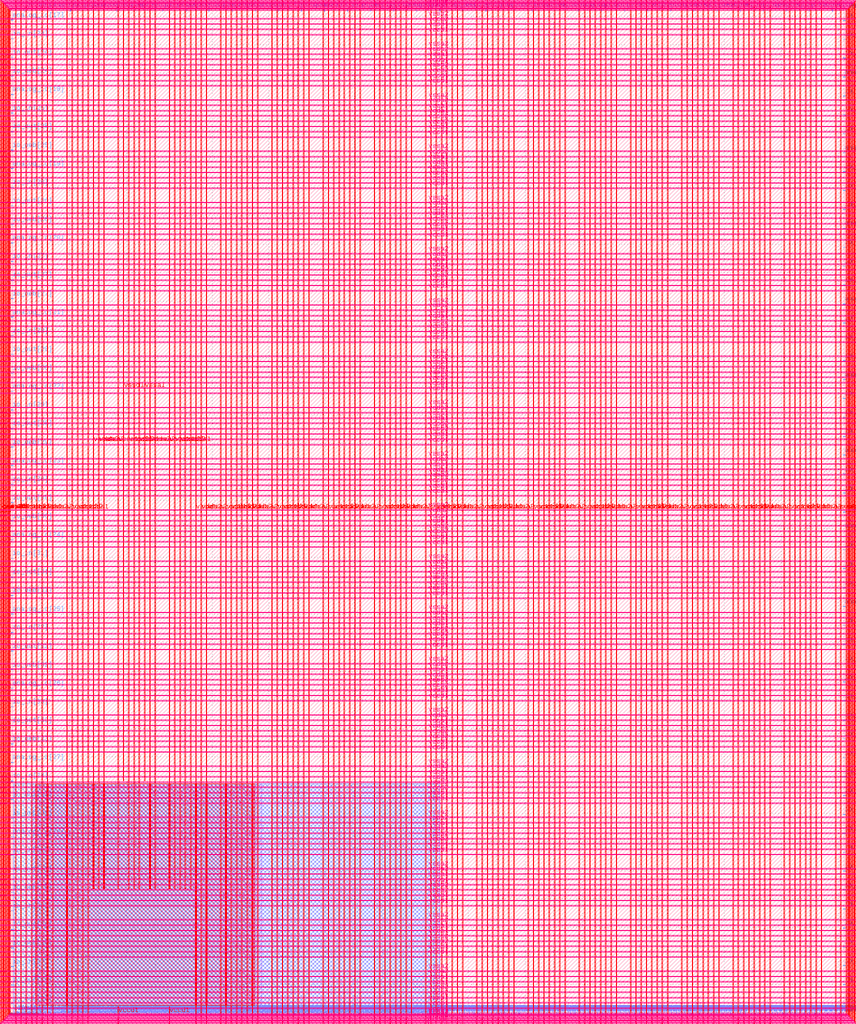
<source format=lef>
VERSION 5.7 ;
  NOWIREEXTENSIONATPIN ON ;
  DIVIDERCHAR "/" ;
  BUSBITCHARS "[]" ;
MACRO user_project_wrapper
  CLASS BLOCK ;
  FOREIGN user_project_wrapper ;
  ORIGIN 0.000 0.000 ;
  SIZE 2920.000 BY 3520.000 ;
  PIN analog_io[0]
    DIRECTION INOUT ;
    USE SIGNAL ;
    PORT
      LAYER met3 ;
        RECT 2917.600 1426.380 2924.800 1427.580 ;
    END
  END analog_io[0]
  PIN analog_io[10]
    DIRECTION INOUT ;
    USE SIGNAL ;
    PORT
      LAYER met2 ;
        RECT 2230.490 3517.600 2231.050 3524.800 ;
    END
  END analog_io[10]
  PIN analog_io[11]
    DIRECTION INOUT ;
    USE SIGNAL ;
    PORT
      LAYER met2 ;
        RECT 1905.730 3517.600 1906.290 3524.800 ;
    END
  END analog_io[11]
  PIN analog_io[12]
    DIRECTION INOUT ;
    USE SIGNAL ;
    PORT
      LAYER met2 ;
        RECT 1581.430 3517.600 1581.990 3524.800 ;
    END
  END analog_io[12]
  PIN analog_io[13]
    DIRECTION INOUT ;
    USE SIGNAL ;
    PORT
      LAYER met2 ;
        RECT 1257.130 3517.600 1257.690 3524.800 ;
    END
  END analog_io[13]
  PIN analog_io[14]
    DIRECTION INOUT ;
    USE SIGNAL ;
    PORT
      LAYER met2 ;
        RECT 932.370 3517.600 932.930 3524.800 ;
    END
  END analog_io[14]
  PIN analog_io[15]
    DIRECTION INOUT ;
    USE SIGNAL ;
    PORT
      LAYER met2 ;
        RECT 608.070 3517.600 608.630 3524.800 ;
    END
  END analog_io[15]
  PIN analog_io[16]
    DIRECTION INOUT ;
    USE SIGNAL ;
    PORT
      LAYER met2 ;
        RECT 283.770 3517.600 284.330 3524.800 ;
    END
  END analog_io[16]
  PIN analog_io[17]
    DIRECTION INOUT ;
    USE SIGNAL ;
    PORT
      LAYER met3 ;
        RECT -4.800 3486.100 2.400 3487.300 ;
    END
  END analog_io[17]
  PIN analog_io[18]
    DIRECTION INOUT ;
    USE SIGNAL ;
    PORT
      LAYER met3 ;
        RECT -4.800 3224.980 2.400 3226.180 ;
    END
  END analog_io[18]
  PIN analog_io[19]
    DIRECTION INOUT ;
    USE SIGNAL ;
    PORT
      LAYER met3 ;
        RECT -4.800 2964.540 2.400 2965.740 ;
    END
  END analog_io[19]
  PIN analog_io[1]
    DIRECTION INOUT ;
    USE SIGNAL ;
    PORT
      LAYER met3 ;
        RECT 2917.600 1692.260 2924.800 1693.460 ;
    END
  END analog_io[1]
  PIN analog_io[20]
    DIRECTION INOUT ;
    USE SIGNAL ;
    PORT
      LAYER met3 ;
        RECT -4.800 2703.420 2.400 2704.620 ;
    END
  END analog_io[20]
  PIN analog_io[21]
    DIRECTION INOUT ;
    USE SIGNAL ;
    PORT
      LAYER met3 ;
        RECT -4.800 2442.980 2.400 2444.180 ;
    END
  END analog_io[21]
  PIN analog_io[22]
    DIRECTION INOUT ;
    USE SIGNAL ;
    PORT
      LAYER met3 ;
        RECT -4.800 2182.540 2.400 2183.740 ;
    END
  END analog_io[22]
  PIN analog_io[23]
    DIRECTION INOUT ;
    USE SIGNAL ;
    PORT
      LAYER met3 ;
        RECT -4.800 1921.420 2.400 1922.620 ;
    END
  END analog_io[23]
  PIN analog_io[24]
    DIRECTION INOUT ;
    USE SIGNAL ;
    PORT
      LAYER met3 ;
        RECT -4.800 1660.980 2.400 1662.180 ;
    END
  END analog_io[24]
  PIN analog_io[25]
    DIRECTION INOUT ;
    USE SIGNAL ;
    PORT
      LAYER met3 ;
        RECT -4.800 1399.860 2.400 1401.060 ;
    END
  END analog_io[25]
  PIN analog_io[26]
    DIRECTION INOUT ;
    USE SIGNAL ;
    PORT
      LAYER met3 ;
        RECT -4.800 1139.420 2.400 1140.620 ;
    END
  END analog_io[26]
  PIN analog_io[27]
    DIRECTION INOUT ;
    USE SIGNAL ;
    PORT
      LAYER met3 ;
        RECT -4.800 878.980 2.400 880.180 ;
    END
  END analog_io[27]
  PIN analog_io[28]
    DIRECTION INOUT ;
    USE SIGNAL ;
    PORT
      LAYER met3 ;
        RECT -4.800 617.860 2.400 619.060 ;
    END
  END analog_io[28]
  PIN analog_io[2]
    DIRECTION INOUT ;
    USE SIGNAL ;
    PORT
      LAYER met3 ;
        RECT 2917.600 1958.140 2924.800 1959.340 ;
    END
  END analog_io[2]
  PIN analog_io[3]
    DIRECTION INOUT ;
    USE SIGNAL ;
    PORT
      LAYER met3 ;
        RECT 2917.600 2223.340 2924.800 2224.540 ;
    END
  END analog_io[3]
  PIN analog_io[4]
    DIRECTION INOUT ;
    USE SIGNAL ;
    PORT
      LAYER met3 ;
        RECT 2917.600 2489.220 2924.800 2490.420 ;
    END
  END analog_io[4]
  PIN analog_io[5]
    DIRECTION INOUT ;
    USE SIGNAL ;
    PORT
      LAYER met3 ;
        RECT 2917.600 2755.100 2924.800 2756.300 ;
    END
  END analog_io[5]
  PIN analog_io[6]
    DIRECTION INOUT ;
    USE SIGNAL ;
    PORT
      LAYER met3 ;
        RECT 2917.600 3020.300 2924.800 3021.500 ;
    END
  END analog_io[6]
  PIN analog_io[7]
    DIRECTION INOUT ;
    USE SIGNAL ;
    PORT
      LAYER met3 ;
        RECT 2917.600 3286.180 2924.800 3287.380 ;
    END
  END analog_io[7]
  PIN analog_io[8]
    DIRECTION INOUT ;
    USE SIGNAL ;
    PORT
      LAYER met2 ;
        RECT 2879.090 3517.600 2879.650 3524.800 ;
    END
  END analog_io[8]
  PIN analog_io[9]
    DIRECTION INOUT ;
    USE SIGNAL ;
    PORT
      LAYER met2 ;
        RECT 2554.790 3517.600 2555.350 3524.800 ;
    END
  END analog_io[9]
  PIN io_in[0]
    DIRECTION INPUT ;
    USE SIGNAL ;
    PORT
      LAYER met3 ;
        RECT 2917.600 32.380 2924.800 33.580 ;
    END
  END io_in[0]
  PIN io_in[10]
    DIRECTION INPUT ;
    USE SIGNAL ;
    PORT
      LAYER met3 ;
        RECT 2917.600 2289.980 2924.800 2291.180 ;
    END
  END io_in[10]
  PIN io_in[11]
    DIRECTION INPUT ;
    USE SIGNAL ;
    PORT
      LAYER met3 ;
        RECT 2917.600 2555.860 2924.800 2557.060 ;
    END
  END io_in[11]
  PIN io_in[12]
    DIRECTION INPUT ;
    USE SIGNAL ;
    PORT
      LAYER met3 ;
        RECT 2917.600 2821.060 2924.800 2822.260 ;
    END
  END io_in[12]
  PIN io_in[13]
    DIRECTION INPUT ;
    USE SIGNAL ;
    PORT
      LAYER met3 ;
        RECT 2917.600 3086.940 2924.800 3088.140 ;
    END
  END io_in[13]
  PIN io_in[14]
    DIRECTION INPUT ;
    USE SIGNAL ;
    PORT
      LAYER met3 ;
        RECT 2917.600 3352.820 2924.800 3354.020 ;
    END
  END io_in[14]
  PIN io_in[15]
    DIRECTION INPUT ;
    USE SIGNAL ;
    PORT
      LAYER met2 ;
        RECT 2798.130 3517.600 2798.690 3524.800 ;
    END
  END io_in[15]
  PIN io_in[16]
    DIRECTION INPUT ;
    USE SIGNAL ;
    PORT
      LAYER met2 ;
        RECT 2473.830 3517.600 2474.390 3524.800 ;
    END
  END io_in[16]
  PIN io_in[17]
    DIRECTION INPUT ;
    USE SIGNAL ;
    PORT
      LAYER met2 ;
        RECT 2149.070 3517.600 2149.630 3524.800 ;
    END
  END io_in[17]
  PIN io_in[18]
    DIRECTION INPUT ;
    USE SIGNAL ;
    PORT
      LAYER met2 ;
        RECT 1824.770 3517.600 1825.330 3524.800 ;
    END
  END io_in[18]
  PIN io_in[19]
    DIRECTION INPUT ;
    USE SIGNAL ;
    PORT
      LAYER met2 ;
        RECT 1500.470 3517.600 1501.030 3524.800 ;
    END
  END io_in[19]
  PIN io_in[1]
    DIRECTION INPUT ;
    USE SIGNAL ;
    PORT
      LAYER met3 ;
        RECT 2917.600 230.940 2924.800 232.140 ;
    END
  END io_in[1]
  PIN io_in[20]
    DIRECTION INPUT ;
    USE SIGNAL ;
    PORT
      LAYER met2 ;
        RECT 1175.710 3517.600 1176.270 3524.800 ;
    END
  END io_in[20]
  PIN io_in[21]
    DIRECTION INPUT ;
    USE SIGNAL ;
    PORT
      LAYER met2 ;
        RECT 851.410 3517.600 851.970 3524.800 ;
    END
  END io_in[21]
  PIN io_in[22]
    DIRECTION INPUT ;
    USE SIGNAL ;
    PORT
      LAYER met2 ;
        RECT 527.110 3517.600 527.670 3524.800 ;
    END
  END io_in[22]
  PIN io_in[23]
    DIRECTION INPUT ;
    USE SIGNAL ;
    PORT
      LAYER met2 ;
        RECT 202.350 3517.600 202.910 3524.800 ;
    END
  END io_in[23]
  PIN io_in[24]
    DIRECTION INPUT ;
    USE SIGNAL ;
    PORT
      LAYER met3 ;
        RECT -4.800 3420.820 2.400 3422.020 ;
    END
  END io_in[24]
  PIN io_in[25]
    DIRECTION INPUT ;
    USE SIGNAL ;
    PORT
      LAYER met3 ;
        RECT -4.800 3159.700 2.400 3160.900 ;
    END
  END io_in[25]
  PIN io_in[26]
    DIRECTION INPUT ;
    USE SIGNAL ;
    PORT
      LAYER met3 ;
        RECT -4.800 2899.260 2.400 2900.460 ;
    END
  END io_in[26]
  PIN io_in[27]
    DIRECTION INPUT ;
    USE SIGNAL ;
    PORT
      LAYER met3 ;
        RECT -4.800 2638.820 2.400 2640.020 ;
    END
  END io_in[27]
  PIN io_in[28]
    DIRECTION INPUT ;
    USE SIGNAL ;
    PORT
      LAYER met3 ;
        RECT -4.800 2377.700 2.400 2378.900 ;
    END
  END io_in[28]
  PIN io_in[29]
    DIRECTION INPUT ;
    USE SIGNAL ;
    PORT
      LAYER met3 ;
        RECT -4.800 2117.260 2.400 2118.460 ;
    END
  END io_in[29]
  PIN io_in[2]
    DIRECTION INPUT ;
    USE SIGNAL ;
    PORT
      LAYER met3 ;
        RECT 2917.600 430.180 2924.800 431.380 ;
    END
  END io_in[2]
  PIN io_in[30]
    DIRECTION INPUT ;
    USE SIGNAL ;
    PORT
      LAYER met3 ;
        RECT -4.800 1856.140 2.400 1857.340 ;
    END
  END io_in[30]
  PIN io_in[31]
    DIRECTION INPUT ;
    USE SIGNAL ;
    PORT
      LAYER met3 ;
        RECT -4.800 1595.700 2.400 1596.900 ;
    END
  END io_in[31]
  PIN io_in[32]
    DIRECTION INPUT ;
    USE SIGNAL ;
    PORT
      LAYER met3 ;
        RECT -4.800 1335.260 2.400 1336.460 ;
    END
  END io_in[32]
  PIN io_in[33]
    DIRECTION INPUT ;
    USE SIGNAL ;
    PORT
      LAYER met3 ;
        RECT -4.800 1074.140 2.400 1075.340 ;
    END
  END io_in[33]
  PIN io_in[34]
    DIRECTION INPUT ;
    USE SIGNAL ;
    PORT
      LAYER met3 ;
        RECT -4.800 813.700 2.400 814.900 ;
    END
  END io_in[34]
  PIN io_in[35]
    DIRECTION INPUT ;
    USE SIGNAL ;
    PORT
      LAYER met3 ;
        RECT -4.800 552.580 2.400 553.780 ;
    END
  END io_in[35]
  PIN io_in[36]
    DIRECTION INPUT ;
    USE SIGNAL ;
    PORT
      LAYER met3 ;
        RECT -4.800 357.420 2.400 358.620 ;
    END
  END io_in[36]
  PIN io_in[37]
    DIRECTION INPUT ;
    USE SIGNAL ;
    PORT
      LAYER met3 ;
        RECT -4.800 161.580 2.400 162.780 ;
    END
  END io_in[37]
  PIN io_in[3]
    DIRECTION INPUT ;
    USE SIGNAL ;
    PORT
      LAYER met3 ;
        RECT 2917.600 629.420 2924.800 630.620 ;
    END
  END io_in[3]
  PIN io_in[4]
    DIRECTION INPUT ;
    USE SIGNAL ;
    PORT
      LAYER met3 ;
        RECT 2917.600 828.660 2924.800 829.860 ;
    END
  END io_in[4]
  PIN io_in[5]
    DIRECTION INPUT ;
    USE SIGNAL ;
    PORT
      LAYER met3 ;
        RECT 2917.600 1027.900 2924.800 1029.100 ;
    END
  END io_in[5]
  PIN io_in[6]
    DIRECTION INPUT ;
    USE SIGNAL ;
    PORT
      LAYER met3 ;
        RECT 2917.600 1227.140 2924.800 1228.340 ;
    END
  END io_in[6]
  PIN io_in[7]
    DIRECTION INPUT ;
    USE SIGNAL ;
    PORT
      LAYER met3 ;
        RECT 2917.600 1493.020 2924.800 1494.220 ;
    END
  END io_in[7]
  PIN io_in[8]
    DIRECTION INPUT ;
    USE SIGNAL ;
    PORT
      LAYER met3 ;
        RECT 2917.600 1758.900 2924.800 1760.100 ;
    END
  END io_in[8]
  PIN io_in[9]
    DIRECTION INPUT ;
    USE SIGNAL ;
    PORT
      LAYER met3 ;
        RECT 2917.600 2024.100 2924.800 2025.300 ;
    END
  END io_in[9]
  PIN io_oeb[0]
    DIRECTION OUTPUT TRISTATE ;
    USE SIGNAL ;
    PORT
      LAYER met3 ;
        RECT 2917.600 164.980 2924.800 166.180 ;
    END
  END io_oeb[0]
  PIN io_oeb[10]
    DIRECTION OUTPUT TRISTATE ;
    USE SIGNAL ;
    PORT
      LAYER met3 ;
        RECT 2917.600 2422.580 2924.800 2423.780 ;
    END
  END io_oeb[10]
  PIN io_oeb[11]
    DIRECTION OUTPUT TRISTATE ;
    USE SIGNAL ;
    PORT
      LAYER met3 ;
        RECT 2917.600 2688.460 2924.800 2689.660 ;
    END
  END io_oeb[11]
  PIN io_oeb[12]
    DIRECTION OUTPUT TRISTATE ;
    USE SIGNAL ;
    PORT
      LAYER met3 ;
        RECT 2917.600 2954.340 2924.800 2955.540 ;
    END
  END io_oeb[12]
  PIN io_oeb[13]
    DIRECTION OUTPUT TRISTATE ;
    USE SIGNAL ;
    PORT
      LAYER met3 ;
        RECT 2917.600 3219.540 2924.800 3220.740 ;
    END
  END io_oeb[13]
  PIN io_oeb[14]
    DIRECTION OUTPUT TRISTATE ;
    USE SIGNAL ;
    PORT
      LAYER met3 ;
        RECT 2917.600 3485.420 2924.800 3486.620 ;
    END
  END io_oeb[14]
  PIN io_oeb[15]
    DIRECTION OUTPUT TRISTATE ;
    USE SIGNAL ;
    PORT
      LAYER met2 ;
        RECT 2635.750 3517.600 2636.310 3524.800 ;
    END
  END io_oeb[15]
  PIN io_oeb[16]
    DIRECTION OUTPUT TRISTATE ;
    USE SIGNAL ;
    PORT
      LAYER met2 ;
        RECT 2311.450 3517.600 2312.010 3524.800 ;
    END
  END io_oeb[16]
  PIN io_oeb[17]
    DIRECTION OUTPUT TRISTATE ;
    USE SIGNAL ;
    PORT
      LAYER met2 ;
        RECT 1987.150 3517.600 1987.710 3524.800 ;
    END
  END io_oeb[17]
  PIN io_oeb[18]
    DIRECTION OUTPUT TRISTATE ;
    USE SIGNAL ;
    PORT
      LAYER met2 ;
        RECT 1662.390 3517.600 1662.950 3524.800 ;
    END
  END io_oeb[18]
  PIN io_oeb[19]
    DIRECTION OUTPUT TRISTATE ;
    USE SIGNAL ;
    PORT
      LAYER met2 ;
        RECT 1338.090 3517.600 1338.650 3524.800 ;
    END
  END io_oeb[19]
  PIN io_oeb[1]
    DIRECTION OUTPUT TRISTATE ;
    USE SIGNAL ;
    PORT
      LAYER met3 ;
        RECT 2917.600 364.220 2924.800 365.420 ;
    END
  END io_oeb[1]
  PIN io_oeb[20]
    DIRECTION OUTPUT TRISTATE ;
    USE SIGNAL ;
    PORT
      LAYER met2 ;
        RECT 1013.790 3517.600 1014.350 3524.800 ;
    END
  END io_oeb[20]
  PIN io_oeb[21]
    DIRECTION OUTPUT TRISTATE ;
    USE SIGNAL ;
    PORT
      LAYER met2 ;
        RECT 689.030 3517.600 689.590 3524.800 ;
    END
  END io_oeb[21]
  PIN io_oeb[22]
    DIRECTION OUTPUT TRISTATE ;
    USE SIGNAL ;
    PORT
      LAYER met2 ;
        RECT 364.730 3517.600 365.290 3524.800 ;
    END
  END io_oeb[22]
  PIN io_oeb[23]
    DIRECTION OUTPUT TRISTATE ;
    USE SIGNAL ;
    PORT
      LAYER met2 ;
        RECT 40.430 3517.600 40.990 3524.800 ;
    END
  END io_oeb[23]
  PIN io_oeb[24]
    DIRECTION OUTPUT TRISTATE ;
    USE SIGNAL ;
    PORT
      LAYER met3 ;
        RECT -4.800 3290.260 2.400 3291.460 ;
    END
  END io_oeb[24]
  PIN io_oeb[25]
    DIRECTION OUTPUT TRISTATE ;
    USE SIGNAL ;
    PORT
      LAYER met3 ;
        RECT -4.800 3029.820 2.400 3031.020 ;
    END
  END io_oeb[25]
  PIN io_oeb[26]
    DIRECTION OUTPUT TRISTATE ;
    USE SIGNAL ;
    PORT
      LAYER met3 ;
        RECT -4.800 2768.700 2.400 2769.900 ;
    END
  END io_oeb[26]
  PIN io_oeb[27]
    DIRECTION OUTPUT TRISTATE ;
    USE SIGNAL ;
    PORT
      LAYER met3 ;
        RECT -4.800 2508.260 2.400 2509.460 ;
    END
  END io_oeb[27]
  PIN io_oeb[28]
    DIRECTION OUTPUT TRISTATE ;
    USE SIGNAL ;
    PORT
      LAYER met3 ;
        RECT -4.800 2247.140 2.400 2248.340 ;
    END
  END io_oeb[28]
  PIN io_oeb[29]
    DIRECTION OUTPUT TRISTATE ;
    USE SIGNAL ;
    PORT
      LAYER met3 ;
        RECT -4.800 1986.700 2.400 1987.900 ;
    END
  END io_oeb[29]
  PIN io_oeb[2]
    DIRECTION OUTPUT TRISTATE ;
    USE SIGNAL ;
    PORT
      LAYER met3 ;
        RECT 2917.600 563.460 2924.800 564.660 ;
    END
  END io_oeb[2]
  PIN io_oeb[30]
    DIRECTION OUTPUT TRISTATE ;
    USE SIGNAL ;
    PORT
      LAYER met3 ;
        RECT -4.800 1726.260 2.400 1727.460 ;
    END
  END io_oeb[30]
  PIN io_oeb[31]
    DIRECTION OUTPUT TRISTATE ;
    USE SIGNAL ;
    PORT
      LAYER met3 ;
        RECT -4.800 1465.140 2.400 1466.340 ;
    END
  END io_oeb[31]
  PIN io_oeb[32]
    DIRECTION OUTPUT TRISTATE ;
    USE SIGNAL ;
    PORT
      LAYER met3 ;
        RECT -4.800 1204.700 2.400 1205.900 ;
    END
  END io_oeb[32]
  PIN io_oeb[33]
    DIRECTION OUTPUT TRISTATE ;
    USE SIGNAL ;
    PORT
      LAYER met3 ;
        RECT -4.800 943.580 2.400 944.780 ;
    END
  END io_oeb[33]
  PIN io_oeb[34]
    DIRECTION OUTPUT TRISTATE ;
    USE SIGNAL ;
    PORT
      LAYER met3 ;
        RECT -4.800 683.140 2.400 684.340 ;
    END
  END io_oeb[34]
  PIN io_oeb[35]
    DIRECTION OUTPUT TRISTATE ;
    USE SIGNAL ;
    PORT
      LAYER met3 ;
        RECT -4.800 422.700 2.400 423.900 ;
    END
  END io_oeb[35]
  PIN io_oeb[36]
    DIRECTION OUTPUT TRISTATE ;
    USE SIGNAL ;
    PORT
      LAYER met3 ;
        RECT -4.800 226.860 2.400 228.060 ;
    END
  END io_oeb[36]
  PIN io_oeb[37]
    DIRECTION OUTPUT TRISTATE ;
    USE SIGNAL ;
    PORT
      LAYER met3 ;
        RECT -4.800 31.700 2.400 32.900 ;
    END
  END io_oeb[37]
  PIN io_oeb[3]
    DIRECTION OUTPUT TRISTATE ;
    USE SIGNAL ;
    PORT
      LAYER met3 ;
        RECT 2917.600 762.700 2924.800 763.900 ;
    END
  END io_oeb[3]
  PIN io_oeb[4]
    DIRECTION OUTPUT TRISTATE ;
    USE SIGNAL ;
    PORT
      LAYER met3 ;
        RECT 2917.600 961.940 2924.800 963.140 ;
    END
  END io_oeb[4]
  PIN io_oeb[5]
    DIRECTION OUTPUT TRISTATE ;
    USE SIGNAL ;
    PORT
      LAYER met3 ;
        RECT 2917.600 1161.180 2924.800 1162.380 ;
    END
  END io_oeb[5]
  PIN io_oeb[6]
    DIRECTION OUTPUT TRISTATE ;
    USE SIGNAL ;
    PORT
      LAYER met3 ;
        RECT 2917.600 1360.420 2924.800 1361.620 ;
    END
  END io_oeb[6]
  PIN io_oeb[7]
    DIRECTION OUTPUT TRISTATE ;
    USE SIGNAL ;
    PORT
      LAYER met3 ;
        RECT 2917.600 1625.620 2924.800 1626.820 ;
    END
  END io_oeb[7]
  PIN io_oeb[8]
    DIRECTION OUTPUT TRISTATE ;
    USE SIGNAL ;
    PORT
      LAYER met3 ;
        RECT 2917.600 1891.500 2924.800 1892.700 ;
    END
  END io_oeb[8]
  PIN io_oeb[9]
    DIRECTION OUTPUT TRISTATE ;
    USE SIGNAL ;
    PORT
      LAYER met3 ;
        RECT 2917.600 2157.380 2924.800 2158.580 ;
    END
  END io_oeb[9]
  PIN io_out[0]
    DIRECTION OUTPUT TRISTATE ;
    USE SIGNAL ;
    PORT
      LAYER met3 ;
        RECT 2917.600 98.340 2924.800 99.540 ;
    END
  END io_out[0]
  PIN io_out[10]
    DIRECTION OUTPUT TRISTATE ;
    USE SIGNAL ;
    PORT
      LAYER met3 ;
        RECT 2917.600 2356.620 2924.800 2357.820 ;
    END
  END io_out[10]
  PIN io_out[11]
    DIRECTION OUTPUT TRISTATE ;
    USE SIGNAL ;
    PORT
      LAYER met3 ;
        RECT 2917.600 2621.820 2924.800 2623.020 ;
    END
  END io_out[11]
  PIN io_out[12]
    DIRECTION OUTPUT TRISTATE ;
    USE SIGNAL ;
    PORT
      LAYER met3 ;
        RECT 2917.600 2887.700 2924.800 2888.900 ;
    END
  END io_out[12]
  PIN io_out[13]
    DIRECTION OUTPUT TRISTATE ;
    USE SIGNAL ;
    PORT
      LAYER met3 ;
        RECT 2917.600 3153.580 2924.800 3154.780 ;
    END
  END io_out[13]
  PIN io_out[14]
    DIRECTION OUTPUT TRISTATE ;
    USE SIGNAL ;
    PORT
      LAYER met3 ;
        RECT 2917.600 3418.780 2924.800 3419.980 ;
    END
  END io_out[14]
  PIN io_out[15]
    DIRECTION OUTPUT TRISTATE ;
    USE SIGNAL ;
    PORT
      LAYER met2 ;
        RECT 2717.170 3517.600 2717.730 3524.800 ;
    END
  END io_out[15]
  PIN io_out[16]
    DIRECTION OUTPUT TRISTATE ;
    USE SIGNAL ;
    PORT
      LAYER met2 ;
        RECT 2392.410 3517.600 2392.970 3524.800 ;
    END
  END io_out[16]
  PIN io_out[17]
    DIRECTION OUTPUT TRISTATE ;
    USE SIGNAL ;
    PORT
      LAYER met2 ;
        RECT 2068.110 3517.600 2068.670 3524.800 ;
    END
  END io_out[17]
  PIN io_out[18]
    DIRECTION OUTPUT TRISTATE ;
    USE SIGNAL ;
    PORT
      LAYER met2 ;
        RECT 1743.810 3517.600 1744.370 3524.800 ;
    END
  END io_out[18]
  PIN io_out[19]
    DIRECTION OUTPUT TRISTATE ;
    USE SIGNAL ;
    PORT
      LAYER met2 ;
        RECT 1419.050 3517.600 1419.610 3524.800 ;
    END
  END io_out[19]
  PIN io_out[1]
    DIRECTION OUTPUT TRISTATE ;
    USE SIGNAL ;
    PORT
      LAYER met3 ;
        RECT 2917.600 297.580 2924.800 298.780 ;
    END
  END io_out[1]
  PIN io_out[20]
    DIRECTION OUTPUT TRISTATE ;
    USE SIGNAL ;
    PORT
      LAYER met2 ;
        RECT 1094.750 3517.600 1095.310 3524.800 ;
    END
  END io_out[20]
  PIN io_out[21]
    DIRECTION OUTPUT TRISTATE ;
    USE SIGNAL ;
    PORT
      LAYER met2 ;
        RECT 770.450 3517.600 771.010 3524.800 ;
    END
  END io_out[21]
  PIN io_out[22]
    DIRECTION OUTPUT TRISTATE ;
    USE SIGNAL ;
    PORT
      LAYER met2 ;
        RECT 445.690 3517.600 446.250 3524.800 ;
    END
  END io_out[22]
  PIN io_out[23]
    DIRECTION OUTPUT TRISTATE ;
    USE SIGNAL ;
    PORT
      LAYER met2 ;
        RECT 121.390 3517.600 121.950 3524.800 ;
    END
  END io_out[23]
  PIN io_out[24]
    DIRECTION OUTPUT TRISTATE ;
    USE SIGNAL ;
    PORT
      LAYER met3 ;
        RECT -4.800 3355.540 2.400 3356.740 ;
    END
  END io_out[24]
  PIN io_out[25]
    DIRECTION OUTPUT TRISTATE ;
    USE SIGNAL ;
    PORT
      LAYER met3 ;
        RECT -4.800 3095.100 2.400 3096.300 ;
    END
  END io_out[25]
  PIN io_out[26]
    DIRECTION OUTPUT TRISTATE ;
    USE SIGNAL ;
    PORT
      LAYER met3 ;
        RECT -4.800 2833.980 2.400 2835.180 ;
    END
  END io_out[26]
  PIN io_out[27]
    DIRECTION OUTPUT TRISTATE ;
    USE SIGNAL ;
    PORT
      LAYER met3 ;
        RECT -4.800 2573.540 2.400 2574.740 ;
    END
  END io_out[27]
  PIN io_out[28]
    DIRECTION OUTPUT TRISTATE ;
    USE SIGNAL ;
    PORT
      LAYER met3 ;
        RECT -4.800 2312.420 2.400 2313.620 ;
    END
  END io_out[28]
  PIN io_out[29]
    DIRECTION OUTPUT TRISTATE ;
    USE SIGNAL ;
    PORT
      LAYER met3 ;
        RECT -4.800 2051.980 2.400 2053.180 ;
    END
  END io_out[29]
  PIN io_out[2]
    DIRECTION OUTPUT TRISTATE ;
    USE SIGNAL ;
    PORT
      LAYER met3 ;
        RECT 2917.600 496.820 2924.800 498.020 ;
    END
  END io_out[2]
  PIN io_out[30]
    DIRECTION OUTPUT TRISTATE ;
    USE SIGNAL ;
    PORT
      LAYER met3 ;
        RECT -4.800 1791.540 2.400 1792.740 ;
    END
  END io_out[30]
  PIN io_out[31]
    DIRECTION OUTPUT TRISTATE ;
    USE SIGNAL ;
    PORT
      LAYER met3 ;
        RECT -4.800 1530.420 2.400 1531.620 ;
    END
  END io_out[31]
  PIN io_out[32]
    DIRECTION OUTPUT TRISTATE ;
    USE SIGNAL ;
    PORT
      LAYER met3 ;
        RECT -4.800 1269.980 2.400 1271.180 ;
    END
  END io_out[32]
  PIN io_out[33]
    DIRECTION OUTPUT TRISTATE ;
    USE SIGNAL ;
    PORT
      LAYER met3 ;
        RECT -4.800 1008.860 2.400 1010.060 ;
    END
  END io_out[33]
  PIN io_out[34]
    DIRECTION OUTPUT TRISTATE ;
    USE SIGNAL ;
    PORT
      LAYER met3 ;
        RECT -4.800 748.420 2.400 749.620 ;
    END
  END io_out[34]
  PIN io_out[35]
    DIRECTION OUTPUT TRISTATE ;
    USE SIGNAL ;
    PORT
      LAYER met3 ;
        RECT -4.800 487.300 2.400 488.500 ;
    END
  END io_out[35]
  PIN io_out[36]
    DIRECTION OUTPUT TRISTATE ;
    USE SIGNAL ;
    PORT
      LAYER met3 ;
        RECT -4.800 292.140 2.400 293.340 ;
    END
  END io_out[36]
  PIN io_out[37]
    DIRECTION OUTPUT TRISTATE ;
    USE SIGNAL ;
    PORT
      LAYER met3 ;
        RECT -4.800 96.300 2.400 97.500 ;
    END
  END io_out[37]
  PIN io_out[3]
    DIRECTION OUTPUT TRISTATE ;
    USE SIGNAL ;
    PORT
      LAYER met3 ;
        RECT 2917.600 696.060 2924.800 697.260 ;
    END
  END io_out[3]
  PIN io_out[4]
    DIRECTION OUTPUT TRISTATE ;
    USE SIGNAL ;
    PORT
      LAYER met3 ;
        RECT 2917.600 895.300 2924.800 896.500 ;
    END
  END io_out[4]
  PIN io_out[5]
    DIRECTION OUTPUT TRISTATE ;
    USE SIGNAL ;
    PORT
      LAYER met3 ;
        RECT 2917.600 1094.540 2924.800 1095.740 ;
    END
  END io_out[5]
  PIN io_out[6]
    DIRECTION OUTPUT TRISTATE ;
    USE SIGNAL ;
    PORT
      LAYER met3 ;
        RECT 2917.600 1293.780 2924.800 1294.980 ;
    END
  END io_out[6]
  PIN io_out[7]
    DIRECTION OUTPUT TRISTATE ;
    USE SIGNAL ;
    PORT
      LAYER met3 ;
        RECT 2917.600 1559.660 2924.800 1560.860 ;
    END
  END io_out[7]
  PIN io_out[8]
    DIRECTION OUTPUT TRISTATE ;
    USE SIGNAL ;
    PORT
      LAYER met3 ;
        RECT 2917.600 1824.860 2924.800 1826.060 ;
    END
  END io_out[8]
  PIN io_out[9]
    DIRECTION OUTPUT TRISTATE ;
    USE SIGNAL ;
    PORT
      LAYER met3 ;
        RECT 2917.600 2090.740 2924.800 2091.940 ;
    END
  END io_out[9]
  PIN la_data_in[0]
    DIRECTION INPUT ;
    USE SIGNAL ;
    PORT
      LAYER met2 ;
        RECT 629.230 -4.800 629.790 2.400 ;
    END
  END la_data_in[0]
  PIN la_data_in[100]
    DIRECTION INPUT ;
    USE SIGNAL ;
    PORT
      LAYER met2 ;
        RECT 2402.530 -4.800 2403.090 2.400 ;
    END
  END la_data_in[100]
  PIN la_data_in[101]
    DIRECTION INPUT ;
    USE SIGNAL ;
    PORT
      LAYER met2 ;
        RECT 2420.010 -4.800 2420.570 2.400 ;
    END
  END la_data_in[101]
  PIN la_data_in[102]
    DIRECTION INPUT ;
    USE SIGNAL ;
    PORT
      LAYER met2 ;
        RECT 2437.950 -4.800 2438.510 2.400 ;
    END
  END la_data_in[102]
  PIN la_data_in[103]
    DIRECTION INPUT ;
    USE SIGNAL ;
    PORT
      LAYER met2 ;
        RECT 2455.430 -4.800 2455.990 2.400 ;
    END
  END la_data_in[103]
  PIN la_data_in[104]
    DIRECTION INPUT ;
    USE SIGNAL ;
    PORT
      LAYER met2 ;
        RECT 2473.370 -4.800 2473.930 2.400 ;
    END
  END la_data_in[104]
  PIN la_data_in[105]
    DIRECTION INPUT ;
    USE SIGNAL ;
    PORT
      LAYER met2 ;
        RECT 2490.850 -4.800 2491.410 2.400 ;
    END
  END la_data_in[105]
  PIN la_data_in[106]
    DIRECTION INPUT ;
    USE SIGNAL ;
    PORT
      LAYER met2 ;
        RECT 2508.790 -4.800 2509.350 2.400 ;
    END
  END la_data_in[106]
  PIN la_data_in[107]
    DIRECTION INPUT ;
    USE SIGNAL ;
    PORT
      LAYER met2 ;
        RECT 2526.730 -4.800 2527.290 2.400 ;
    END
  END la_data_in[107]
  PIN la_data_in[108]
    DIRECTION INPUT ;
    USE SIGNAL ;
    PORT
      LAYER met2 ;
        RECT 2544.210 -4.800 2544.770 2.400 ;
    END
  END la_data_in[108]
  PIN la_data_in[109]
    DIRECTION INPUT ;
    USE SIGNAL ;
    PORT
      LAYER met2 ;
        RECT 2562.150 -4.800 2562.710 2.400 ;
    END
  END la_data_in[109]
  PIN la_data_in[10]
    DIRECTION INPUT ;
    USE SIGNAL ;
    PORT
      LAYER met2 ;
        RECT 806.330 -4.800 806.890 2.400 ;
    END
  END la_data_in[10]
  PIN la_data_in[110]
    DIRECTION INPUT ;
    USE SIGNAL ;
    PORT
      LAYER met2 ;
        RECT 2579.630 -4.800 2580.190 2.400 ;
    END
  END la_data_in[110]
  PIN la_data_in[111]
    DIRECTION INPUT ;
    USE SIGNAL ;
    PORT
      LAYER met2 ;
        RECT 2597.570 -4.800 2598.130 2.400 ;
    END
  END la_data_in[111]
  PIN la_data_in[112]
    DIRECTION INPUT ;
    USE SIGNAL ;
    PORT
      LAYER met2 ;
        RECT 2615.050 -4.800 2615.610 2.400 ;
    END
  END la_data_in[112]
  PIN la_data_in[113]
    DIRECTION INPUT ;
    USE SIGNAL ;
    PORT
      LAYER met2 ;
        RECT 2632.990 -4.800 2633.550 2.400 ;
    END
  END la_data_in[113]
  PIN la_data_in[114]
    DIRECTION INPUT ;
    USE SIGNAL ;
    PORT
      LAYER met2 ;
        RECT 2650.470 -4.800 2651.030 2.400 ;
    END
  END la_data_in[114]
  PIN la_data_in[115]
    DIRECTION INPUT ;
    USE SIGNAL ;
    PORT
      LAYER met2 ;
        RECT 2668.410 -4.800 2668.970 2.400 ;
    END
  END la_data_in[115]
  PIN la_data_in[116]
    DIRECTION INPUT ;
    USE SIGNAL ;
    PORT
      LAYER met2 ;
        RECT 2685.890 -4.800 2686.450 2.400 ;
    END
  END la_data_in[116]
  PIN la_data_in[117]
    DIRECTION INPUT ;
    USE SIGNAL ;
    PORT
      LAYER met2 ;
        RECT 2703.830 -4.800 2704.390 2.400 ;
    END
  END la_data_in[117]
  PIN la_data_in[118]
    DIRECTION INPUT ;
    USE SIGNAL ;
    PORT
      LAYER met2 ;
        RECT 2721.770 -4.800 2722.330 2.400 ;
    END
  END la_data_in[118]
  PIN la_data_in[119]
    DIRECTION INPUT ;
    USE SIGNAL ;
    PORT
      LAYER met2 ;
        RECT 2739.250 -4.800 2739.810 2.400 ;
    END
  END la_data_in[119]
  PIN la_data_in[11]
    DIRECTION INPUT ;
    USE SIGNAL ;
    PORT
      LAYER met2 ;
        RECT 824.270 -4.800 824.830 2.400 ;
    END
  END la_data_in[11]
  PIN la_data_in[120]
    DIRECTION INPUT ;
    USE SIGNAL ;
    PORT
      LAYER met2 ;
        RECT 2757.190 -4.800 2757.750 2.400 ;
    END
  END la_data_in[120]
  PIN la_data_in[121]
    DIRECTION INPUT ;
    USE SIGNAL ;
    PORT
      LAYER met2 ;
        RECT 2774.670 -4.800 2775.230 2.400 ;
    END
  END la_data_in[121]
  PIN la_data_in[122]
    DIRECTION INPUT ;
    USE SIGNAL ;
    PORT
      LAYER met2 ;
        RECT 2792.610 -4.800 2793.170 2.400 ;
    END
  END la_data_in[122]
  PIN la_data_in[123]
    DIRECTION INPUT ;
    USE SIGNAL ;
    PORT
      LAYER met2 ;
        RECT 2810.090 -4.800 2810.650 2.400 ;
    END
  END la_data_in[123]
  PIN la_data_in[124]
    DIRECTION INPUT ;
    USE SIGNAL ;
    PORT
      LAYER met2 ;
        RECT 2828.030 -4.800 2828.590 2.400 ;
    END
  END la_data_in[124]
  PIN la_data_in[125]
    DIRECTION INPUT ;
    USE SIGNAL ;
    PORT
      LAYER met2 ;
        RECT 2845.510 -4.800 2846.070 2.400 ;
    END
  END la_data_in[125]
  PIN la_data_in[126]
    DIRECTION INPUT ;
    USE SIGNAL ;
    PORT
      LAYER met2 ;
        RECT 2863.450 -4.800 2864.010 2.400 ;
    END
  END la_data_in[126]
  PIN la_data_in[127]
    DIRECTION INPUT ;
    USE SIGNAL ;
    PORT
      LAYER met2 ;
        RECT 2881.390 -4.800 2881.950 2.400 ;
    END
  END la_data_in[127]
  PIN la_data_in[12]
    DIRECTION INPUT ;
    USE SIGNAL ;
    PORT
      LAYER met2 ;
        RECT 841.750 -4.800 842.310 2.400 ;
    END
  END la_data_in[12]
  PIN la_data_in[13]
    DIRECTION INPUT ;
    USE SIGNAL ;
    PORT
      LAYER met2 ;
        RECT 859.690 -4.800 860.250 2.400 ;
    END
  END la_data_in[13]
  PIN la_data_in[14]
    DIRECTION INPUT ;
    USE SIGNAL ;
    PORT
      LAYER met2 ;
        RECT 877.170 -4.800 877.730 2.400 ;
    END
  END la_data_in[14]
  PIN la_data_in[15]
    DIRECTION INPUT ;
    USE SIGNAL ;
    PORT
      LAYER met2 ;
        RECT 895.110 -4.800 895.670 2.400 ;
    END
  END la_data_in[15]
  PIN la_data_in[16]
    DIRECTION INPUT ;
    USE SIGNAL ;
    PORT
      LAYER met2 ;
        RECT 912.590 -4.800 913.150 2.400 ;
    END
  END la_data_in[16]
  PIN la_data_in[17]
    DIRECTION INPUT ;
    USE SIGNAL ;
    PORT
      LAYER met2 ;
        RECT 930.530 -4.800 931.090 2.400 ;
    END
  END la_data_in[17]
  PIN la_data_in[18]
    DIRECTION INPUT ;
    USE SIGNAL ;
    PORT
      LAYER met2 ;
        RECT 948.470 -4.800 949.030 2.400 ;
    END
  END la_data_in[18]
  PIN la_data_in[19]
    DIRECTION INPUT ;
    USE SIGNAL ;
    PORT
      LAYER met2 ;
        RECT 965.950 -4.800 966.510 2.400 ;
    END
  END la_data_in[19]
  PIN la_data_in[1]
    DIRECTION INPUT ;
    USE SIGNAL ;
    PORT
      LAYER met2 ;
        RECT 646.710 -4.800 647.270 2.400 ;
    END
  END la_data_in[1]
  PIN la_data_in[20]
    DIRECTION INPUT ;
    USE SIGNAL ;
    PORT
      LAYER met2 ;
        RECT 983.890 -4.800 984.450 2.400 ;
    END
  END la_data_in[20]
  PIN la_data_in[21]
    DIRECTION INPUT ;
    USE SIGNAL ;
    PORT
      LAYER met2 ;
        RECT 1001.370 -4.800 1001.930 2.400 ;
    END
  END la_data_in[21]
  PIN la_data_in[22]
    DIRECTION INPUT ;
    USE SIGNAL ;
    PORT
      LAYER met2 ;
        RECT 1019.310 -4.800 1019.870 2.400 ;
    END
  END la_data_in[22]
  PIN la_data_in[23]
    DIRECTION INPUT ;
    USE SIGNAL ;
    PORT
      LAYER met2 ;
        RECT 1036.790 -4.800 1037.350 2.400 ;
    END
  END la_data_in[23]
  PIN la_data_in[24]
    DIRECTION INPUT ;
    USE SIGNAL ;
    PORT
      LAYER met2 ;
        RECT 1054.730 -4.800 1055.290 2.400 ;
    END
  END la_data_in[24]
  PIN la_data_in[25]
    DIRECTION INPUT ;
    USE SIGNAL ;
    PORT
      LAYER met2 ;
        RECT 1072.210 -4.800 1072.770 2.400 ;
    END
  END la_data_in[25]
  PIN la_data_in[26]
    DIRECTION INPUT ;
    USE SIGNAL ;
    PORT
      LAYER met2 ;
        RECT 1090.150 -4.800 1090.710 2.400 ;
    END
  END la_data_in[26]
  PIN la_data_in[27]
    DIRECTION INPUT ;
    USE SIGNAL ;
    PORT
      LAYER met2 ;
        RECT 1107.630 -4.800 1108.190 2.400 ;
    END
  END la_data_in[27]
  PIN la_data_in[28]
    DIRECTION INPUT ;
    USE SIGNAL ;
    PORT
      LAYER met2 ;
        RECT 1125.570 -4.800 1126.130 2.400 ;
    END
  END la_data_in[28]
  PIN la_data_in[29]
    DIRECTION INPUT ;
    USE SIGNAL ;
    PORT
      LAYER met2 ;
        RECT 1143.510 -4.800 1144.070 2.400 ;
    END
  END la_data_in[29]
  PIN la_data_in[2]
    DIRECTION INPUT ;
    USE SIGNAL ;
    PORT
      LAYER met2 ;
        RECT 664.650 -4.800 665.210 2.400 ;
    END
  END la_data_in[2]
  PIN la_data_in[30]
    DIRECTION INPUT ;
    USE SIGNAL ;
    PORT
      LAYER met2 ;
        RECT 1160.990 -4.800 1161.550 2.400 ;
    END
  END la_data_in[30]
  PIN la_data_in[31]
    DIRECTION INPUT ;
    USE SIGNAL ;
    PORT
      LAYER met2 ;
        RECT 1178.930 -4.800 1179.490 2.400 ;
    END
  END la_data_in[31]
  PIN la_data_in[32]
    DIRECTION INPUT ;
    USE SIGNAL ;
    PORT
      LAYER met2 ;
        RECT 1196.410 -4.800 1196.970 2.400 ;
    END
  END la_data_in[32]
  PIN la_data_in[33]
    DIRECTION INPUT ;
    USE SIGNAL ;
    PORT
      LAYER met2 ;
        RECT 1214.350 -4.800 1214.910 2.400 ;
    END
  END la_data_in[33]
  PIN la_data_in[34]
    DIRECTION INPUT ;
    USE SIGNAL ;
    PORT
      LAYER met2 ;
        RECT 1231.830 -4.800 1232.390 2.400 ;
    END
  END la_data_in[34]
  PIN la_data_in[35]
    DIRECTION INPUT ;
    USE SIGNAL ;
    PORT
      LAYER met2 ;
        RECT 1249.770 -4.800 1250.330 2.400 ;
    END
  END la_data_in[35]
  PIN la_data_in[36]
    DIRECTION INPUT ;
    USE SIGNAL ;
    PORT
      LAYER met2 ;
        RECT 1267.250 -4.800 1267.810 2.400 ;
    END
  END la_data_in[36]
  PIN la_data_in[37]
    DIRECTION INPUT ;
    USE SIGNAL ;
    PORT
      LAYER met2 ;
        RECT 1285.190 -4.800 1285.750 2.400 ;
    END
  END la_data_in[37]
  PIN la_data_in[38]
    DIRECTION INPUT ;
    USE SIGNAL ;
    PORT
      LAYER met2 ;
        RECT 1303.130 -4.800 1303.690 2.400 ;
    END
  END la_data_in[38]
  PIN la_data_in[39]
    DIRECTION INPUT ;
    USE SIGNAL ;
    PORT
      LAYER met2 ;
        RECT 1320.610 -4.800 1321.170 2.400 ;
    END
  END la_data_in[39]
  PIN la_data_in[3]
    DIRECTION INPUT ;
    USE SIGNAL ;
    PORT
      LAYER met2 ;
        RECT 682.130 -4.800 682.690 2.400 ;
    END
  END la_data_in[3]
  PIN la_data_in[40]
    DIRECTION INPUT ;
    USE SIGNAL ;
    PORT
      LAYER met2 ;
        RECT 1338.550 -4.800 1339.110 2.400 ;
    END
  END la_data_in[40]
  PIN la_data_in[41]
    DIRECTION INPUT ;
    USE SIGNAL ;
    PORT
      LAYER met2 ;
        RECT 1356.030 -4.800 1356.590 2.400 ;
    END
  END la_data_in[41]
  PIN la_data_in[42]
    DIRECTION INPUT ;
    USE SIGNAL ;
    PORT
      LAYER met2 ;
        RECT 1373.970 -4.800 1374.530 2.400 ;
    END
  END la_data_in[42]
  PIN la_data_in[43]
    DIRECTION INPUT ;
    USE SIGNAL ;
    PORT
      LAYER met2 ;
        RECT 1391.450 -4.800 1392.010 2.400 ;
    END
  END la_data_in[43]
  PIN la_data_in[44]
    DIRECTION INPUT ;
    USE SIGNAL ;
    PORT
      LAYER met2 ;
        RECT 1409.390 -4.800 1409.950 2.400 ;
    END
  END la_data_in[44]
  PIN la_data_in[45]
    DIRECTION INPUT ;
    USE SIGNAL ;
    PORT
      LAYER met2 ;
        RECT 1426.870 -4.800 1427.430 2.400 ;
    END
  END la_data_in[45]
  PIN la_data_in[46]
    DIRECTION INPUT ;
    USE SIGNAL ;
    PORT
      LAYER met2 ;
        RECT 1444.810 -4.800 1445.370 2.400 ;
    END
  END la_data_in[46]
  PIN la_data_in[47]
    DIRECTION INPUT ;
    USE SIGNAL ;
    PORT
      LAYER met2 ;
        RECT 1462.750 -4.800 1463.310 2.400 ;
    END
  END la_data_in[47]
  PIN la_data_in[48]
    DIRECTION INPUT ;
    USE SIGNAL ;
    PORT
      LAYER met2 ;
        RECT 1480.230 -4.800 1480.790 2.400 ;
    END
  END la_data_in[48]
  PIN la_data_in[49]
    DIRECTION INPUT ;
    USE SIGNAL ;
    PORT
      LAYER met2 ;
        RECT 1498.170 -4.800 1498.730 2.400 ;
    END
  END la_data_in[49]
  PIN la_data_in[4]
    DIRECTION INPUT ;
    USE SIGNAL ;
    PORT
      LAYER met2 ;
        RECT 700.070 -4.800 700.630 2.400 ;
    END
  END la_data_in[4]
  PIN la_data_in[50]
    DIRECTION INPUT ;
    USE SIGNAL ;
    PORT
      LAYER met2 ;
        RECT 1515.650 -4.800 1516.210 2.400 ;
    END
  END la_data_in[50]
  PIN la_data_in[51]
    DIRECTION INPUT ;
    USE SIGNAL ;
    PORT
      LAYER met2 ;
        RECT 1533.590 -4.800 1534.150 2.400 ;
    END
  END la_data_in[51]
  PIN la_data_in[52]
    DIRECTION INPUT ;
    USE SIGNAL ;
    PORT
      LAYER met2 ;
        RECT 1551.070 -4.800 1551.630 2.400 ;
    END
  END la_data_in[52]
  PIN la_data_in[53]
    DIRECTION INPUT ;
    USE SIGNAL ;
    PORT
      LAYER met2 ;
        RECT 1569.010 -4.800 1569.570 2.400 ;
    END
  END la_data_in[53]
  PIN la_data_in[54]
    DIRECTION INPUT ;
    USE SIGNAL ;
    PORT
      LAYER met2 ;
        RECT 1586.490 -4.800 1587.050 2.400 ;
    END
  END la_data_in[54]
  PIN la_data_in[55]
    DIRECTION INPUT ;
    USE SIGNAL ;
    PORT
      LAYER met2 ;
        RECT 1604.430 -4.800 1604.990 2.400 ;
    END
  END la_data_in[55]
  PIN la_data_in[56]
    DIRECTION INPUT ;
    USE SIGNAL ;
    PORT
      LAYER met2 ;
        RECT 1621.910 -4.800 1622.470 2.400 ;
    END
  END la_data_in[56]
  PIN la_data_in[57]
    DIRECTION INPUT ;
    USE SIGNAL ;
    PORT
      LAYER met2 ;
        RECT 1639.850 -4.800 1640.410 2.400 ;
    END
  END la_data_in[57]
  PIN la_data_in[58]
    DIRECTION INPUT ;
    USE SIGNAL ;
    PORT
      LAYER met2 ;
        RECT 1657.790 -4.800 1658.350 2.400 ;
    END
  END la_data_in[58]
  PIN la_data_in[59]
    DIRECTION INPUT ;
    USE SIGNAL ;
    PORT
      LAYER met2 ;
        RECT 1675.270 -4.800 1675.830 2.400 ;
    END
  END la_data_in[59]
  PIN la_data_in[5]
    DIRECTION INPUT ;
    USE SIGNAL ;
    PORT
      LAYER met2 ;
        RECT 717.550 -4.800 718.110 2.400 ;
    END
  END la_data_in[5]
  PIN la_data_in[60]
    DIRECTION INPUT ;
    USE SIGNAL ;
    PORT
      LAYER met2 ;
        RECT 1693.210 -4.800 1693.770 2.400 ;
    END
  END la_data_in[60]
  PIN la_data_in[61]
    DIRECTION INPUT ;
    USE SIGNAL ;
    PORT
      LAYER met2 ;
        RECT 1710.690 -4.800 1711.250 2.400 ;
    END
  END la_data_in[61]
  PIN la_data_in[62]
    DIRECTION INPUT ;
    USE SIGNAL ;
    PORT
      LAYER met2 ;
        RECT 1728.630 -4.800 1729.190 2.400 ;
    END
  END la_data_in[62]
  PIN la_data_in[63]
    DIRECTION INPUT ;
    USE SIGNAL ;
    PORT
      LAYER met2 ;
        RECT 1746.110 -4.800 1746.670 2.400 ;
    END
  END la_data_in[63]
  PIN la_data_in[64]
    DIRECTION INPUT ;
    USE SIGNAL ;
    PORT
      LAYER met2 ;
        RECT 1764.050 -4.800 1764.610 2.400 ;
    END
  END la_data_in[64]
  PIN la_data_in[65]
    DIRECTION INPUT ;
    USE SIGNAL ;
    PORT
      LAYER met2 ;
        RECT 1781.530 -4.800 1782.090 2.400 ;
    END
  END la_data_in[65]
  PIN la_data_in[66]
    DIRECTION INPUT ;
    USE SIGNAL ;
    PORT
      LAYER met2 ;
        RECT 1799.470 -4.800 1800.030 2.400 ;
    END
  END la_data_in[66]
  PIN la_data_in[67]
    DIRECTION INPUT ;
    USE SIGNAL ;
    PORT
      LAYER met2 ;
        RECT 1817.410 -4.800 1817.970 2.400 ;
    END
  END la_data_in[67]
  PIN la_data_in[68]
    DIRECTION INPUT ;
    USE SIGNAL ;
    PORT
      LAYER met2 ;
        RECT 1834.890 -4.800 1835.450 2.400 ;
    END
  END la_data_in[68]
  PIN la_data_in[69]
    DIRECTION INPUT ;
    USE SIGNAL ;
    PORT
      LAYER met2 ;
        RECT 1852.830 -4.800 1853.390 2.400 ;
    END
  END la_data_in[69]
  PIN la_data_in[6]
    DIRECTION INPUT ;
    USE SIGNAL ;
    PORT
      LAYER met2 ;
        RECT 735.490 -4.800 736.050 2.400 ;
    END
  END la_data_in[6]
  PIN la_data_in[70]
    DIRECTION INPUT ;
    USE SIGNAL ;
    PORT
      LAYER met2 ;
        RECT 1870.310 -4.800 1870.870 2.400 ;
    END
  END la_data_in[70]
  PIN la_data_in[71]
    DIRECTION INPUT ;
    USE SIGNAL ;
    PORT
      LAYER met2 ;
        RECT 1888.250 -4.800 1888.810 2.400 ;
    END
  END la_data_in[71]
  PIN la_data_in[72]
    DIRECTION INPUT ;
    USE SIGNAL ;
    PORT
      LAYER met2 ;
        RECT 1905.730 -4.800 1906.290 2.400 ;
    END
  END la_data_in[72]
  PIN la_data_in[73]
    DIRECTION INPUT ;
    USE SIGNAL ;
    PORT
      LAYER met2 ;
        RECT 1923.670 -4.800 1924.230 2.400 ;
    END
  END la_data_in[73]
  PIN la_data_in[74]
    DIRECTION INPUT ;
    USE SIGNAL ;
    PORT
      LAYER met2 ;
        RECT 1941.150 -4.800 1941.710 2.400 ;
    END
  END la_data_in[74]
  PIN la_data_in[75]
    DIRECTION INPUT ;
    USE SIGNAL ;
    PORT
      LAYER met2 ;
        RECT 1959.090 -4.800 1959.650 2.400 ;
    END
  END la_data_in[75]
  PIN la_data_in[76]
    DIRECTION INPUT ;
    USE SIGNAL ;
    PORT
      LAYER met2 ;
        RECT 1976.570 -4.800 1977.130 2.400 ;
    END
  END la_data_in[76]
  PIN la_data_in[77]
    DIRECTION INPUT ;
    USE SIGNAL ;
    PORT
      LAYER met2 ;
        RECT 1994.510 -4.800 1995.070 2.400 ;
    END
  END la_data_in[77]
  PIN la_data_in[78]
    DIRECTION INPUT ;
    USE SIGNAL ;
    PORT
      LAYER met2 ;
        RECT 2012.450 -4.800 2013.010 2.400 ;
    END
  END la_data_in[78]
  PIN la_data_in[79]
    DIRECTION INPUT ;
    USE SIGNAL ;
    PORT
      LAYER met2 ;
        RECT 2029.930 -4.800 2030.490 2.400 ;
    END
  END la_data_in[79]
  PIN la_data_in[7]
    DIRECTION INPUT ;
    USE SIGNAL ;
    PORT
      LAYER met2 ;
        RECT 752.970 -4.800 753.530 2.400 ;
    END
  END la_data_in[7]
  PIN la_data_in[80]
    DIRECTION INPUT ;
    USE SIGNAL ;
    PORT
      LAYER met2 ;
        RECT 2047.870 -4.800 2048.430 2.400 ;
    END
  END la_data_in[80]
  PIN la_data_in[81]
    DIRECTION INPUT ;
    USE SIGNAL ;
    PORT
      LAYER met2 ;
        RECT 2065.350 -4.800 2065.910 2.400 ;
    END
  END la_data_in[81]
  PIN la_data_in[82]
    DIRECTION INPUT ;
    USE SIGNAL ;
    PORT
      LAYER met2 ;
        RECT 2083.290 -4.800 2083.850 2.400 ;
    END
  END la_data_in[82]
  PIN la_data_in[83]
    DIRECTION INPUT ;
    USE SIGNAL ;
    PORT
      LAYER met2 ;
        RECT 2100.770 -4.800 2101.330 2.400 ;
    END
  END la_data_in[83]
  PIN la_data_in[84]
    DIRECTION INPUT ;
    USE SIGNAL ;
    PORT
      LAYER met2 ;
        RECT 2118.710 -4.800 2119.270 2.400 ;
    END
  END la_data_in[84]
  PIN la_data_in[85]
    DIRECTION INPUT ;
    USE SIGNAL ;
    PORT
      LAYER met2 ;
        RECT 2136.190 -4.800 2136.750 2.400 ;
    END
  END la_data_in[85]
  PIN la_data_in[86]
    DIRECTION INPUT ;
    USE SIGNAL ;
    PORT
      LAYER met2 ;
        RECT 2154.130 -4.800 2154.690 2.400 ;
    END
  END la_data_in[86]
  PIN la_data_in[87]
    DIRECTION INPUT ;
    USE SIGNAL ;
    PORT
      LAYER met2 ;
        RECT 2172.070 -4.800 2172.630 2.400 ;
    END
  END la_data_in[87]
  PIN la_data_in[88]
    DIRECTION INPUT ;
    USE SIGNAL ;
    PORT
      LAYER met2 ;
        RECT 2189.550 -4.800 2190.110 2.400 ;
    END
  END la_data_in[88]
  PIN la_data_in[89]
    DIRECTION INPUT ;
    USE SIGNAL ;
    PORT
      LAYER met2 ;
        RECT 2207.490 -4.800 2208.050 2.400 ;
    END
  END la_data_in[89]
  PIN la_data_in[8]
    DIRECTION INPUT ;
    USE SIGNAL ;
    PORT
      LAYER met2 ;
        RECT 770.910 -4.800 771.470 2.400 ;
    END
  END la_data_in[8]
  PIN la_data_in[90]
    DIRECTION INPUT ;
    USE SIGNAL ;
    PORT
      LAYER met2 ;
        RECT 2224.970 -4.800 2225.530 2.400 ;
    END
  END la_data_in[90]
  PIN la_data_in[91]
    DIRECTION INPUT ;
    USE SIGNAL ;
    PORT
      LAYER met2 ;
        RECT 2242.910 -4.800 2243.470 2.400 ;
    END
  END la_data_in[91]
  PIN la_data_in[92]
    DIRECTION INPUT ;
    USE SIGNAL ;
    PORT
      LAYER met2 ;
        RECT 2260.390 -4.800 2260.950 2.400 ;
    END
  END la_data_in[92]
  PIN la_data_in[93]
    DIRECTION INPUT ;
    USE SIGNAL ;
    PORT
      LAYER met2 ;
        RECT 2278.330 -4.800 2278.890 2.400 ;
    END
  END la_data_in[93]
  PIN la_data_in[94]
    DIRECTION INPUT ;
    USE SIGNAL ;
    PORT
      LAYER met2 ;
        RECT 2295.810 -4.800 2296.370 2.400 ;
    END
  END la_data_in[94]
  PIN la_data_in[95]
    DIRECTION INPUT ;
    USE SIGNAL ;
    PORT
      LAYER met2 ;
        RECT 2313.750 -4.800 2314.310 2.400 ;
    END
  END la_data_in[95]
  PIN la_data_in[96]
    DIRECTION INPUT ;
    USE SIGNAL ;
    PORT
      LAYER met2 ;
        RECT 2331.230 -4.800 2331.790 2.400 ;
    END
  END la_data_in[96]
  PIN la_data_in[97]
    DIRECTION INPUT ;
    USE SIGNAL ;
    PORT
      LAYER met2 ;
        RECT 2349.170 -4.800 2349.730 2.400 ;
    END
  END la_data_in[97]
  PIN la_data_in[98]
    DIRECTION INPUT ;
    USE SIGNAL ;
    PORT
      LAYER met2 ;
        RECT 2367.110 -4.800 2367.670 2.400 ;
    END
  END la_data_in[98]
  PIN la_data_in[99]
    DIRECTION INPUT ;
    USE SIGNAL ;
    PORT
      LAYER met2 ;
        RECT 2384.590 -4.800 2385.150 2.400 ;
    END
  END la_data_in[99]
  PIN la_data_in[9]
    DIRECTION INPUT ;
    USE SIGNAL ;
    PORT
      LAYER met2 ;
        RECT 788.850 -4.800 789.410 2.400 ;
    END
  END la_data_in[9]
  PIN la_data_out[0]
    DIRECTION OUTPUT TRISTATE ;
    USE SIGNAL ;
    PORT
      LAYER met2 ;
        RECT 634.750 -4.800 635.310 2.400 ;
    END
  END la_data_out[0]
  PIN la_data_out[100]
    DIRECTION OUTPUT TRISTATE ;
    USE SIGNAL ;
    PORT
      LAYER met2 ;
        RECT 2408.510 -4.800 2409.070 2.400 ;
    END
  END la_data_out[100]
  PIN la_data_out[101]
    DIRECTION OUTPUT TRISTATE ;
    USE SIGNAL ;
    PORT
      LAYER met2 ;
        RECT 2425.990 -4.800 2426.550 2.400 ;
    END
  END la_data_out[101]
  PIN la_data_out[102]
    DIRECTION OUTPUT TRISTATE ;
    USE SIGNAL ;
    PORT
      LAYER met2 ;
        RECT 2443.930 -4.800 2444.490 2.400 ;
    END
  END la_data_out[102]
  PIN la_data_out[103]
    DIRECTION OUTPUT TRISTATE ;
    USE SIGNAL ;
    PORT
      LAYER met2 ;
        RECT 2461.410 -4.800 2461.970 2.400 ;
    END
  END la_data_out[103]
  PIN la_data_out[104]
    DIRECTION OUTPUT TRISTATE ;
    USE SIGNAL ;
    PORT
      LAYER met2 ;
        RECT 2479.350 -4.800 2479.910 2.400 ;
    END
  END la_data_out[104]
  PIN la_data_out[105]
    DIRECTION OUTPUT TRISTATE ;
    USE SIGNAL ;
    PORT
      LAYER met2 ;
        RECT 2496.830 -4.800 2497.390 2.400 ;
    END
  END la_data_out[105]
  PIN la_data_out[106]
    DIRECTION OUTPUT TRISTATE ;
    USE SIGNAL ;
    PORT
      LAYER met2 ;
        RECT 2514.770 -4.800 2515.330 2.400 ;
    END
  END la_data_out[106]
  PIN la_data_out[107]
    DIRECTION OUTPUT TRISTATE ;
    USE SIGNAL ;
    PORT
      LAYER met2 ;
        RECT 2532.250 -4.800 2532.810 2.400 ;
    END
  END la_data_out[107]
  PIN la_data_out[108]
    DIRECTION OUTPUT TRISTATE ;
    USE SIGNAL ;
    PORT
      LAYER met2 ;
        RECT 2550.190 -4.800 2550.750 2.400 ;
    END
  END la_data_out[108]
  PIN la_data_out[109]
    DIRECTION OUTPUT TRISTATE ;
    USE SIGNAL ;
    PORT
      LAYER met2 ;
        RECT 2567.670 -4.800 2568.230 2.400 ;
    END
  END la_data_out[109]
  PIN la_data_out[10]
    DIRECTION OUTPUT TRISTATE ;
    USE SIGNAL ;
    PORT
      LAYER met2 ;
        RECT 812.310 -4.800 812.870 2.400 ;
    END
  END la_data_out[10]
  PIN la_data_out[110]
    DIRECTION OUTPUT TRISTATE ;
    USE SIGNAL ;
    PORT
      LAYER met2 ;
        RECT 2585.610 -4.800 2586.170 2.400 ;
    END
  END la_data_out[110]
  PIN la_data_out[111]
    DIRECTION OUTPUT TRISTATE ;
    USE SIGNAL ;
    PORT
      LAYER met2 ;
        RECT 2603.550 -4.800 2604.110 2.400 ;
    END
  END la_data_out[111]
  PIN la_data_out[112]
    DIRECTION OUTPUT TRISTATE ;
    USE SIGNAL ;
    PORT
      LAYER met2 ;
        RECT 2621.030 -4.800 2621.590 2.400 ;
    END
  END la_data_out[112]
  PIN la_data_out[113]
    DIRECTION OUTPUT TRISTATE ;
    USE SIGNAL ;
    PORT
      LAYER met2 ;
        RECT 2638.970 -4.800 2639.530 2.400 ;
    END
  END la_data_out[113]
  PIN la_data_out[114]
    DIRECTION OUTPUT TRISTATE ;
    USE SIGNAL ;
    PORT
      LAYER met2 ;
        RECT 2656.450 -4.800 2657.010 2.400 ;
    END
  END la_data_out[114]
  PIN la_data_out[115]
    DIRECTION OUTPUT TRISTATE ;
    USE SIGNAL ;
    PORT
      LAYER met2 ;
        RECT 2674.390 -4.800 2674.950 2.400 ;
    END
  END la_data_out[115]
  PIN la_data_out[116]
    DIRECTION OUTPUT TRISTATE ;
    USE SIGNAL ;
    PORT
      LAYER met2 ;
        RECT 2691.870 -4.800 2692.430 2.400 ;
    END
  END la_data_out[116]
  PIN la_data_out[117]
    DIRECTION OUTPUT TRISTATE ;
    USE SIGNAL ;
    PORT
      LAYER met2 ;
        RECT 2709.810 -4.800 2710.370 2.400 ;
    END
  END la_data_out[117]
  PIN la_data_out[118]
    DIRECTION OUTPUT TRISTATE ;
    USE SIGNAL ;
    PORT
      LAYER met2 ;
        RECT 2727.290 -4.800 2727.850 2.400 ;
    END
  END la_data_out[118]
  PIN la_data_out[119]
    DIRECTION OUTPUT TRISTATE ;
    USE SIGNAL ;
    PORT
      LAYER met2 ;
        RECT 2745.230 -4.800 2745.790 2.400 ;
    END
  END la_data_out[119]
  PIN la_data_out[11]
    DIRECTION OUTPUT TRISTATE ;
    USE SIGNAL ;
    PORT
      LAYER met2 ;
        RECT 830.250 -4.800 830.810 2.400 ;
    END
  END la_data_out[11]
  PIN la_data_out[120]
    DIRECTION OUTPUT TRISTATE ;
    USE SIGNAL ;
    PORT
      LAYER met2 ;
        RECT 2763.170 -4.800 2763.730 2.400 ;
    END
  END la_data_out[120]
  PIN la_data_out[121]
    DIRECTION OUTPUT TRISTATE ;
    USE SIGNAL ;
    PORT
      LAYER met2 ;
        RECT 2780.650 -4.800 2781.210 2.400 ;
    END
  END la_data_out[121]
  PIN la_data_out[122]
    DIRECTION OUTPUT TRISTATE ;
    USE SIGNAL ;
    PORT
      LAYER met2 ;
        RECT 2798.590 -4.800 2799.150 2.400 ;
    END
  END la_data_out[122]
  PIN la_data_out[123]
    DIRECTION OUTPUT TRISTATE ;
    USE SIGNAL ;
    PORT
      LAYER met2 ;
        RECT 2816.070 -4.800 2816.630 2.400 ;
    END
  END la_data_out[123]
  PIN la_data_out[124]
    DIRECTION OUTPUT TRISTATE ;
    USE SIGNAL ;
    PORT
      LAYER met2 ;
        RECT 2834.010 -4.800 2834.570 2.400 ;
    END
  END la_data_out[124]
  PIN la_data_out[125]
    DIRECTION OUTPUT TRISTATE ;
    USE SIGNAL ;
    PORT
      LAYER met2 ;
        RECT 2851.490 -4.800 2852.050 2.400 ;
    END
  END la_data_out[125]
  PIN la_data_out[126]
    DIRECTION OUTPUT TRISTATE ;
    USE SIGNAL ;
    PORT
      LAYER met2 ;
        RECT 2869.430 -4.800 2869.990 2.400 ;
    END
  END la_data_out[126]
  PIN la_data_out[127]
    DIRECTION OUTPUT TRISTATE ;
    USE SIGNAL ;
    PORT
      LAYER met2 ;
        RECT 2886.910 -4.800 2887.470 2.400 ;
    END
  END la_data_out[127]
  PIN la_data_out[12]
    DIRECTION OUTPUT TRISTATE ;
    USE SIGNAL ;
    PORT
      LAYER met2 ;
        RECT 847.730 -4.800 848.290 2.400 ;
    END
  END la_data_out[12]
  PIN la_data_out[13]
    DIRECTION OUTPUT TRISTATE ;
    USE SIGNAL ;
    PORT
      LAYER met2 ;
        RECT 865.670 -4.800 866.230 2.400 ;
    END
  END la_data_out[13]
  PIN la_data_out[14]
    DIRECTION OUTPUT TRISTATE ;
    USE SIGNAL ;
    PORT
      LAYER met2 ;
        RECT 883.150 -4.800 883.710 2.400 ;
    END
  END la_data_out[14]
  PIN la_data_out[15]
    DIRECTION OUTPUT TRISTATE ;
    USE SIGNAL ;
    PORT
      LAYER met2 ;
        RECT 901.090 -4.800 901.650 2.400 ;
    END
  END la_data_out[15]
  PIN la_data_out[16]
    DIRECTION OUTPUT TRISTATE ;
    USE SIGNAL ;
    PORT
      LAYER met2 ;
        RECT 918.570 -4.800 919.130 2.400 ;
    END
  END la_data_out[16]
  PIN la_data_out[17]
    DIRECTION OUTPUT TRISTATE ;
    USE SIGNAL ;
    PORT
      LAYER met2 ;
        RECT 936.510 -4.800 937.070 2.400 ;
    END
  END la_data_out[17]
  PIN la_data_out[18]
    DIRECTION OUTPUT TRISTATE ;
    USE SIGNAL ;
    PORT
      LAYER met2 ;
        RECT 953.990 -4.800 954.550 2.400 ;
    END
  END la_data_out[18]
  PIN la_data_out[19]
    DIRECTION OUTPUT TRISTATE ;
    USE SIGNAL ;
    PORT
      LAYER met2 ;
        RECT 971.930 -4.800 972.490 2.400 ;
    END
  END la_data_out[19]
  PIN la_data_out[1]
    DIRECTION OUTPUT TRISTATE ;
    USE SIGNAL ;
    PORT
      LAYER met2 ;
        RECT 652.690 -4.800 653.250 2.400 ;
    END
  END la_data_out[1]
  PIN la_data_out[20]
    DIRECTION OUTPUT TRISTATE ;
    USE SIGNAL ;
    PORT
      LAYER met2 ;
        RECT 989.410 -4.800 989.970 2.400 ;
    END
  END la_data_out[20]
  PIN la_data_out[21]
    DIRECTION OUTPUT TRISTATE ;
    USE SIGNAL ;
    PORT
      LAYER met2 ;
        RECT 1007.350 -4.800 1007.910 2.400 ;
    END
  END la_data_out[21]
  PIN la_data_out[22]
    DIRECTION OUTPUT TRISTATE ;
    USE SIGNAL ;
    PORT
      LAYER met2 ;
        RECT 1025.290 -4.800 1025.850 2.400 ;
    END
  END la_data_out[22]
  PIN la_data_out[23]
    DIRECTION OUTPUT TRISTATE ;
    USE SIGNAL ;
    PORT
      LAYER met2 ;
        RECT 1042.770 -4.800 1043.330 2.400 ;
    END
  END la_data_out[23]
  PIN la_data_out[24]
    DIRECTION OUTPUT TRISTATE ;
    USE SIGNAL ;
    PORT
      LAYER met2 ;
        RECT 1060.710 -4.800 1061.270 2.400 ;
    END
  END la_data_out[24]
  PIN la_data_out[25]
    DIRECTION OUTPUT TRISTATE ;
    USE SIGNAL ;
    PORT
      LAYER met2 ;
        RECT 1078.190 -4.800 1078.750 2.400 ;
    END
  END la_data_out[25]
  PIN la_data_out[26]
    DIRECTION OUTPUT TRISTATE ;
    USE SIGNAL ;
    PORT
      LAYER met2 ;
        RECT 1096.130 -4.800 1096.690 2.400 ;
    END
  END la_data_out[26]
  PIN la_data_out[27]
    DIRECTION OUTPUT TRISTATE ;
    USE SIGNAL ;
    PORT
      LAYER met2 ;
        RECT 1113.610 -4.800 1114.170 2.400 ;
    END
  END la_data_out[27]
  PIN la_data_out[28]
    DIRECTION OUTPUT TRISTATE ;
    USE SIGNAL ;
    PORT
      LAYER met2 ;
        RECT 1131.550 -4.800 1132.110 2.400 ;
    END
  END la_data_out[28]
  PIN la_data_out[29]
    DIRECTION OUTPUT TRISTATE ;
    USE SIGNAL ;
    PORT
      LAYER met2 ;
        RECT 1149.030 -4.800 1149.590 2.400 ;
    END
  END la_data_out[29]
  PIN la_data_out[2]
    DIRECTION OUTPUT TRISTATE ;
    USE SIGNAL ;
    PORT
      LAYER met2 ;
        RECT 670.630 -4.800 671.190 2.400 ;
    END
  END la_data_out[2]
  PIN la_data_out[30]
    DIRECTION OUTPUT TRISTATE ;
    USE SIGNAL ;
    PORT
      LAYER met2 ;
        RECT 1166.970 -4.800 1167.530 2.400 ;
    END
  END la_data_out[30]
  PIN la_data_out[31]
    DIRECTION OUTPUT TRISTATE ;
    USE SIGNAL ;
    PORT
      LAYER met2 ;
        RECT 1184.910 -4.800 1185.470 2.400 ;
    END
  END la_data_out[31]
  PIN la_data_out[32]
    DIRECTION OUTPUT TRISTATE ;
    USE SIGNAL ;
    PORT
      LAYER met2 ;
        RECT 1202.390 -4.800 1202.950 2.400 ;
    END
  END la_data_out[32]
  PIN la_data_out[33]
    DIRECTION OUTPUT TRISTATE ;
    USE SIGNAL ;
    PORT
      LAYER met2 ;
        RECT 1220.330 -4.800 1220.890 2.400 ;
    END
  END la_data_out[33]
  PIN la_data_out[34]
    DIRECTION OUTPUT TRISTATE ;
    USE SIGNAL ;
    PORT
      LAYER met2 ;
        RECT 1237.810 -4.800 1238.370 2.400 ;
    END
  END la_data_out[34]
  PIN la_data_out[35]
    DIRECTION OUTPUT TRISTATE ;
    USE SIGNAL ;
    PORT
      LAYER met2 ;
        RECT 1255.750 -4.800 1256.310 2.400 ;
    END
  END la_data_out[35]
  PIN la_data_out[36]
    DIRECTION OUTPUT TRISTATE ;
    USE SIGNAL ;
    PORT
      LAYER met2 ;
        RECT 1273.230 -4.800 1273.790 2.400 ;
    END
  END la_data_out[36]
  PIN la_data_out[37]
    DIRECTION OUTPUT TRISTATE ;
    USE SIGNAL ;
    PORT
      LAYER met2 ;
        RECT 1291.170 -4.800 1291.730 2.400 ;
    END
  END la_data_out[37]
  PIN la_data_out[38]
    DIRECTION OUTPUT TRISTATE ;
    USE SIGNAL ;
    PORT
      LAYER met2 ;
        RECT 1308.650 -4.800 1309.210 2.400 ;
    END
  END la_data_out[38]
  PIN la_data_out[39]
    DIRECTION OUTPUT TRISTATE ;
    USE SIGNAL ;
    PORT
      LAYER met2 ;
        RECT 1326.590 -4.800 1327.150 2.400 ;
    END
  END la_data_out[39]
  PIN la_data_out[3]
    DIRECTION OUTPUT TRISTATE ;
    USE SIGNAL ;
    PORT
      LAYER met2 ;
        RECT 688.110 -4.800 688.670 2.400 ;
    END
  END la_data_out[3]
  PIN la_data_out[40]
    DIRECTION OUTPUT TRISTATE ;
    USE SIGNAL ;
    PORT
      LAYER met2 ;
        RECT 1344.070 -4.800 1344.630 2.400 ;
    END
  END la_data_out[40]
  PIN la_data_out[41]
    DIRECTION OUTPUT TRISTATE ;
    USE SIGNAL ;
    PORT
      LAYER met2 ;
        RECT 1362.010 -4.800 1362.570 2.400 ;
    END
  END la_data_out[41]
  PIN la_data_out[42]
    DIRECTION OUTPUT TRISTATE ;
    USE SIGNAL ;
    PORT
      LAYER met2 ;
        RECT 1379.950 -4.800 1380.510 2.400 ;
    END
  END la_data_out[42]
  PIN la_data_out[43]
    DIRECTION OUTPUT TRISTATE ;
    USE SIGNAL ;
    PORT
      LAYER met2 ;
        RECT 1397.430 -4.800 1397.990 2.400 ;
    END
  END la_data_out[43]
  PIN la_data_out[44]
    DIRECTION OUTPUT TRISTATE ;
    USE SIGNAL ;
    PORT
      LAYER met2 ;
        RECT 1415.370 -4.800 1415.930 2.400 ;
    END
  END la_data_out[44]
  PIN la_data_out[45]
    DIRECTION OUTPUT TRISTATE ;
    USE SIGNAL ;
    PORT
      LAYER met2 ;
        RECT 1432.850 -4.800 1433.410 2.400 ;
    END
  END la_data_out[45]
  PIN la_data_out[46]
    DIRECTION OUTPUT TRISTATE ;
    USE SIGNAL ;
    PORT
      LAYER met2 ;
        RECT 1450.790 -4.800 1451.350 2.400 ;
    END
  END la_data_out[46]
  PIN la_data_out[47]
    DIRECTION OUTPUT TRISTATE ;
    USE SIGNAL ;
    PORT
      LAYER met2 ;
        RECT 1468.270 -4.800 1468.830 2.400 ;
    END
  END la_data_out[47]
  PIN la_data_out[48]
    DIRECTION OUTPUT TRISTATE ;
    USE SIGNAL ;
    PORT
      LAYER met2 ;
        RECT 1486.210 -4.800 1486.770 2.400 ;
    END
  END la_data_out[48]
  PIN la_data_out[49]
    DIRECTION OUTPUT TRISTATE ;
    USE SIGNAL ;
    PORT
      LAYER met2 ;
        RECT 1503.690 -4.800 1504.250 2.400 ;
    END
  END la_data_out[49]
  PIN la_data_out[4]
    DIRECTION OUTPUT TRISTATE ;
    USE SIGNAL ;
    PORT
      LAYER met2 ;
        RECT 706.050 -4.800 706.610 2.400 ;
    END
  END la_data_out[4]
  PIN la_data_out[50]
    DIRECTION OUTPUT TRISTATE ;
    USE SIGNAL ;
    PORT
      LAYER met2 ;
        RECT 1521.630 -4.800 1522.190 2.400 ;
    END
  END la_data_out[50]
  PIN la_data_out[51]
    DIRECTION OUTPUT TRISTATE ;
    USE SIGNAL ;
    PORT
      LAYER met2 ;
        RECT 1539.570 -4.800 1540.130 2.400 ;
    END
  END la_data_out[51]
  PIN la_data_out[52]
    DIRECTION OUTPUT TRISTATE ;
    USE SIGNAL ;
    PORT
      LAYER met2 ;
        RECT 1557.050 -4.800 1557.610 2.400 ;
    END
  END la_data_out[52]
  PIN la_data_out[53]
    DIRECTION OUTPUT TRISTATE ;
    USE SIGNAL ;
    PORT
      LAYER met2 ;
        RECT 1574.990 -4.800 1575.550 2.400 ;
    END
  END la_data_out[53]
  PIN la_data_out[54]
    DIRECTION OUTPUT TRISTATE ;
    USE SIGNAL ;
    PORT
      LAYER met2 ;
        RECT 1592.470 -4.800 1593.030 2.400 ;
    END
  END la_data_out[54]
  PIN la_data_out[55]
    DIRECTION OUTPUT TRISTATE ;
    USE SIGNAL ;
    PORT
      LAYER met2 ;
        RECT 1610.410 -4.800 1610.970 2.400 ;
    END
  END la_data_out[55]
  PIN la_data_out[56]
    DIRECTION OUTPUT TRISTATE ;
    USE SIGNAL ;
    PORT
      LAYER met2 ;
        RECT 1627.890 -4.800 1628.450 2.400 ;
    END
  END la_data_out[56]
  PIN la_data_out[57]
    DIRECTION OUTPUT TRISTATE ;
    USE SIGNAL ;
    PORT
      LAYER met2 ;
        RECT 1645.830 -4.800 1646.390 2.400 ;
    END
  END la_data_out[57]
  PIN la_data_out[58]
    DIRECTION OUTPUT TRISTATE ;
    USE SIGNAL ;
    PORT
      LAYER met2 ;
        RECT 1663.310 -4.800 1663.870 2.400 ;
    END
  END la_data_out[58]
  PIN la_data_out[59]
    DIRECTION OUTPUT TRISTATE ;
    USE SIGNAL ;
    PORT
      LAYER met2 ;
        RECT 1681.250 -4.800 1681.810 2.400 ;
    END
  END la_data_out[59]
  PIN la_data_out[5]
    DIRECTION OUTPUT TRISTATE ;
    USE SIGNAL ;
    PORT
      LAYER met2 ;
        RECT 723.530 -4.800 724.090 2.400 ;
    END
  END la_data_out[5]
  PIN la_data_out[60]
    DIRECTION OUTPUT TRISTATE ;
    USE SIGNAL ;
    PORT
      LAYER met2 ;
        RECT 1699.190 -4.800 1699.750 2.400 ;
    END
  END la_data_out[60]
  PIN la_data_out[61]
    DIRECTION OUTPUT TRISTATE ;
    USE SIGNAL ;
    PORT
      LAYER met2 ;
        RECT 1716.670 -4.800 1717.230 2.400 ;
    END
  END la_data_out[61]
  PIN la_data_out[62]
    DIRECTION OUTPUT TRISTATE ;
    USE SIGNAL ;
    PORT
      LAYER met2 ;
        RECT 1734.610 -4.800 1735.170 2.400 ;
    END
  END la_data_out[62]
  PIN la_data_out[63]
    DIRECTION OUTPUT TRISTATE ;
    USE SIGNAL ;
    PORT
      LAYER met2 ;
        RECT 1752.090 -4.800 1752.650 2.400 ;
    END
  END la_data_out[63]
  PIN la_data_out[64]
    DIRECTION OUTPUT TRISTATE ;
    USE SIGNAL ;
    PORT
      LAYER met2 ;
        RECT 1770.030 -4.800 1770.590 2.400 ;
    END
  END la_data_out[64]
  PIN la_data_out[65]
    DIRECTION OUTPUT TRISTATE ;
    USE SIGNAL ;
    PORT
      LAYER met2 ;
        RECT 1787.510 -4.800 1788.070 2.400 ;
    END
  END la_data_out[65]
  PIN la_data_out[66]
    DIRECTION OUTPUT TRISTATE ;
    USE SIGNAL ;
    PORT
      LAYER met2 ;
        RECT 1805.450 -4.800 1806.010 2.400 ;
    END
  END la_data_out[66]
  PIN la_data_out[67]
    DIRECTION OUTPUT TRISTATE ;
    USE SIGNAL ;
    PORT
      LAYER met2 ;
        RECT 1822.930 -4.800 1823.490 2.400 ;
    END
  END la_data_out[67]
  PIN la_data_out[68]
    DIRECTION OUTPUT TRISTATE ;
    USE SIGNAL ;
    PORT
      LAYER met2 ;
        RECT 1840.870 -4.800 1841.430 2.400 ;
    END
  END la_data_out[68]
  PIN la_data_out[69]
    DIRECTION OUTPUT TRISTATE ;
    USE SIGNAL ;
    PORT
      LAYER met2 ;
        RECT 1858.350 -4.800 1858.910 2.400 ;
    END
  END la_data_out[69]
  PIN la_data_out[6]
    DIRECTION OUTPUT TRISTATE ;
    USE SIGNAL ;
    PORT
      LAYER met2 ;
        RECT 741.470 -4.800 742.030 2.400 ;
    END
  END la_data_out[6]
  PIN la_data_out[70]
    DIRECTION OUTPUT TRISTATE ;
    USE SIGNAL ;
    PORT
      LAYER met2 ;
        RECT 1876.290 -4.800 1876.850 2.400 ;
    END
  END la_data_out[70]
  PIN la_data_out[71]
    DIRECTION OUTPUT TRISTATE ;
    USE SIGNAL ;
    PORT
      LAYER met2 ;
        RECT 1894.230 -4.800 1894.790 2.400 ;
    END
  END la_data_out[71]
  PIN la_data_out[72]
    DIRECTION OUTPUT TRISTATE ;
    USE SIGNAL ;
    PORT
      LAYER met2 ;
        RECT 1911.710 -4.800 1912.270 2.400 ;
    END
  END la_data_out[72]
  PIN la_data_out[73]
    DIRECTION OUTPUT TRISTATE ;
    USE SIGNAL ;
    PORT
      LAYER met2 ;
        RECT 1929.650 -4.800 1930.210 2.400 ;
    END
  END la_data_out[73]
  PIN la_data_out[74]
    DIRECTION OUTPUT TRISTATE ;
    USE SIGNAL ;
    PORT
      LAYER met2 ;
        RECT 1947.130 -4.800 1947.690 2.400 ;
    END
  END la_data_out[74]
  PIN la_data_out[75]
    DIRECTION OUTPUT TRISTATE ;
    USE SIGNAL ;
    PORT
      LAYER met2 ;
        RECT 1965.070 -4.800 1965.630 2.400 ;
    END
  END la_data_out[75]
  PIN la_data_out[76]
    DIRECTION OUTPUT TRISTATE ;
    USE SIGNAL ;
    PORT
      LAYER met2 ;
        RECT 1982.550 -4.800 1983.110 2.400 ;
    END
  END la_data_out[76]
  PIN la_data_out[77]
    DIRECTION OUTPUT TRISTATE ;
    USE SIGNAL ;
    PORT
      LAYER met2 ;
        RECT 2000.490 -4.800 2001.050 2.400 ;
    END
  END la_data_out[77]
  PIN la_data_out[78]
    DIRECTION OUTPUT TRISTATE ;
    USE SIGNAL ;
    PORT
      LAYER met2 ;
        RECT 2017.970 -4.800 2018.530 2.400 ;
    END
  END la_data_out[78]
  PIN la_data_out[79]
    DIRECTION OUTPUT TRISTATE ;
    USE SIGNAL ;
    PORT
      LAYER met2 ;
        RECT 2035.910 -4.800 2036.470 2.400 ;
    END
  END la_data_out[79]
  PIN la_data_out[7]
    DIRECTION OUTPUT TRISTATE ;
    USE SIGNAL ;
    PORT
      LAYER met2 ;
        RECT 758.950 -4.800 759.510 2.400 ;
    END
  END la_data_out[7]
  PIN la_data_out[80]
    DIRECTION OUTPUT TRISTATE ;
    USE SIGNAL ;
    PORT
      LAYER met2 ;
        RECT 2053.850 -4.800 2054.410 2.400 ;
    END
  END la_data_out[80]
  PIN la_data_out[81]
    DIRECTION OUTPUT TRISTATE ;
    USE SIGNAL ;
    PORT
      LAYER met2 ;
        RECT 2071.330 -4.800 2071.890 2.400 ;
    END
  END la_data_out[81]
  PIN la_data_out[82]
    DIRECTION OUTPUT TRISTATE ;
    USE SIGNAL ;
    PORT
      LAYER met2 ;
        RECT 2089.270 -4.800 2089.830 2.400 ;
    END
  END la_data_out[82]
  PIN la_data_out[83]
    DIRECTION OUTPUT TRISTATE ;
    USE SIGNAL ;
    PORT
      LAYER met2 ;
        RECT 2106.750 -4.800 2107.310 2.400 ;
    END
  END la_data_out[83]
  PIN la_data_out[84]
    DIRECTION OUTPUT TRISTATE ;
    USE SIGNAL ;
    PORT
      LAYER met2 ;
        RECT 2124.690 -4.800 2125.250 2.400 ;
    END
  END la_data_out[84]
  PIN la_data_out[85]
    DIRECTION OUTPUT TRISTATE ;
    USE SIGNAL ;
    PORT
      LAYER met2 ;
        RECT 2142.170 -4.800 2142.730 2.400 ;
    END
  END la_data_out[85]
  PIN la_data_out[86]
    DIRECTION OUTPUT TRISTATE ;
    USE SIGNAL ;
    PORT
      LAYER met2 ;
        RECT 2160.110 -4.800 2160.670 2.400 ;
    END
  END la_data_out[86]
  PIN la_data_out[87]
    DIRECTION OUTPUT TRISTATE ;
    USE SIGNAL ;
    PORT
      LAYER met2 ;
        RECT 2177.590 -4.800 2178.150 2.400 ;
    END
  END la_data_out[87]
  PIN la_data_out[88]
    DIRECTION OUTPUT TRISTATE ;
    USE SIGNAL ;
    PORT
      LAYER met2 ;
        RECT 2195.530 -4.800 2196.090 2.400 ;
    END
  END la_data_out[88]
  PIN la_data_out[89]
    DIRECTION OUTPUT TRISTATE ;
    USE SIGNAL ;
    PORT
      LAYER met2 ;
        RECT 2213.010 -4.800 2213.570 2.400 ;
    END
  END la_data_out[89]
  PIN la_data_out[8]
    DIRECTION OUTPUT TRISTATE ;
    USE SIGNAL ;
    PORT
      LAYER met2 ;
        RECT 776.890 -4.800 777.450 2.400 ;
    END
  END la_data_out[8]
  PIN la_data_out[90]
    DIRECTION OUTPUT TRISTATE ;
    USE SIGNAL ;
    PORT
      LAYER met2 ;
        RECT 2230.950 -4.800 2231.510 2.400 ;
    END
  END la_data_out[90]
  PIN la_data_out[91]
    DIRECTION OUTPUT TRISTATE ;
    USE SIGNAL ;
    PORT
      LAYER met2 ;
        RECT 2248.890 -4.800 2249.450 2.400 ;
    END
  END la_data_out[91]
  PIN la_data_out[92]
    DIRECTION OUTPUT TRISTATE ;
    USE SIGNAL ;
    PORT
      LAYER met2 ;
        RECT 2266.370 -4.800 2266.930 2.400 ;
    END
  END la_data_out[92]
  PIN la_data_out[93]
    DIRECTION OUTPUT TRISTATE ;
    USE SIGNAL ;
    PORT
      LAYER met2 ;
        RECT 2284.310 -4.800 2284.870 2.400 ;
    END
  END la_data_out[93]
  PIN la_data_out[94]
    DIRECTION OUTPUT TRISTATE ;
    USE SIGNAL ;
    PORT
      LAYER met2 ;
        RECT 2301.790 -4.800 2302.350 2.400 ;
    END
  END la_data_out[94]
  PIN la_data_out[95]
    DIRECTION OUTPUT TRISTATE ;
    USE SIGNAL ;
    PORT
      LAYER met2 ;
        RECT 2319.730 -4.800 2320.290 2.400 ;
    END
  END la_data_out[95]
  PIN la_data_out[96]
    DIRECTION OUTPUT TRISTATE ;
    USE SIGNAL ;
    PORT
      LAYER met2 ;
        RECT 2337.210 -4.800 2337.770 2.400 ;
    END
  END la_data_out[96]
  PIN la_data_out[97]
    DIRECTION OUTPUT TRISTATE ;
    USE SIGNAL ;
    PORT
      LAYER met2 ;
        RECT 2355.150 -4.800 2355.710 2.400 ;
    END
  END la_data_out[97]
  PIN la_data_out[98]
    DIRECTION OUTPUT TRISTATE ;
    USE SIGNAL ;
    PORT
      LAYER met2 ;
        RECT 2372.630 -4.800 2373.190 2.400 ;
    END
  END la_data_out[98]
  PIN la_data_out[99]
    DIRECTION OUTPUT TRISTATE ;
    USE SIGNAL ;
    PORT
      LAYER met2 ;
        RECT 2390.570 -4.800 2391.130 2.400 ;
    END
  END la_data_out[99]
  PIN la_data_out[9]
    DIRECTION OUTPUT TRISTATE ;
    USE SIGNAL ;
    PORT
      LAYER met2 ;
        RECT 794.370 -4.800 794.930 2.400 ;
    END
  END la_data_out[9]
  PIN la_oenb[0]
    DIRECTION INPUT ;
    USE SIGNAL ;
    PORT
      LAYER met2 ;
        RECT 640.730 -4.800 641.290 2.400 ;
    END
  END la_oenb[0]
  PIN la_oenb[100]
    DIRECTION INPUT ;
    USE SIGNAL ;
    PORT
      LAYER met2 ;
        RECT 2414.030 -4.800 2414.590 2.400 ;
    END
  END la_oenb[100]
  PIN la_oenb[101]
    DIRECTION INPUT ;
    USE SIGNAL ;
    PORT
      LAYER met2 ;
        RECT 2431.970 -4.800 2432.530 2.400 ;
    END
  END la_oenb[101]
  PIN la_oenb[102]
    DIRECTION INPUT ;
    USE SIGNAL ;
    PORT
      LAYER met2 ;
        RECT 2449.450 -4.800 2450.010 2.400 ;
    END
  END la_oenb[102]
  PIN la_oenb[103]
    DIRECTION INPUT ;
    USE SIGNAL ;
    PORT
      LAYER met2 ;
        RECT 2467.390 -4.800 2467.950 2.400 ;
    END
  END la_oenb[103]
  PIN la_oenb[104]
    DIRECTION INPUT ;
    USE SIGNAL ;
    PORT
      LAYER met2 ;
        RECT 2485.330 -4.800 2485.890 2.400 ;
    END
  END la_oenb[104]
  PIN la_oenb[105]
    DIRECTION INPUT ;
    USE SIGNAL ;
    PORT
      LAYER met2 ;
        RECT 2502.810 -4.800 2503.370 2.400 ;
    END
  END la_oenb[105]
  PIN la_oenb[106]
    DIRECTION INPUT ;
    USE SIGNAL ;
    PORT
      LAYER met2 ;
        RECT 2520.750 -4.800 2521.310 2.400 ;
    END
  END la_oenb[106]
  PIN la_oenb[107]
    DIRECTION INPUT ;
    USE SIGNAL ;
    PORT
      LAYER met2 ;
        RECT 2538.230 -4.800 2538.790 2.400 ;
    END
  END la_oenb[107]
  PIN la_oenb[108]
    DIRECTION INPUT ;
    USE SIGNAL ;
    PORT
      LAYER met2 ;
        RECT 2556.170 -4.800 2556.730 2.400 ;
    END
  END la_oenb[108]
  PIN la_oenb[109]
    DIRECTION INPUT ;
    USE SIGNAL ;
    PORT
      LAYER met2 ;
        RECT 2573.650 -4.800 2574.210 2.400 ;
    END
  END la_oenb[109]
  PIN la_oenb[10]
    DIRECTION INPUT ;
    USE SIGNAL ;
    PORT
      LAYER met2 ;
        RECT 818.290 -4.800 818.850 2.400 ;
    END
  END la_oenb[10]
  PIN la_oenb[110]
    DIRECTION INPUT ;
    USE SIGNAL ;
    PORT
      LAYER met2 ;
        RECT 2591.590 -4.800 2592.150 2.400 ;
    END
  END la_oenb[110]
  PIN la_oenb[111]
    DIRECTION INPUT ;
    USE SIGNAL ;
    PORT
      LAYER met2 ;
        RECT 2609.070 -4.800 2609.630 2.400 ;
    END
  END la_oenb[111]
  PIN la_oenb[112]
    DIRECTION INPUT ;
    USE SIGNAL ;
    PORT
      LAYER met2 ;
        RECT 2627.010 -4.800 2627.570 2.400 ;
    END
  END la_oenb[112]
  PIN la_oenb[113]
    DIRECTION INPUT ;
    USE SIGNAL ;
    PORT
      LAYER met2 ;
        RECT 2644.950 -4.800 2645.510 2.400 ;
    END
  END la_oenb[113]
  PIN la_oenb[114]
    DIRECTION INPUT ;
    USE SIGNAL ;
    PORT
      LAYER met2 ;
        RECT 2662.430 -4.800 2662.990 2.400 ;
    END
  END la_oenb[114]
  PIN la_oenb[115]
    DIRECTION INPUT ;
    USE SIGNAL ;
    PORT
      LAYER met2 ;
        RECT 2680.370 -4.800 2680.930 2.400 ;
    END
  END la_oenb[115]
  PIN la_oenb[116]
    DIRECTION INPUT ;
    USE SIGNAL ;
    PORT
      LAYER met2 ;
        RECT 2697.850 -4.800 2698.410 2.400 ;
    END
  END la_oenb[116]
  PIN la_oenb[117]
    DIRECTION INPUT ;
    USE SIGNAL ;
    PORT
      LAYER met2 ;
        RECT 2715.790 -4.800 2716.350 2.400 ;
    END
  END la_oenb[117]
  PIN la_oenb[118]
    DIRECTION INPUT ;
    USE SIGNAL ;
    PORT
      LAYER met2 ;
        RECT 2733.270 -4.800 2733.830 2.400 ;
    END
  END la_oenb[118]
  PIN la_oenb[119]
    DIRECTION INPUT ;
    USE SIGNAL ;
    PORT
      LAYER met2 ;
        RECT 2751.210 -4.800 2751.770 2.400 ;
    END
  END la_oenb[119]
  PIN la_oenb[11]
    DIRECTION INPUT ;
    USE SIGNAL ;
    PORT
      LAYER met2 ;
        RECT 835.770 -4.800 836.330 2.400 ;
    END
  END la_oenb[11]
  PIN la_oenb[120]
    DIRECTION INPUT ;
    USE SIGNAL ;
    PORT
      LAYER met2 ;
        RECT 2768.690 -4.800 2769.250 2.400 ;
    END
  END la_oenb[120]
  PIN la_oenb[121]
    DIRECTION INPUT ;
    USE SIGNAL ;
    PORT
      LAYER met2 ;
        RECT 2786.630 -4.800 2787.190 2.400 ;
    END
  END la_oenb[121]
  PIN la_oenb[122]
    DIRECTION INPUT ;
    USE SIGNAL ;
    PORT
      LAYER met2 ;
        RECT 2804.110 -4.800 2804.670 2.400 ;
    END
  END la_oenb[122]
  PIN la_oenb[123]
    DIRECTION INPUT ;
    USE SIGNAL ;
    PORT
      LAYER met2 ;
        RECT 2822.050 -4.800 2822.610 2.400 ;
    END
  END la_oenb[123]
  PIN la_oenb[124]
    DIRECTION INPUT ;
    USE SIGNAL ;
    PORT
      LAYER met2 ;
        RECT 2839.990 -4.800 2840.550 2.400 ;
    END
  END la_oenb[124]
  PIN la_oenb[125]
    DIRECTION INPUT ;
    USE SIGNAL ;
    PORT
      LAYER met2 ;
        RECT 2857.470 -4.800 2858.030 2.400 ;
    END
  END la_oenb[125]
  PIN la_oenb[126]
    DIRECTION INPUT ;
    USE SIGNAL ;
    PORT
      LAYER met2 ;
        RECT 2875.410 -4.800 2875.970 2.400 ;
    END
  END la_oenb[126]
  PIN la_oenb[127]
    DIRECTION INPUT ;
    USE SIGNAL ;
    PORT
      LAYER met2 ;
        RECT 2892.890 -4.800 2893.450 2.400 ;
    END
  END la_oenb[127]
  PIN la_oenb[12]
    DIRECTION INPUT ;
    USE SIGNAL ;
    PORT
      LAYER met2 ;
        RECT 853.710 -4.800 854.270 2.400 ;
    END
  END la_oenb[12]
  PIN la_oenb[13]
    DIRECTION INPUT ;
    USE SIGNAL ;
    PORT
      LAYER met2 ;
        RECT 871.190 -4.800 871.750 2.400 ;
    END
  END la_oenb[13]
  PIN la_oenb[14]
    DIRECTION INPUT ;
    USE SIGNAL ;
    PORT
      LAYER met2 ;
        RECT 889.130 -4.800 889.690 2.400 ;
    END
  END la_oenb[14]
  PIN la_oenb[15]
    DIRECTION INPUT ;
    USE SIGNAL ;
    PORT
      LAYER met2 ;
        RECT 907.070 -4.800 907.630 2.400 ;
    END
  END la_oenb[15]
  PIN la_oenb[16]
    DIRECTION INPUT ;
    USE SIGNAL ;
    PORT
      LAYER met2 ;
        RECT 924.550 -4.800 925.110 2.400 ;
    END
  END la_oenb[16]
  PIN la_oenb[17]
    DIRECTION INPUT ;
    USE SIGNAL ;
    PORT
      LAYER met2 ;
        RECT 942.490 -4.800 943.050 2.400 ;
    END
  END la_oenb[17]
  PIN la_oenb[18]
    DIRECTION INPUT ;
    USE SIGNAL ;
    PORT
      LAYER met2 ;
        RECT 959.970 -4.800 960.530 2.400 ;
    END
  END la_oenb[18]
  PIN la_oenb[19]
    DIRECTION INPUT ;
    USE SIGNAL ;
    PORT
      LAYER met2 ;
        RECT 977.910 -4.800 978.470 2.400 ;
    END
  END la_oenb[19]
  PIN la_oenb[1]
    DIRECTION INPUT ;
    USE SIGNAL ;
    PORT
      LAYER met2 ;
        RECT 658.670 -4.800 659.230 2.400 ;
    END
  END la_oenb[1]
  PIN la_oenb[20]
    DIRECTION INPUT ;
    USE SIGNAL ;
    PORT
      LAYER met2 ;
        RECT 995.390 -4.800 995.950 2.400 ;
    END
  END la_oenb[20]
  PIN la_oenb[21]
    DIRECTION INPUT ;
    USE SIGNAL ;
    PORT
      LAYER met2 ;
        RECT 1013.330 -4.800 1013.890 2.400 ;
    END
  END la_oenb[21]
  PIN la_oenb[22]
    DIRECTION INPUT ;
    USE SIGNAL ;
    PORT
      LAYER met2 ;
        RECT 1030.810 -4.800 1031.370 2.400 ;
    END
  END la_oenb[22]
  PIN la_oenb[23]
    DIRECTION INPUT ;
    USE SIGNAL ;
    PORT
      LAYER met2 ;
        RECT 1048.750 -4.800 1049.310 2.400 ;
    END
  END la_oenb[23]
  PIN la_oenb[24]
    DIRECTION INPUT ;
    USE SIGNAL ;
    PORT
      LAYER met2 ;
        RECT 1066.690 -4.800 1067.250 2.400 ;
    END
  END la_oenb[24]
  PIN la_oenb[25]
    DIRECTION INPUT ;
    USE SIGNAL ;
    PORT
      LAYER met2 ;
        RECT 1084.170 -4.800 1084.730 2.400 ;
    END
  END la_oenb[25]
  PIN la_oenb[26]
    DIRECTION INPUT ;
    USE SIGNAL ;
    PORT
      LAYER met2 ;
        RECT 1102.110 -4.800 1102.670 2.400 ;
    END
  END la_oenb[26]
  PIN la_oenb[27]
    DIRECTION INPUT ;
    USE SIGNAL ;
    PORT
      LAYER met2 ;
        RECT 1119.590 -4.800 1120.150 2.400 ;
    END
  END la_oenb[27]
  PIN la_oenb[28]
    DIRECTION INPUT ;
    USE SIGNAL ;
    PORT
      LAYER met2 ;
        RECT 1137.530 -4.800 1138.090 2.400 ;
    END
  END la_oenb[28]
  PIN la_oenb[29]
    DIRECTION INPUT ;
    USE SIGNAL ;
    PORT
      LAYER met2 ;
        RECT 1155.010 -4.800 1155.570 2.400 ;
    END
  END la_oenb[29]
  PIN la_oenb[2]
    DIRECTION INPUT ;
    USE SIGNAL ;
    PORT
      LAYER met2 ;
        RECT 676.150 -4.800 676.710 2.400 ;
    END
  END la_oenb[2]
  PIN la_oenb[30]
    DIRECTION INPUT ;
    USE SIGNAL ;
    PORT
      LAYER met2 ;
        RECT 1172.950 -4.800 1173.510 2.400 ;
    END
  END la_oenb[30]
  PIN la_oenb[31]
    DIRECTION INPUT ;
    USE SIGNAL ;
    PORT
      LAYER met2 ;
        RECT 1190.430 -4.800 1190.990 2.400 ;
    END
  END la_oenb[31]
  PIN la_oenb[32]
    DIRECTION INPUT ;
    USE SIGNAL ;
    PORT
      LAYER met2 ;
        RECT 1208.370 -4.800 1208.930 2.400 ;
    END
  END la_oenb[32]
  PIN la_oenb[33]
    DIRECTION INPUT ;
    USE SIGNAL ;
    PORT
      LAYER met2 ;
        RECT 1225.850 -4.800 1226.410 2.400 ;
    END
  END la_oenb[33]
  PIN la_oenb[34]
    DIRECTION INPUT ;
    USE SIGNAL ;
    PORT
      LAYER met2 ;
        RECT 1243.790 -4.800 1244.350 2.400 ;
    END
  END la_oenb[34]
  PIN la_oenb[35]
    DIRECTION INPUT ;
    USE SIGNAL ;
    PORT
      LAYER met2 ;
        RECT 1261.730 -4.800 1262.290 2.400 ;
    END
  END la_oenb[35]
  PIN la_oenb[36]
    DIRECTION INPUT ;
    USE SIGNAL ;
    PORT
      LAYER met2 ;
        RECT 1279.210 -4.800 1279.770 2.400 ;
    END
  END la_oenb[36]
  PIN la_oenb[37]
    DIRECTION INPUT ;
    USE SIGNAL ;
    PORT
      LAYER met2 ;
        RECT 1297.150 -4.800 1297.710 2.400 ;
    END
  END la_oenb[37]
  PIN la_oenb[38]
    DIRECTION INPUT ;
    USE SIGNAL ;
    PORT
      LAYER met2 ;
        RECT 1314.630 -4.800 1315.190 2.400 ;
    END
  END la_oenb[38]
  PIN la_oenb[39]
    DIRECTION INPUT ;
    USE SIGNAL ;
    PORT
      LAYER met2 ;
        RECT 1332.570 -4.800 1333.130 2.400 ;
    END
  END la_oenb[39]
  PIN la_oenb[3]
    DIRECTION INPUT ;
    USE SIGNAL ;
    PORT
      LAYER met2 ;
        RECT 694.090 -4.800 694.650 2.400 ;
    END
  END la_oenb[3]
  PIN la_oenb[40]
    DIRECTION INPUT ;
    USE SIGNAL ;
    PORT
      LAYER met2 ;
        RECT 1350.050 -4.800 1350.610 2.400 ;
    END
  END la_oenb[40]
  PIN la_oenb[41]
    DIRECTION INPUT ;
    USE SIGNAL ;
    PORT
      LAYER met2 ;
        RECT 1367.990 -4.800 1368.550 2.400 ;
    END
  END la_oenb[41]
  PIN la_oenb[42]
    DIRECTION INPUT ;
    USE SIGNAL ;
    PORT
      LAYER met2 ;
        RECT 1385.470 -4.800 1386.030 2.400 ;
    END
  END la_oenb[42]
  PIN la_oenb[43]
    DIRECTION INPUT ;
    USE SIGNAL ;
    PORT
      LAYER met2 ;
        RECT 1403.410 -4.800 1403.970 2.400 ;
    END
  END la_oenb[43]
  PIN la_oenb[44]
    DIRECTION INPUT ;
    USE SIGNAL ;
    PORT
      LAYER met2 ;
        RECT 1421.350 -4.800 1421.910 2.400 ;
    END
  END la_oenb[44]
  PIN la_oenb[45]
    DIRECTION INPUT ;
    USE SIGNAL ;
    PORT
      LAYER met2 ;
        RECT 1438.830 -4.800 1439.390 2.400 ;
    END
  END la_oenb[45]
  PIN la_oenb[46]
    DIRECTION INPUT ;
    USE SIGNAL ;
    PORT
      LAYER met2 ;
        RECT 1456.770 -4.800 1457.330 2.400 ;
    END
  END la_oenb[46]
  PIN la_oenb[47]
    DIRECTION INPUT ;
    USE SIGNAL ;
    PORT
      LAYER met2 ;
        RECT 1474.250 -4.800 1474.810 2.400 ;
    END
  END la_oenb[47]
  PIN la_oenb[48]
    DIRECTION INPUT ;
    USE SIGNAL ;
    PORT
      LAYER met2 ;
        RECT 1492.190 -4.800 1492.750 2.400 ;
    END
  END la_oenb[48]
  PIN la_oenb[49]
    DIRECTION INPUT ;
    USE SIGNAL ;
    PORT
      LAYER met2 ;
        RECT 1509.670 -4.800 1510.230 2.400 ;
    END
  END la_oenb[49]
  PIN la_oenb[4]
    DIRECTION INPUT ;
    USE SIGNAL ;
    PORT
      LAYER met2 ;
        RECT 712.030 -4.800 712.590 2.400 ;
    END
  END la_oenb[4]
  PIN la_oenb[50]
    DIRECTION INPUT ;
    USE SIGNAL ;
    PORT
      LAYER met2 ;
        RECT 1527.610 -4.800 1528.170 2.400 ;
    END
  END la_oenb[50]
  PIN la_oenb[51]
    DIRECTION INPUT ;
    USE SIGNAL ;
    PORT
      LAYER met2 ;
        RECT 1545.090 -4.800 1545.650 2.400 ;
    END
  END la_oenb[51]
  PIN la_oenb[52]
    DIRECTION INPUT ;
    USE SIGNAL ;
    PORT
      LAYER met2 ;
        RECT 1563.030 -4.800 1563.590 2.400 ;
    END
  END la_oenb[52]
  PIN la_oenb[53]
    DIRECTION INPUT ;
    USE SIGNAL ;
    PORT
      LAYER met2 ;
        RECT 1580.970 -4.800 1581.530 2.400 ;
    END
  END la_oenb[53]
  PIN la_oenb[54]
    DIRECTION INPUT ;
    USE SIGNAL ;
    PORT
      LAYER met2 ;
        RECT 1598.450 -4.800 1599.010 2.400 ;
    END
  END la_oenb[54]
  PIN la_oenb[55]
    DIRECTION INPUT ;
    USE SIGNAL ;
    PORT
      LAYER met2 ;
        RECT 1616.390 -4.800 1616.950 2.400 ;
    END
  END la_oenb[55]
  PIN la_oenb[56]
    DIRECTION INPUT ;
    USE SIGNAL ;
    PORT
      LAYER met2 ;
        RECT 1633.870 -4.800 1634.430 2.400 ;
    END
  END la_oenb[56]
  PIN la_oenb[57]
    DIRECTION INPUT ;
    USE SIGNAL ;
    PORT
      LAYER met2 ;
        RECT 1651.810 -4.800 1652.370 2.400 ;
    END
  END la_oenb[57]
  PIN la_oenb[58]
    DIRECTION INPUT ;
    USE SIGNAL ;
    PORT
      LAYER met2 ;
        RECT 1669.290 -4.800 1669.850 2.400 ;
    END
  END la_oenb[58]
  PIN la_oenb[59]
    DIRECTION INPUT ;
    USE SIGNAL ;
    PORT
      LAYER met2 ;
        RECT 1687.230 -4.800 1687.790 2.400 ;
    END
  END la_oenb[59]
  PIN la_oenb[5]
    DIRECTION INPUT ;
    USE SIGNAL ;
    PORT
      LAYER met2 ;
        RECT 729.510 -4.800 730.070 2.400 ;
    END
  END la_oenb[5]
  PIN la_oenb[60]
    DIRECTION INPUT ;
    USE SIGNAL ;
    PORT
      LAYER met2 ;
        RECT 1704.710 -4.800 1705.270 2.400 ;
    END
  END la_oenb[60]
  PIN la_oenb[61]
    DIRECTION INPUT ;
    USE SIGNAL ;
    PORT
      LAYER met2 ;
        RECT 1722.650 -4.800 1723.210 2.400 ;
    END
  END la_oenb[61]
  PIN la_oenb[62]
    DIRECTION INPUT ;
    USE SIGNAL ;
    PORT
      LAYER met2 ;
        RECT 1740.130 -4.800 1740.690 2.400 ;
    END
  END la_oenb[62]
  PIN la_oenb[63]
    DIRECTION INPUT ;
    USE SIGNAL ;
    PORT
      LAYER met2 ;
        RECT 1758.070 -4.800 1758.630 2.400 ;
    END
  END la_oenb[63]
  PIN la_oenb[64]
    DIRECTION INPUT ;
    USE SIGNAL ;
    PORT
      LAYER met2 ;
        RECT 1776.010 -4.800 1776.570 2.400 ;
    END
  END la_oenb[64]
  PIN la_oenb[65]
    DIRECTION INPUT ;
    USE SIGNAL ;
    PORT
      LAYER met2 ;
        RECT 1793.490 -4.800 1794.050 2.400 ;
    END
  END la_oenb[65]
  PIN la_oenb[66]
    DIRECTION INPUT ;
    USE SIGNAL ;
    PORT
      LAYER met2 ;
        RECT 1811.430 -4.800 1811.990 2.400 ;
    END
  END la_oenb[66]
  PIN la_oenb[67]
    DIRECTION INPUT ;
    USE SIGNAL ;
    PORT
      LAYER met2 ;
        RECT 1828.910 -4.800 1829.470 2.400 ;
    END
  END la_oenb[67]
  PIN la_oenb[68]
    DIRECTION INPUT ;
    USE SIGNAL ;
    PORT
      LAYER met2 ;
        RECT 1846.850 -4.800 1847.410 2.400 ;
    END
  END la_oenb[68]
  PIN la_oenb[69]
    DIRECTION INPUT ;
    USE SIGNAL ;
    PORT
      LAYER met2 ;
        RECT 1864.330 -4.800 1864.890 2.400 ;
    END
  END la_oenb[69]
  PIN la_oenb[6]
    DIRECTION INPUT ;
    USE SIGNAL ;
    PORT
      LAYER met2 ;
        RECT 747.450 -4.800 748.010 2.400 ;
    END
  END la_oenb[6]
  PIN la_oenb[70]
    DIRECTION INPUT ;
    USE SIGNAL ;
    PORT
      LAYER met2 ;
        RECT 1882.270 -4.800 1882.830 2.400 ;
    END
  END la_oenb[70]
  PIN la_oenb[71]
    DIRECTION INPUT ;
    USE SIGNAL ;
    PORT
      LAYER met2 ;
        RECT 1899.750 -4.800 1900.310 2.400 ;
    END
  END la_oenb[71]
  PIN la_oenb[72]
    DIRECTION INPUT ;
    USE SIGNAL ;
    PORT
      LAYER met2 ;
        RECT 1917.690 -4.800 1918.250 2.400 ;
    END
  END la_oenb[72]
  PIN la_oenb[73]
    DIRECTION INPUT ;
    USE SIGNAL ;
    PORT
      LAYER met2 ;
        RECT 1935.630 -4.800 1936.190 2.400 ;
    END
  END la_oenb[73]
  PIN la_oenb[74]
    DIRECTION INPUT ;
    USE SIGNAL ;
    PORT
      LAYER met2 ;
        RECT 1953.110 -4.800 1953.670 2.400 ;
    END
  END la_oenb[74]
  PIN la_oenb[75]
    DIRECTION INPUT ;
    USE SIGNAL ;
    PORT
      LAYER met2 ;
        RECT 1971.050 -4.800 1971.610 2.400 ;
    END
  END la_oenb[75]
  PIN la_oenb[76]
    DIRECTION INPUT ;
    USE SIGNAL ;
    PORT
      LAYER met2 ;
        RECT 1988.530 -4.800 1989.090 2.400 ;
    END
  END la_oenb[76]
  PIN la_oenb[77]
    DIRECTION INPUT ;
    USE SIGNAL ;
    PORT
      LAYER met2 ;
        RECT 2006.470 -4.800 2007.030 2.400 ;
    END
  END la_oenb[77]
  PIN la_oenb[78]
    DIRECTION INPUT ;
    USE SIGNAL ;
    PORT
      LAYER met2 ;
        RECT 2023.950 -4.800 2024.510 2.400 ;
    END
  END la_oenb[78]
  PIN la_oenb[79]
    DIRECTION INPUT ;
    USE SIGNAL ;
    PORT
      LAYER met2 ;
        RECT 2041.890 -4.800 2042.450 2.400 ;
    END
  END la_oenb[79]
  PIN la_oenb[7]
    DIRECTION INPUT ;
    USE SIGNAL ;
    PORT
      LAYER met2 ;
        RECT 764.930 -4.800 765.490 2.400 ;
    END
  END la_oenb[7]
  PIN la_oenb[80]
    DIRECTION INPUT ;
    USE SIGNAL ;
    PORT
      LAYER met2 ;
        RECT 2059.370 -4.800 2059.930 2.400 ;
    END
  END la_oenb[80]
  PIN la_oenb[81]
    DIRECTION INPUT ;
    USE SIGNAL ;
    PORT
      LAYER met2 ;
        RECT 2077.310 -4.800 2077.870 2.400 ;
    END
  END la_oenb[81]
  PIN la_oenb[82]
    DIRECTION INPUT ;
    USE SIGNAL ;
    PORT
      LAYER met2 ;
        RECT 2094.790 -4.800 2095.350 2.400 ;
    END
  END la_oenb[82]
  PIN la_oenb[83]
    DIRECTION INPUT ;
    USE SIGNAL ;
    PORT
      LAYER met2 ;
        RECT 2112.730 -4.800 2113.290 2.400 ;
    END
  END la_oenb[83]
  PIN la_oenb[84]
    DIRECTION INPUT ;
    USE SIGNAL ;
    PORT
      LAYER met2 ;
        RECT 2130.670 -4.800 2131.230 2.400 ;
    END
  END la_oenb[84]
  PIN la_oenb[85]
    DIRECTION INPUT ;
    USE SIGNAL ;
    PORT
      LAYER met2 ;
        RECT 2148.150 -4.800 2148.710 2.400 ;
    END
  END la_oenb[85]
  PIN la_oenb[86]
    DIRECTION INPUT ;
    USE SIGNAL ;
    PORT
      LAYER met2 ;
        RECT 2166.090 -4.800 2166.650 2.400 ;
    END
  END la_oenb[86]
  PIN la_oenb[87]
    DIRECTION INPUT ;
    USE SIGNAL ;
    PORT
      LAYER met2 ;
        RECT 2183.570 -4.800 2184.130 2.400 ;
    END
  END la_oenb[87]
  PIN la_oenb[88]
    DIRECTION INPUT ;
    USE SIGNAL ;
    PORT
      LAYER met2 ;
        RECT 2201.510 -4.800 2202.070 2.400 ;
    END
  END la_oenb[88]
  PIN la_oenb[89]
    DIRECTION INPUT ;
    USE SIGNAL ;
    PORT
      LAYER met2 ;
        RECT 2218.990 -4.800 2219.550 2.400 ;
    END
  END la_oenb[89]
  PIN la_oenb[8]
    DIRECTION INPUT ;
    USE SIGNAL ;
    PORT
      LAYER met2 ;
        RECT 782.870 -4.800 783.430 2.400 ;
    END
  END la_oenb[8]
  PIN la_oenb[90]
    DIRECTION INPUT ;
    USE SIGNAL ;
    PORT
      LAYER met2 ;
        RECT 2236.930 -4.800 2237.490 2.400 ;
    END
  END la_oenb[90]
  PIN la_oenb[91]
    DIRECTION INPUT ;
    USE SIGNAL ;
    PORT
      LAYER met2 ;
        RECT 2254.410 -4.800 2254.970 2.400 ;
    END
  END la_oenb[91]
  PIN la_oenb[92]
    DIRECTION INPUT ;
    USE SIGNAL ;
    PORT
      LAYER met2 ;
        RECT 2272.350 -4.800 2272.910 2.400 ;
    END
  END la_oenb[92]
  PIN la_oenb[93]
    DIRECTION INPUT ;
    USE SIGNAL ;
    PORT
      LAYER met2 ;
        RECT 2290.290 -4.800 2290.850 2.400 ;
    END
  END la_oenb[93]
  PIN la_oenb[94]
    DIRECTION INPUT ;
    USE SIGNAL ;
    PORT
      LAYER met2 ;
        RECT 2307.770 -4.800 2308.330 2.400 ;
    END
  END la_oenb[94]
  PIN la_oenb[95]
    DIRECTION INPUT ;
    USE SIGNAL ;
    PORT
      LAYER met2 ;
        RECT 2325.710 -4.800 2326.270 2.400 ;
    END
  END la_oenb[95]
  PIN la_oenb[96]
    DIRECTION INPUT ;
    USE SIGNAL ;
    PORT
      LAYER met2 ;
        RECT 2343.190 -4.800 2343.750 2.400 ;
    END
  END la_oenb[96]
  PIN la_oenb[97]
    DIRECTION INPUT ;
    USE SIGNAL ;
    PORT
      LAYER met2 ;
        RECT 2361.130 -4.800 2361.690 2.400 ;
    END
  END la_oenb[97]
  PIN la_oenb[98]
    DIRECTION INPUT ;
    USE SIGNAL ;
    PORT
      LAYER met2 ;
        RECT 2378.610 -4.800 2379.170 2.400 ;
    END
  END la_oenb[98]
  PIN la_oenb[99]
    DIRECTION INPUT ;
    USE SIGNAL ;
    PORT
      LAYER met2 ;
        RECT 2396.550 -4.800 2397.110 2.400 ;
    END
  END la_oenb[99]
  PIN la_oenb[9]
    DIRECTION INPUT ;
    USE SIGNAL ;
    PORT
      LAYER met2 ;
        RECT 800.350 -4.800 800.910 2.400 ;
    END
  END la_oenb[9]
  PIN user_clock2
    DIRECTION INPUT ;
    USE SIGNAL ;
    PORT
      LAYER met2 ;
        RECT 2898.870 -4.800 2899.430 2.400 ;
    END
  END user_clock2
  PIN user_irq[0]
    DIRECTION OUTPUT TRISTATE ;
    USE SIGNAL ;
    PORT
      LAYER met2 ;
        RECT 2904.850 -4.800 2905.410 2.400 ;
    END
  END user_irq[0]
  PIN user_irq[1]
    DIRECTION OUTPUT TRISTATE ;
    USE SIGNAL ;
    PORT
      LAYER met2 ;
        RECT 2910.830 -4.800 2911.390 2.400 ;
    END
  END user_irq[1]
  PIN user_irq[2]
    DIRECTION OUTPUT TRISTATE ;
    USE SIGNAL ;
    PORT
      LAYER met2 ;
        RECT 2916.810 -4.800 2917.370 2.400 ;
    END
  END user_irq[2]
  PIN vccd1
    DIRECTION INOUT ;
    USE POWER ;
    PORT
      LAYER met4 ;
        RECT -10.030 -4.670 -6.930 3524.350 ;
    END
    PORT
      LAYER met5 ;
        RECT -10.030 -4.670 2929.650 -1.570 ;
    END
    PORT
      LAYER met5 ;
        RECT -10.030 3521.250 2929.650 3524.350 ;
    END
    PORT
      LAYER met4 ;
        RECT 2926.550 -4.670 2929.650 3524.350 ;
    END
    PORT
      LAYER met4 ;
        RECT 8.970 -38.270 12.070 3557.950 ;
    END
    PORT
      LAYER met4 ;
        RECT 188.970 -38.270 192.070 3557.950 ;
    END
    PORT
      LAYER met4 ;
        RECT 368.970 -38.270 372.070 21.475 ;
    END
    PORT
      LAYER met4 ;
        RECT 368.970 434.885 372.070 3557.950 ;
    END
    PORT
      LAYER met4 ;
        RECT 548.970 -38.270 552.070 21.475 ;
    END
    PORT
      LAYER met4 ;
        RECT 548.970 434.885 552.070 3557.950 ;
    END
    PORT
      LAYER met4 ;
        RECT 728.970 -38.270 732.070 3557.950 ;
    END
    PORT
      LAYER met4 ;
        RECT 908.970 -38.270 912.070 3557.950 ;
    END
    PORT
      LAYER met4 ;
        RECT 1088.970 -38.270 1092.070 3557.950 ;
    END
    PORT
      LAYER met4 ;
        RECT 1268.970 -38.270 1272.070 3557.950 ;
    END
    PORT
      LAYER met4 ;
        RECT 1448.970 -38.270 1452.070 3557.950 ;
    END
    PORT
      LAYER met4 ;
        RECT 1628.970 -38.270 1632.070 3557.950 ;
    END
    PORT
      LAYER met4 ;
        RECT 1808.970 -38.270 1812.070 3557.950 ;
    END
    PORT
      LAYER met4 ;
        RECT 1988.970 -38.270 1992.070 3557.950 ;
    END
    PORT
      LAYER met4 ;
        RECT 2168.970 -38.270 2172.070 3557.950 ;
    END
    PORT
      LAYER met4 ;
        RECT 2348.970 -38.270 2352.070 3557.950 ;
    END
    PORT
      LAYER met4 ;
        RECT 2528.970 -38.270 2532.070 3557.950 ;
    END
    PORT
      LAYER met4 ;
        RECT 2708.970 -38.270 2712.070 3557.950 ;
    END
    PORT
      LAYER met4 ;
        RECT 2888.970 -38.270 2892.070 3557.950 ;
    END
    PORT
      LAYER met5 ;
        RECT -43.630 14.330 2963.250 17.430 ;
    END
    PORT
      LAYER met5 ;
        RECT -43.630 194.330 2963.250 197.430 ;
    END
    PORT
      LAYER met5 ;
        RECT -43.630 374.330 2963.250 377.430 ;
    END
    PORT
      LAYER met5 ;
        RECT -43.630 554.330 2963.250 557.430 ;
    END
    PORT
      LAYER met5 ;
        RECT -43.630 734.330 2963.250 737.430 ;
    END
    PORT
      LAYER met5 ;
        RECT -43.630 914.330 2963.250 917.430 ;
    END
    PORT
      LAYER met5 ;
        RECT -43.630 1094.330 2963.250 1097.430 ;
    END
    PORT
      LAYER met5 ;
        RECT -43.630 1274.330 2963.250 1277.430 ;
    END
    PORT
      LAYER met5 ;
        RECT -43.630 1454.330 2963.250 1457.430 ;
    END
    PORT
      LAYER met5 ;
        RECT -43.630 1634.330 2963.250 1637.430 ;
    END
    PORT
      LAYER met5 ;
        RECT -43.630 1814.330 2963.250 1817.430 ;
    END
    PORT
      LAYER met5 ;
        RECT -43.630 1994.330 2963.250 1997.430 ;
    END
    PORT
      LAYER met5 ;
        RECT -43.630 2174.330 2963.250 2177.430 ;
    END
    PORT
      LAYER met5 ;
        RECT -43.630 2354.330 2963.250 2357.430 ;
    END
    PORT
      LAYER met5 ;
        RECT -43.630 2534.330 2963.250 2537.430 ;
    END
    PORT
      LAYER met5 ;
        RECT -43.630 2714.330 2963.250 2717.430 ;
    END
    PORT
      LAYER met5 ;
        RECT -43.630 2894.330 2963.250 2897.430 ;
    END
    PORT
      LAYER met5 ;
        RECT -43.630 3074.330 2963.250 3077.430 ;
    END
    PORT
      LAYER met5 ;
        RECT -43.630 3254.330 2963.250 3257.430 ;
    END
    PORT
      LAYER met5 ;
        RECT -43.630 3434.330 2963.250 3437.430 ;
    END
  END vccd1
  PIN vccd2
    DIRECTION INOUT ;
    USE POWER ;
    PORT
      LAYER met4 ;
        RECT -19.630 -14.270 -16.530 3533.950 ;
    END
    PORT
      LAYER met5 ;
        RECT -19.630 -14.270 2939.250 -11.170 ;
    END
    PORT
      LAYER met5 ;
        RECT -19.630 3530.850 2939.250 3533.950 ;
    END
    PORT
      LAYER met4 ;
        RECT 2936.150 -14.270 2939.250 3533.950 ;
    END
    PORT
      LAYER met4 ;
        RECT 46.170 -38.270 49.270 3557.950 ;
    END
    PORT
      LAYER met4 ;
        RECT 226.170 -38.270 229.270 3557.950 ;
    END
    PORT
      LAYER met4 ;
        RECT 406.170 434.885 409.270 3557.950 ;
    END
    PORT
      LAYER met4 ;
        RECT 586.170 434.885 589.270 3557.950 ;
    END
    PORT
      LAYER met4 ;
        RECT 766.170 -38.270 769.270 3557.950 ;
    END
    PORT
      LAYER met4 ;
        RECT 946.170 -38.270 949.270 3557.950 ;
    END
    PORT
      LAYER met4 ;
        RECT 1126.170 -38.270 1129.270 3557.950 ;
    END
    PORT
      LAYER met4 ;
        RECT 1306.170 -38.270 1309.270 3557.950 ;
    END
    PORT
      LAYER met4 ;
        RECT 1486.170 -38.270 1489.270 3557.950 ;
    END
    PORT
      LAYER met4 ;
        RECT 1666.170 -38.270 1669.270 3557.950 ;
    END
    PORT
      LAYER met4 ;
        RECT 1846.170 -38.270 1849.270 3557.950 ;
    END
    PORT
      LAYER met4 ;
        RECT 2026.170 -38.270 2029.270 3557.950 ;
    END
    PORT
      LAYER met4 ;
        RECT 2206.170 -38.270 2209.270 3557.950 ;
    END
    PORT
      LAYER met4 ;
        RECT 2386.170 -38.270 2389.270 3557.950 ;
    END
    PORT
      LAYER met4 ;
        RECT 2566.170 -38.270 2569.270 3557.950 ;
    END
    PORT
      LAYER met4 ;
        RECT 2746.170 -38.270 2749.270 3557.950 ;
    END
    PORT
      LAYER met5 ;
        RECT -43.630 51.530 2963.250 54.630 ;
    END
    PORT
      LAYER met5 ;
        RECT -43.630 231.530 2963.250 234.630 ;
    END
    PORT
      LAYER met5 ;
        RECT -43.630 411.530 2963.250 414.630 ;
    END
    PORT
      LAYER met5 ;
        RECT -43.630 591.530 2963.250 594.630 ;
    END
    PORT
      LAYER met5 ;
        RECT -43.630 771.530 2963.250 774.630 ;
    END
    PORT
      LAYER met5 ;
        RECT -43.630 951.530 2963.250 954.630 ;
    END
    PORT
      LAYER met5 ;
        RECT -43.630 1131.530 2963.250 1134.630 ;
    END
    PORT
      LAYER met5 ;
        RECT -43.630 1311.530 2963.250 1314.630 ;
    END
    PORT
      LAYER met5 ;
        RECT -43.630 1491.530 2963.250 1494.630 ;
    END
    PORT
      LAYER met5 ;
        RECT -43.630 1671.530 2963.250 1674.630 ;
    END
    PORT
      LAYER met5 ;
        RECT -43.630 1851.530 2963.250 1854.630 ;
    END
    PORT
      LAYER met5 ;
        RECT -43.630 2031.530 2963.250 2034.630 ;
    END
    PORT
      LAYER met5 ;
        RECT -43.630 2211.530 2963.250 2214.630 ;
    END
    PORT
      LAYER met5 ;
        RECT -43.630 2391.530 2963.250 2394.630 ;
    END
    PORT
      LAYER met5 ;
        RECT -43.630 2571.530 2963.250 2574.630 ;
    END
    PORT
      LAYER met5 ;
        RECT -43.630 2751.530 2963.250 2754.630 ;
    END
    PORT
      LAYER met5 ;
        RECT -43.630 2931.530 2963.250 2934.630 ;
    END
    PORT
      LAYER met5 ;
        RECT -43.630 3111.530 2963.250 3114.630 ;
    END
    PORT
      LAYER met5 ;
        RECT -43.630 3291.530 2963.250 3294.630 ;
    END
    PORT
      LAYER met5 ;
        RECT -43.630 3471.530 2963.250 3474.630 ;
    END
  END vccd2
  PIN vdda1
    DIRECTION INOUT ;
    USE POWER ;
    PORT
      LAYER met4 ;
        RECT -29.230 -23.870 -26.130 3543.550 ;
    END
    PORT
      LAYER met5 ;
        RECT -29.230 -23.870 2948.850 -20.770 ;
    END
    PORT
      LAYER met5 ;
        RECT -29.230 3540.450 2948.850 3543.550 ;
    END
    PORT
      LAYER met4 ;
        RECT 2945.750 -23.870 2948.850 3543.550 ;
    END
    PORT
      LAYER met4 ;
        RECT 83.370 -38.270 86.470 3557.950 ;
    END
    PORT
      LAYER met4 ;
        RECT 263.370 -38.270 266.470 3557.950 ;
    END
    PORT
      LAYER met4 ;
        RECT 443.370 434.885 446.470 3557.950 ;
    END
    PORT
      LAYER met4 ;
        RECT 623.370 434.885 626.470 3557.950 ;
    END
    PORT
      LAYER met4 ;
        RECT 803.370 -38.270 806.470 3557.950 ;
    END
    PORT
      LAYER met4 ;
        RECT 983.370 -38.270 986.470 3557.950 ;
    END
    PORT
      LAYER met4 ;
        RECT 1163.370 -38.270 1166.470 3557.950 ;
    END
    PORT
      LAYER met4 ;
        RECT 1343.370 -38.270 1346.470 3557.950 ;
    END
    PORT
      LAYER met4 ;
        RECT 1523.370 -38.270 1526.470 3557.950 ;
    END
    PORT
      LAYER met4 ;
        RECT 1703.370 -38.270 1706.470 3557.950 ;
    END
    PORT
      LAYER met4 ;
        RECT 1883.370 -38.270 1886.470 3557.950 ;
    END
    PORT
      LAYER met4 ;
        RECT 2063.370 -38.270 2066.470 3557.950 ;
    END
    PORT
      LAYER met4 ;
        RECT 2243.370 -38.270 2246.470 3557.950 ;
    END
    PORT
      LAYER met4 ;
        RECT 2423.370 -38.270 2426.470 3557.950 ;
    END
    PORT
      LAYER met4 ;
        RECT 2603.370 -38.270 2606.470 3557.950 ;
    END
    PORT
      LAYER met4 ;
        RECT 2783.370 -38.270 2786.470 3557.950 ;
    END
    PORT
      LAYER met5 ;
        RECT -43.630 88.730 2963.250 91.830 ;
    END
    PORT
      LAYER met5 ;
        RECT -43.630 268.730 2963.250 271.830 ;
    END
    PORT
      LAYER met5 ;
        RECT -43.630 448.730 2963.250 451.830 ;
    END
    PORT
      LAYER met5 ;
        RECT -43.630 628.730 2963.250 631.830 ;
    END
    PORT
      LAYER met5 ;
        RECT -43.630 808.730 2963.250 811.830 ;
    END
    PORT
      LAYER met5 ;
        RECT -43.630 988.730 2963.250 991.830 ;
    END
    PORT
      LAYER met5 ;
        RECT -43.630 1168.730 2963.250 1171.830 ;
    END
    PORT
      LAYER met5 ;
        RECT -43.630 1348.730 2963.250 1351.830 ;
    END
    PORT
      LAYER met5 ;
        RECT -43.630 1528.730 2963.250 1531.830 ;
    END
    PORT
      LAYER met5 ;
        RECT -43.630 1708.730 2963.250 1711.830 ;
    END
    PORT
      LAYER met5 ;
        RECT -43.630 1888.730 2963.250 1891.830 ;
    END
    PORT
      LAYER met5 ;
        RECT -43.630 2068.730 2963.250 2071.830 ;
    END
    PORT
      LAYER met5 ;
        RECT -43.630 2248.730 2963.250 2251.830 ;
    END
    PORT
      LAYER met5 ;
        RECT -43.630 2428.730 2963.250 2431.830 ;
    END
    PORT
      LAYER met5 ;
        RECT -43.630 2608.730 2963.250 2611.830 ;
    END
    PORT
      LAYER met5 ;
        RECT -43.630 2788.730 2963.250 2791.830 ;
    END
    PORT
      LAYER met5 ;
        RECT -43.630 2968.730 2963.250 2971.830 ;
    END
    PORT
      LAYER met5 ;
        RECT -43.630 3148.730 2963.250 3151.830 ;
    END
    PORT
      LAYER met5 ;
        RECT -43.630 3328.730 2963.250 3331.830 ;
    END
  END vdda1
  PIN vdda2
    DIRECTION INOUT ;
    USE POWER ;
    PORT
      LAYER met4 ;
        RECT -38.830 -33.470 -35.730 3553.150 ;
    END
    PORT
      LAYER met5 ;
        RECT -38.830 -33.470 2958.450 -30.370 ;
    END
    PORT
      LAYER met5 ;
        RECT -38.830 3550.050 2958.450 3553.150 ;
    END
    PORT
      LAYER met4 ;
        RECT 2955.350 -33.470 2958.450 3553.150 ;
    END
    PORT
      LAYER met4 ;
        RECT 120.570 -38.270 123.670 3557.950 ;
    END
    PORT
      LAYER met4 ;
        RECT 300.570 434.885 303.670 3557.950 ;
    END
    PORT
      LAYER met4 ;
        RECT 480.570 434.885 483.670 3557.950 ;
    END
    PORT
      LAYER met4 ;
        RECT 660.570 -38.270 663.670 3557.950 ;
    END
    PORT
      LAYER met4 ;
        RECT 840.570 -38.270 843.670 3557.950 ;
    END
    PORT
      LAYER met4 ;
        RECT 1020.570 -38.270 1023.670 3557.950 ;
    END
    PORT
      LAYER met4 ;
        RECT 1200.570 -38.270 1203.670 3557.950 ;
    END
    PORT
      LAYER met4 ;
        RECT 1380.570 -38.270 1383.670 3557.950 ;
    END
    PORT
      LAYER met4 ;
        RECT 1560.570 -38.270 1563.670 3557.950 ;
    END
    PORT
      LAYER met4 ;
        RECT 1740.570 -38.270 1743.670 3557.950 ;
    END
    PORT
      LAYER met4 ;
        RECT 1920.570 -38.270 1923.670 3557.950 ;
    END
    PORT
      LAYER met4 ;
        RECT 2100.570 -38.270 2103.670 3557.950 ;
    END
    PORT
      LAYER met4 ;
        RECT 2280.570 -38.270 2283.670 3557.950 ;
    END
    PORT
      LAYER met4 ;
        RECT 2460.570 -38.270 2463.670 3557.950 ;
    END
    PORT
      LAYER met4 ;
        RECT 2640.570 -38.270 2643.670 3557.950 ;
    END
    PORT
      LAYER met4 ;
        RECT 2820.570 -38.270 2823.670 3557.950 ;
    END
    PORT
      LAYER met5 ;
        RECT -43.630 125.930 2963.250 129.030 ;
    END
    PORT
      LAYER met5 ;
        RECT -43.630 305.930 2963.250 309.030 ;
    END
    PORT
      LAYER met5 ;
        RECT -43.630 485.930 2963.250 489.030 ;
    END
    PORT
      LAYER met5 ;
        RECT -43.630 665.930 2963.250 669.030 ;
    END
    PORT
      LAYER met5 ;
        RECT -43.630 845.930 2963.250 849.030 ;
    END
    PORT
      LAYER met5 ;
        RECT -43.630 1025.930 2963.250 1029.030 ;
    END
    PORT
      LAYER met5 ;
        RECT -43.630 1205.930 2963.250 1209.030 ;
    END
    PORT
      LAYER met5 ;
        RECT -43.630 1385.930 2963.250 1389.030 ;
    END
    PORT
      LAYER met5 ;
        RECT -43.630 1565.930 2963.250 1569.030 ;
    END
    PORT
      LAYER met5 ;
        RECT -43.630 1745.930 2963.250 1749.030 ;
    END
    PORT
      LAYER met5 ;
        RECT -43.630 1925.930 2963.250 1929.030 ;
    END
    PORT
      LAYER met5 ;
        RECT -43.630 2105.930 2963.250 2109.030 ;
    END
    PORT
      LAYER met5 ;
        RECT -43.630 2285.930 2963.250 2289.030 ;
    END
    PORT
      LAYER met5 ;
        RECT -43.630 2465.930 2963.250 2469.030 ;
    END
    PORT
      LAYER met5 ;
        RECT -43.630 2645.930 2963.250 2649.030 ;
    END
    PORT
      LAYER met5 ;
        RECT -43.630 2825.930 2963.250 2829.030 ;
    END
    PORT
      LAYER met5 ;
        RECT -43.630 3005.930 2963.250 3009.030 ;
    END
    PORT
      LAYER met5 ;
        RECT -43.630 3185.930 2963.250 3189.030 ;
    END
    PORT
      LAYER met5 ;
        RECT -43.630 3365.930 2963.250 3369.030 ;
    END
  END vdda2
  PIN vssa1
    DIRECTION INOUT ;
    USE GROUND ;
    PORT
      LAYER met4 ;
        RECT -34.030 -28.670 -30.930 3548.350 ;
    END
    PORT
      LAYER met5 ;
        RECT -34.030 -28.670 2953.650 -25.570 ;
    END
    PORT
      LAYER met5 ;
        RECT -34.030 3545.250 2953.650 3548.350 ;
    END
    PORT
      LAYER met4 ;
        RECT 2950.550 -28.670 2953.650 3548.350 ;
    END
    PORT
      LAYER met4 ;
        RECT 101.970 -38.270 105.070 3557.950 ;
    END
    PORT
      LAYER met4 ;
        RECT 281.970 434.885 285.070 3557.950 ;
    END
    PORT
      LAYER met4 ;
        RECT 461.970 814.740 465.070 3557.950 ;
    END
    PORT
      LAYER met4 ;
        RECT 641.970 -38.270 645.070 3557.950 ;
    END
    PORT
      LAYER met4 ;
        RECT 821.970 -38.270 825.070 3557.950 ;
    END
    PORT
      LAYER met4 ;
        RECT 1001.970 -38.270 1005.070 3557.950 ;
    END
    PORT
      LAYER met4 ;
        RECT 1181.970 -38.270 1185.070 3557.950 ;
    END
    PORT
      LAYER met4 ;
        RECT 1361.970 -38.270 1365.070 3557.950 ;
    END
    PORT
      LAYER met4 ;
        RECT 1541.970 -38.270 1545.070 3557.950 ;
    END
    PORT
      LAYER met4 ;
        RECT 1721.970 -38.270 1725.070 3557.950 ;
    END
    PORT
      LAYER met4 ;
        RECT 1901.970 -38.270 1905.070 3557.950 ;
    END
    PORT
      LAYER met4 ;
        RECT 2081.970 -38.270 2085.070 3557.950 ;
    END
    PORT
      LAYER met4 ;
        RECT 2261.970 -38.270 2265.070 3557.950 ;
    END
    PORT
      LAYER met4 ;
        RECT 2441.970 -38.270 2445.070 3557.950 ;
    END
    PORT
      LAYER met4 ;
        RECT 2621.970 -38.270 2625.070 3557.950 ;
    END
    PORT
      LAYER met4 ;
        RECT 2801.970 -38.270 2805.070 3557.950 ;
    END
    PORT
      LAYER met5 ;
        RECT -43.630 107.330 2963.250 110.430 ;
    END
    PORT
      LAYER met5 ;
        RECT -43.630 287.330 2963.250 290.430 ;
    END
    PORT
      LAYER met5 ;
        RECT -43.630 467.330 2963.250 470.430 ;
    END
    PORT
      LAYER met5 ;
        RECT -43.630 647.330 2963.250 650.430 ;
    END
    PORT
      LAYER met5 ;
        RECT -43.630 827.330 2963.250 830.430 ;
    END
    PORT
      LAYER met5 ;
        RECT -43.630 1007.330 2963.250 1010.430 ;
    END
    PORT
      LAYER met5 ;
        RECT -43.630 1187.330 2963.250 1190.430 ;
    END
    PORT
      LAYER met5 ;
        RECT -43.630 1367.330 2963.250 1370.430 ;
    END
    PORT
      LAYER met5 ;
        RECT -43.630 1547.330 2963.250 1550.430 ;
    END
    PORT
      LAYER met5 ;
        RECT -43.630 1727.330 2963.250 1730.430 ;
    END
    PORT
      LAYER met5 ;
        RECT -43.630 1907.330 2963.250 1910.430 ;
    END
    PORT
      LAYER met5 ;
        RECT -43.630 2087.330 2963.250 2090.430 ;
    END
    PORT
      LAYER met5 ;
        RECT -43.630 2267.330 2963.250 2270.430 ;
    END
    PORT
      LAYER met5 ;
        RECT -43.630 2447.330 2963.250 2450.430 ;
    END
    PORT
      LAYER met5 ;
        RECT -43.630 2627.330 2963.250 2630.430 ;
    END
    PORT
      LAYER met5 ;
        RECT -43.630 2807.330 2963.250 2810.430 ;
    END
    PORT
      LAYER met5 ;
        RECT -43.630 2987.330 2963.250 2990.430 ;
    END
    PORT
      LAYER met5 ;
        RECT -43.630 3167.330 2963.250 3170.430 ;
    END
    PORT
      LAYER met5 ;
        RECT -43.630 3347.330 2963.250 3350.430 ;
    END
  END vssa1
  PIN vssa2
    DIRECTION INOUT ;
    USE GROUND ;
    PORT
      LAYER met4 ;
        RECT -43.630 -38.270 -40.530 3557.950 ;
    END
    PORT
      LAYER met5 ;
        RECT -43.630 -38.270 2963.250 -35.170 ;
    END
    PORT
      LAYER met5 ;
        RECT -43.630 3554.850 2963.250 3557.950 ;
    END
    PORT
      LAYER met4 ;
        RECT 2960.150 -38.270 2963.250 3557.950 ;
    END
    PORT
      LAYER met4 ;
        RECT 139.170 -38.270 142.270 3557.950 ;
    END
    PORT
      LAYER met4 ;
        RECT 319.170 434.885 322.270 3557.950 ;
    END
    PORT
      LAYER met4 ;
        RECT 499.170 434.885 502.270 3557.950 ;
    END
    PORT
      LAYER met4 ;
        RECT 679.170 -38.270 682.270 3557.950 ;
    END
    PORT
      LAYER met4 ;
        RECT 859.170 -38.270 862.270 3557.950 ;
    END
    PORT
      LAYER met4 ;
        RECT 1039.170 -38.270 1042.270 3557.950 ;
    END
    PORT
      LAYER met4 ;
        RECT 1219.170 -38.270 1222.270 3557.950 ;
    END
    PORT
      LAYER met4 ;
        RECT 1399.170 -38.270 1402.270 3557.950 ;
    END
    PORT
      LAYER met4 ;
        RECT 1579.170 -38.270 1582.270 3557.950 ;
    END
    PORT
      LAYER met4 ;
        RECT 1759.170 -38.270 1762.270 3557.950 ;
    END
    PORT
      LAYER met4 ;
        RECT 1939.170 -38.270 1942.270 3557.950 ;
    END
    PORT
      LAYER met4 ;
        RECT 2119.170 -38.270 2122.270 3557.950 ;
    END
    PORT
      LAYER met4 ;
        RECT 2299.170 -38.270 2302.270 3557.950 ;
    END
    PORT
      LAYER met4 ;
        RECT 2479.170 -38.270 2482.270 3557.950 ;
    END
    PORT
      LAYER met4 ;
        RECT 2659.170 -38.270 2662.270 3557.950 ;
    END
    PORT
      LAYER met4 ;
        RECT 2839.170 -38.270 2842.270 3557.950 ;
    END
    PORT
      LAYER met5 ;
        RECT -43.630 144.530 2963.250 147.630 ;
    END
    PORT
      LAYER met5 ;
        RECT -43.630 324.530 2963.250 327.630 ;
    END
    PORT
      LAYER met5 ;
        RECT -43.630 504.530 2963.250 507.630 ;
    END
    PORT
      LAYER met5 ;
        RECT -43.630 684.530 2963.250 687.630 ;
    END
    PORT
      LAYER met5 ;
        RECT -43.630 864.530 2963.250 867.630 ;
    END
    PORT
      LAYER met5 ;
        RECT -43.630 1044.530 2963.250 1047.630 ;
    END
    PORT
      LAYER met5 ;
        RECT -43.630 1224.530 2963.250 1227.630 ;
    END
    PORT
      LAYER met5 ;
        RECT -43.630 1404.530 2963.250 1407.630 ;
    END
    PORT
      LAYER met5 ;
        RECT -43.630 1584.530 2963.250 1587.630 ;
    END
    PORT
      LAYER met5 ;
        RECT -43.630 1764.530 2963.250 1767.630 ;
    END
    PORT
      LAYER met5 ;
        RECT -43.630 1944.530 2963.250 1947.630 ;
    END
    PORT
      LAYER met5 ;
        RECT -43.630 2124.530 2963.250 2127.630 ;
    END
    PORT
      LAYER met5 ;
        RECT -43.630 2304.530 2963.250 2307.630 ;
    END
    PORT
      LAYER met5 ;
        RECT -43.630 2484.530 2963.250 2487.630 ;
    END
    PORT
      LAYER met5 ;
        RECT -43.630 2664.530 2963.250 2667.630 ;
    END
    PORT
      LAYER met5 ;
        RECT -43.630 2844.530 2963.250 2847.630 ;
    END
    PORT
      LAYER met5 ;
        RECT -43.630 3024.530 2963.250 3027.630 ;
    END
    PORT
      LAYER met5 ;
        RECT -43.630 3204.530 2963.250 3207.630 ;
    END
    PORT
      LAYER met5 ;
        RECT -43.630 3384.530 2963.250 3387.630 ;
    END
  END vssa2
  PIN vssd1
    DIRECTION INOUT ;
    USE GROUND ;
    PORT
      LAYER met4 ;
        RECT -14.830 -9.470 -11.730 3529.150 ;
    END
    PORT
      LAYER met5 ;
        RECT -14.830 -9.470 2934.450 -6.370 ;
    END
    PORT
      LAYER met5 ;
        RECT -14.830 3526.050 2934.450 3529.150 ;
    END
    PORT
      LAYER met4 ;
        RECT 2931.350 -9.470 2934.450 3529.150 ;
    END
    PORT
      LAYER met4 ;
        RECT 27.570 -38.270 30.670 3557.950 ;
    END
    PORT
      LAYER met4 ;
        RECT 207.570 -38.270 210.670 3557.950 ;
    END
    PORT
      LAYER met4 ;
        RECT 387.570 814.740 390.670 3557.950 ;
    END
    PORT
      LAYER met4 ;
        RECT 567.570 434.885 570.670 3557.950 ;
    END
    PORT
      LAYER met4 ;
        RECT 747.570 -38.270 750.670 3557.950 ;
    END
    PORT
      LAYER met4 ;
        RECT 927.570 -38.270 930.670 3557.950 ;
    END
    PORT
      LAYER met4 ;
        RECT 1107.570 -38.270 1110.670 3557.950 ;
    END
    PORT
      LAYER met4 ;
        RECT 1287.570 -38.270 1290.670 3557.950 ;
    END
    PORT
      LAYER met4 ;
        RECT 1467.570 -38.270 1470.670 3557.950 ;
    END
    PORT
      LAYER met4 ;
        RECT 1647.570 -38.270 1650.670 3557.950 ;
    END
    PORT
      LAYER met4 ;
        RECT 1827.570 -38.270 1830.670 3557.950 ;
    END
    PORT
      LAYER met4 ;
        RECT 2007.570 -38.270 2010.670 3557.950 ;
    END
    PORT
      LAYER met4 ;
        RECT 2187.570 -38.270 2190.670 3557.950 ;
    END
    PORT
      LAYER met4 ;
        RECT 2367.570 -38.270 2370.670 3557.950 ;
    END
    PORT
      LAYER met4 ;
        RECT 2547.570 -38.270 2550.670 3557.950 ;
    END
    PORT
      LAYER met4 ;
        RECT 2727.570 -38.270 2730.670 3557.950 ;
    END
    PORT
      LAYER met4 ;
        RECT 2907.570 -38.270 2910.670 3557.950 ;
    END
    PORT
      LAYER met5 ;
        RECT -43.630 32.930 2963.250 36.030 ;
    END
    PORT
      LAYER met5 ;
        RECT -43.630 212.930 2963.250 216.030 ;
    END
    PORT
      LAYER met5 ;
        RECT -43.630 392.930 2963.250 396.030 ;
    END
    PORT
      LAYER met5 ;
        RECT -43.630 572.930 2963.250 576.030 ;
    END
    PORT
      LAYER met5 ;
        RECT -43.630 752.930 2963.250 756.030 ;
    END
    PORT
      LAYER met5 ;
        RECT -43.630 932.930 2963.250 936.030 ;
    END
    PORT
      LAYER met5 ;
        RECT -43.630 1112.930 2963.250 1116.030 ;
    END
    PORT
      LAYER met5 ;
        RECT -43.630 1292.930 2963.250 1296.030 ;
    END
    PORT
      LAYER met5 ;
        RECT -43.630 1472.930 2963.250 1476.030 ;
    END
    PORT
      LAYER met5 ;
        RECT -43.630 1652.930 2963.250 1656.030 ;
    END
    PORT
      LAYER met5 ;
        RECT -43.630 1832.930 2963.250 1836.030 ;
    END
    PORT
      LAYER met5 ;
        RECT -43.630 2012.930 2963.250 2016.030 ;
    END
    PORT
      LAYER met5 ;
        RECT -43.630 2192.930 2963.250 2196.030 ;
    END
    PORT
      LAYER met5 ;
        RECT -43.630 2372.930 2963.250 2376.030 ;
    END
    PORT
      LAYER met5 ;
        RECT -43.630 2552.930 2963.250 2556.030 ;
    END
    PORT
      LAYER met5 ;
        RECT -43.630 2732.930 2963.250 2736.030 ;
    END
    PORT
      LAYER met5 ;
        RECT -43.630 2912.930 2963.250 2916.030 ;
    END
    PORT
      LAYER met5 ;
        RECT -43.630 3092.930 2963.250 3096.030 ;
    END
    PORT
      LAYER met5 ;
        RECT -43.630 3272.930 2963.250 3276.030 ;
    END
    PORT
      LAYER met5 ;
        RECT -43.630 3452.930 2963.250 3456.030 ;
    END
  END vssd1
  PIN vssd2
    DIRECTION INOUT ;
    USE GROUND ;
    PORT
      LAYER met4 ;
        RECT -24.430 -19.070 -21.330 3538.750 ;
    END
    PORT
      LAYER met5 ;
        RECT -24.430 -19.070 2944.050 -15.970 ;
    END
    PORT
      LAYER met5 ;
        RECT -24.430 3535.650 2944.050 3538.750 ;
    END
    PORT
      LAYER met4 ;
        RECT 2940.950 -19.070 2944.050 3538.750 ;
    END
    PORT
      LAYER met4 ;
        RECT 64.770 -38.270 67.870 3557.950 ;
    END
    PORT
      LAYER met4 ;
        RECT 244.770 -38.270 247.870 3557.950 ;
    END
    PORT
      LAYER met4 ;
        RECT 424.770 434.885 427.870 3557.950 ;
    END
    PORT
      LAYER met4 ;
        RECT 604.770 434.885 607.870 3557.950 ;
    END
    PORT
      LAYER met4 ;
        RECT 784.770 -38.270 787.870 3557.950 ;
    END
    PORT
      LAYER met4 ;
        RECT 964.770 -38.270 967.870 3557.950 ;
    END
    PORT
      LAYER met4 ;
        RECT 1144.770 -38.270 1147.870 3557.950 ;
    END
    PORT
      LAYER met4 ;
        RECT 1324.770 -38.270 1327.870 3557.950 ;
    END
    PORT
      LAYER met4 ;
        RECT 1504.770 -38.270 1507.870 3557.950 ;
    END
    PORT
      LAYER met4 ;
        RECT 1684.770 -38.270 1687.870 3557.950 ;
    END
    PORT
      LAYER met4 ;
        RECT 1864.770 -38.270 1867.870 3557.950 ;
    END
    PORT
      LAYER met4 ;
        RECT 2044.770 -38.270 2047.870 3557.950 ;
    END
    PORT
      LAYER met4 ;
        RECT 2224.770 -38.270 2227.870 3557.950 ;
    END
    PORT
      LAYER met4 ;
        RECT 2404.770 -38.270 2407.870 3557.950 ;
    END
    PORT
      LAYER met4 ;
        RECT 2584.770 -38.270 2587.870 3557.950 ;
    END
    PORT
      LAYER met4 ;
        RECT 2764.770 -38.270 2767.870 3557.950 ;
    END
    PORT
      LAYER met5 ;
        RECT -43.630 70.130 2963.250 73.230 ;
    END
    PORT
      LAYER met5 ;
        RECT -43.630 250.130 2963.250 253.230 ;
    END
    PORT
      LAYER met5 ;
        RECT -43.630 430.130 2963.250 433.230 ;
    END
    PORT
      LAYER met5 ;
        RECT -43.630 610.130 2963.250 613.230 ;
    END
    PORT
      LAYER met5 ;
        RECT -43.630 790.130 2963.250 793.230 ;
    END
    PORT
      LAYER met5 ;
        RECT -43.630 970.130 2963.250 973.230 ;
    END
    PORT
      LAYER met5 ;
        RECT -43.630 1150.130 2963.250 1153.230 ;
    END
    PORT
      LAYER met5 ;
        RECT -43.630 1330.130 2963.250 1333.230 ;
    END
    PORT
      LAYER met5 ;
        RECT -43.630 1510.130 2963.250 1513.230 ;
    END
    PORT
      LAYER met5 ;
        RECT -43.630 1690.130 2963.250 1693.230 ;
    END
    PORT
      LAYER met5 ;
        RECT -43.630 1870.130 2963.250 1873.230 ;
    END
    PORT
      LAYER met5 ;
        RECT -43.630 2050.130 2963.250 2053.230 ;
    END
    PORT
      LAYER met5 ;
        RECT -43.630 2230.130 2963.250 2233.230 ;
    END
    PORT
      LAYER met5 ;
        RECT -43.630 2410.130 2963.250 2413.230 ;
    END
    PORT
      LAYER met5 ;
        RECT -43.630 2590.130 2963.250 2593.230 ;
    END
    PORT
      LAYER met5 ;
        RECT -43.630 2770.130 2963.250 2773.230 ;
    END
    PORT
      LAYER met5 ;
        RECT -43.630 2950.130 2963.250 2953.230 ;
    END
    PORT
      LAYER met5 ;
        RECT -43.630 3130.130 2963.250 3133.230 ;
    END
    PORT
      LAYER met5 ;
        RECT -43.630 3310.130 2963.250 3313.230 ;
    END
    PORT
      LAYER met5 ;
        RECT -43.630 3490.130 2963.250 3493.230 ;
    END
  END vssd2
  PIN wb_clk_i
    DIRECTION INPUT ;
    USE SIGNAL ;
    PORT
      LAYER met2 ;
        RECT 2.710 -4.800 3.270 2.400 ;
    END
  END wb_clk_i
  PIN wb_rst_i
    DIRECTION INPUT ;
    USE SIGNAL ;
    PORT
      LAYER met2 ;
        RECT 8.230 -4.800 8.790 2.400 ;
    END
  END wb_rst_i
  PIN wbs_ack_o
    DIRECTION OUTPUT TRISTATE ;
    USE SIGNAL ;
    PORT
      LAYER met2 ;
        RECT 14.210 -4.800 14.770 2.400 ;
    END
  END wbs_ack_o
  PIN wbs_adr_i[0]
    DIRECTION INPUT ;
    USE SIGNAL ;
    PORT
      LAYER met2 ;
        RECT 38.130 -4.800 38.690 2.400 ;
    END
  END wbs_adr_i[0]
  PIN wbs_adr_i[10]
    DIRECTION INPUT ;
    USE SIGNAL ;
    PORT
      LAYER met2 ;
        RECT 239.150 -4.800 239.710 2.400 ;
    END
  END wbs_adr_i[10]
  PIN wbs_adr_i[11]
    DIRECTION INPUT ;
    USE SIGNAL ;
    PORT
      LAYER met2 ;
        RECT 256.630 -4.800 257.190 2.400 ;
    END
  END wbs_adr_i[11]
  PIN wbs_adr_i[12]
    DIRECTION INPUT ;
    USE SIGNAL ;
    PORT
      LAYER met2 ;
        RECT 274.570 -4.800 275.130 2.400 ;
    END
  END wbs_adr_i[12]
  PIN wbs_adr_i[13]
    DIRECTION INPUT ;
    USE SIGNAL ;
    PORT
      LAYER met2 ;
        RECT 292.050 -4.800 292.610 2.400 ;
    END
  END wbs_adr_i[13]
  PIN wbs_adr_i[14]
    DIRECTION INPUT ;
    USE SIGNAL ;
    PORT
      LAYER met2 ;
        RECT 309.990 -4.800 310.550 2.400 ;
    END
  END wbs_adr_i[14]
  PIN wbs_adr_i[15]
    DIRECTION INPUT ;
    USE SIGNAL ;
    PORT
      LAYER met2 ;
        RECT 327.470 -4.800 328.030 2.400 ;
    END
  END wbs_adr_i[15]
  PIN wbs_adr_i[16]
    DIRECTION INPUT ;
    USE SIGNAL ;
    PORT
      LAYER met2 ;
        RECT 345.410 -4.800 345.970 2.400 ;
    END
  END wbs_adr_i[16]
  PIN wbs_adr_i[17]
    DIRECTION INPUT ;
    USE SIGNAL ;
    PORT
      LAYER met2 ;
        RECT 362.890 -4.800 363.450 2.400 ;
    END
  END wbs_adr_i[17]
  PIN wbs_adr_i[18]
    DIRECTION INPUT ;
    USE SIGNAL ;
    PORT
      LAYER met2 ;
        RECT 380.830 -4.800 381.390 2.400 ;
    END
  END wbs_adr_i[18]
  PIN wbs_adr_i[19]
    DIRECTION INPUT ;
    USE SIGNAL ;
    PORT
      LAYER met2 ;
        RECT 398.310 -4.800 398.870 2.400 ;
    END
  END wbs_adr_i[19]
  PIN wbs_adr_i[1]
    DIRECTION INPUT ;
    USE SIGNAL ;
    PORT
      LAYER met2 ;
        RECT 61.590 -4.800 62.150 2.400 ;
    END
  END wbs_adr_i[1]
  PIN wbs_adr_i[20]
    DIRECTION INPUT ;
    USE SIGNAL ;
    PORT
      LAYER met2 ;
        RECT 416.250 -4.800 416.810 2.400 ;
    END
  END wbs_adr_i[20]
  PIN wbs_adr_i[21]
    DIRECTION INPUT ;
    USE SIGNAL ;
    PORT
      LAYER met2 ;
        RECT 434.190 -4.800 434.750 2.400 ;
    END
  END wbs_adr_i[21]
  PIN wbs_adr_i[22]
    DIRECTION INPUT ;
    USE SIGNAL ;
    PORT
      LAYER met2 ;
        RECT 451.670 -4.800 452.230 2.400 ;
    END
  END wbs_adr_i[22]
  PIN wbs_adr_i[23]
    DIRECTION INPUT ;
    USE SIGNAL ;
    PORT
      LAYER met2 ;
        RECT 469.610 -4.800 470.170 2.400 ;
    END
  END wbs_adr_i[23]
  PIN wbs_adr_i[24]
    DIRECTION INPUT ;
    USE SIGNAL ;
    PORT
      LAYER met2 ;
        RECT 487.090 -4.800 487.650 2.400 ;
    END
  END wbs_adr_i[24]
  PIN wbs_adr_i[25]
    DIRECTION INPUT ;
    USE SIGNAL ;
    PORT
      LAYER met2 ;
        RECT 505.030 -4.800 505.590 2.400 ;
    END
  END wbs_adr_i[25]
  PIN wbs_adr_i[26]
    DIRECTION INPUT ;
    USE SIGNAL ;
    PORT
      LAYER met2 ;
        RECT 522.510 -4.800 523.070 2.400 ;
    END
  END wbs_adr_i[26]
  PIN wbs_adr_i[27]
    DIRECTION INPUT ;
    USE SIGNAL ;
    PORT
      LAYER met2 ;
        RECT 540.450 -4.800 541.010 2.400 ;
    END
  END wbs_adr_i[27]
  PIN wbs_adr_i[28]
    DIRECTION INPUT ;
    USE SIGNAL ;
    PORT
      LAYER met2 ;
        RECT 557.930 -4.800 558.490 2.400 ;
    END
  END wbs_adr_i[28]
  PIN wbs_adr_i[29]
    DIRECTION INPUT ;
    USE SIGNAL ;
    PORT
      LAYER met2 ;
        RECT 575.870 -4.800 576.430 2.400 ;
    END
  END wbs_adr_i[29]
  PIN wbs_adr_i[2]
    DIRECTION INPUT ;
    USE SIGNAL ;
    PORT
      LAYER met2 ;
        RECT 85.050 -4.800 85.610 2.400 ;
    END
  END wbs_adr_i[2]
  PIN wbs_adr_i[30]
    DIRECTION INPUT ;
    USE SIGNAL ;
    PORT
      LAYER met2 ;
        RECT 593.810 -4.800 594.370 2.400 ;
    END
  END wbs_adr_i[30]
  PIN wbs_adr_i[31]
    DIRECTION INPUT ;
    USE SIGNAL ;
    PORT
      LAYER met2 ;
        RECT 611.290 -4.800 611.850 2.400 ;
    END
  END wbs_adr_i[31]
  PIN wbs_adr_i[3]
    DIRECTION INPUT ;
    USE SIGNAL ;
    PORT
      LAYER met2 ;
        RECT 108.970 -4.800 109.530 2.400 ;
    END
  END wbs_adr_i[3]
  PIN wbs_adr_i[4]
    DIRECTION INPUT ;
    USE SIGNAL ;
    PORT
      LAYER met2 ;
        RECT 132.430 -4.800 132.990 2.400 ;
    END
  END wbs_adr_i[4]
  PIN wbs_adr_i[5]
    DIRECTION INPUT ;
    USE SIGNAL ;
    PORT
      LAYER met2 ;
        RECT 150.370 -4.800 150.930 2.400 ;
    END
  END wbs_adr_i[5]
  PIN wbs_adr_i[6]
    DIRECTION INPUT ;
    USE SIGNAL ;
    PORT
      LAYER met2 ;
        RECT 167.850 -4.800 168.410 2.400 ;
    END
  END wbs_adr_i[6]
  PIN wbs_adr_i[7]
    DIRECTION INPUT ;
    USE SIGNAL ;
    PORT
      LAYER met2 ;
        RECT 185.790 -4.800 186.350 2.400 ;
    END
  END wbs_adr_i[7]
  PIN wbs_adr_i[8]
    DIRECTION INPUT ;
    USE SIGNAL ;
    PORT
      LAYER met2 ;
        RECT 203.270 -4.800 203.830 2.400 ;
    END
  END wbs_adr_i[8]
  PIN wbs_adr_i[9]
    DIRECTION INPUT ;
    USE SIGNAL ;
    PORT
      LAYER met2 ;
        RECT 221.210 -4.800 221.770 2.400 ;
    END
  END wbs_adr_i[9]
  PIN wbs_cyc_i
    DIRECTION INPUT ;
    USE SIGNAL ;
    PORT
      LAYER met2 ;
        RECT 20.190 -4.800 20.750 2.400 ;
    END
  END wbs_cyc_i
  PIN wbs_dat_i[0]
    DIRECTION INPUT ;
    USE SIGNAL ;
    PORT
      LAYER met2 ;
        RECT 43.650 -4.800 44.210 2.400 ;
    END
  END wbs_dat_i[0]
  PIN wbs_dat_i[10]
    DIRECTION INPUT ;
    USE SIGNAL ;
    PORT
      LAYER met2 ;
        RECT 244.670 -4.800 245.230 2.400 ;
    END
  END wbs_dat_i[10]
  PIN wbs_dat_i[11]
    DIRECTION INPUT ;
    USE SIGNAL ;
    PORT
      LAYER met2 ;
        RECT 262.610 -4.800 263.170 2.400 ;
    END
  END wbs_dat_i[11]
  PIN wbs_dat_i[12]
    DIRECTION INPUT ;
    USE SIGNAL ;
    PORT
      LAYER met2 ;
        RECT 280.090 -4.800 280.650 2.400 ;
    END
  END wbs_dat_i[12]
  PIN wbs_dat_i[13]
    DIRECTION INPUT ;
    USE SIGNAL ;
    PORT
      LAYER met2 ;
        RECT 298.030 -4.800 298.590 2.400 ;
    END
  END wbs_dat_i[13]
  PIN wbs_dat_i[14]
    DIRECTION INPUT ;
    USE SIGNAL ;
    PORT
      LAYER met2 ;
        RECT 315.970 -4.800 316.530 2.400 ;
    END
  END wbs_dat_i[14]
  PIN wbs_dat_i[15]
    DIRECTION INPUT ;
    USE SIGNAL ;
    PORT
      LAYER met2 ;
        RECT 333.450 -4.800 334.010 2.400 ;
    END
  END wbs_dat_i[15]
  PIN wbs_dat_i[16]
    DIRECTION INPUT ;
    USE SIGNAL ;
    PORT
      LAYER met2 ;
        RECT 351.390 -4.800 351.950 2.400 ;
    END
  END wbs_dat_i[16]
  PIN wbs_dat_i[17]
    DIRECTION INPUT ;
    USE SIGNAL ;
    PORT
      LAYER met2 ;
        RECT 368.870 -4.800 369.430 2.400 ;
    END
  END wbs_dat_i[17]
  PIN wbs_dat_i[18]
    DIRECTION INPUT ;
    USE SIGNAL ;
    PORT
      LAYER met2 ;
        RECT 386.810 -4.800 387.370 2.400 ;
    END
  END wbs_dat_i[18]
  PIN wbs_dat_i[19]
    DIRECTION INPUT ;
    USE SIGNAL ;
    PORT
      LAYER met2 ;
        RECT 404.290 -4.800 404.850 2.400 ;
    END
  END wbs_dat_i[19]
  PIN wbs_dat_i[1]
    DIRECTION INPUT ;
    USE SIGNAL ;
    PORT
      LAYER met2 ;
        RECT 67.570 -4.800 68.130 2.400 ;
    END
  END wbs_dat_i[1]
  PIN wbs_dat_i[20]
    DIRECTION INPUT ;
    USE SIGNAL ;
    PORT
      LAYER met2 ;
        RECT 422.230 -4.800 422.790 2.400 ;
    END
  END wbs_dat_i[20]
  PIN wbs_dat_i[21]
    DIRECTION INPUT ;
    USE SIGNAL ;
    PORT
      LAYER met2 ;
        RECT 439.710 -4.800 440.270 2.400 ;
    END
  END wbs_dat_i[21]
  PIN wbs_dat_i[22]
    DIRECTION INPUT ;
    USE SIGNAL ;
    PORT
      LAYER met2 ;
        RECT 457.650 -4.800 458.210 2.400 ;
    END
  END wbs_dat_i[22]
  PIN wbs_dat_i[23]
    DIRECTION INPUT ;
    USE SIGNAL ;
    PORT
      LAYER met2 ;
        RECT 475.590 -4.800 476.150 2.400 ;
    END
  END wbs_dat_i[23]
  PIN wbs_dat_i[24]
    DIRECTION INPUT ;
    USE SIGNAL ;
    PORT
      LAYER met2 ;
        RECT 493.070 -4.800 493.630 2.400 ;
    END
  END wbs_dat_i[24]
  PIN wbs_dat_i[25]
    DIRECTION INPUT ;
    USE SIGNAL ;
    PORT
      LAYER met2 ;
        RECT 511.010 -4.800 511.570 2.400 ;
    END
  END wbs_dat_i[25]
  PIN wbs_dat_i[26]
    DIRECTION INPUT ;
    USE SIGNAL ;
    PORT
      LAYER met2 ;
        RECT 528.490 -4.800 529.050 2.400 ;
    END
  END wbs_dat_i[26]
  PIN wbs_dat_i[27]
    DIRECTION INPUT ;
    USE SIGNAL ;
    PORT
      LAYER met2 ;
        RECT 546.430 -4.800 546.990 2.400 ;
    END
  END wbs_dat_i[27]
  PIN wbs_dat_i[28]
    DIRECTION INPUT ;
    USE SIGNAL ;
    PORT
      LAYER met2 ;
        RECT 563.910 -4.800 564.470 2.400 ;
    END
  END wbs_dat_i[28]
  PIN wbs_dat_i[29]
    DIRECTION INPUT ;
    USE SIGNAL ;
    PORT
      LAYER met2 ;
        RECT 581.850 -4.800 582.410 2.400 ;
    END
  END wbs_dat_i[29]
  PIN wbs_dat_i[2]
    DIRECTION INPUT ;
    USE SIGNAL ;
    PORT
      LAYER met2 ;
        RECT 91.030 -4.800 91.590 2.400 ;
    END
  END wbs_dat_i[2]
  PIN wbs_dat_i[30]
    DIRECTION INPUT ;
    USE SIGNAL ;
    PORT
      LAYER met2 ;
        RECT 599.330 -4.800 599.890 2.400 ;
    END
  END wbs_dat_i[30]
  PIN wbs_dat_i[31]
    DIRECTION INPUT ;
    USE SIGNAL ;
    PORT
      LAYER met2 ;
        RECT 617.270 -4.800 617.830 2.400 ;
    END
  END wbs_dat_i[31]
  PIN wbs_dat_i[3]
    DIRECTION INPUT ;
    USE SIGNAL ;
    PORT
      LAYER met2 ;
        RECT 114.950 -4.800 115.510 2.400 ;
    END
  END wbs_dat_i[3]
  PIN wbs_dat_i[4]
    DIRECTION INPUT ;
    USE SIGNAL ;
    PORT
      LAYER met2 ;
        RECT 138.410 -4.800 138.970 2.400 ;
    END
  END wbs_dat_i[4]
  PIN wbs_dat_i[5]
    DIRECTION INPUT ;
    USE SIGNAL ;
    PORT
      LAYER met2 ;
        RECT 156.350 -4.800 156.910 2.400 ;
    END
  END wbs_dat_i[5]
  PIN wbs_dat_i[6]
    DIRECTION INPUT ;
    USE SIGNAL ;
    PORT
      LAYER met2 ;
        RECT 173.830 -4.800 174.390 2.400 ;
    END
  END wbs_dat_i[6]
  PIN wbs_dat_i[7]
    DIRECTION INPUT ;
    USE SIGNAL ;
    PORT
      LAYER met2 ;
        RECT 191.770 -4.800 192.330 2.400 ;
    END
  END wbs_dat_i[7]
  PIN wbs_dat_i[8]
    DIRECTION INPUT ;
    USE SIGNAL ;
    PORT
      LAYER met2 ;
        RECT 209.250 -4.800 209.810 2.400 ;
    END
  END wbs_dat_i[8]
  PIN wbs_dat_i[9]
    DIRECTION INPUT ;
    USE SIGNAL ;
    PORT
      LAYER met2 ;
        RECT 227.190 -4.800 227.750 2.400 ;
    END
  END wbs_dat_i[9]
  PIN wbs_dat_o[0]
    DIRECTION OUTPUT TRISTATE ;
    USE SIGNAL ;
    PORT
      LAYER met2 ;
        RECT 49.630 -4.800 50.190 2.400 ;
    END
  END wbs_dat_o[0]
  PIN wbs_dat_o[10]
    DIRECTION OUTPUT TRISTATE ;
    USE SIGNAL ;
    PORT
      LAYER met2 ;
        RECT 250.650 -4.800 251.210 2.400 ;
    END
  END wbs_dat_o[10]
  PIN wbs_dat_o[11]
    DIRECTION OUTPUT TRISTATE ;
    USE SIGNAL ;
    PORT
      LAYER met2 ;
        RECT 268.590 -4.800 269.150 2.400 ;
    END
  END wbs_dat_o[11]
  PIN wbs_dat_o[12]
    DIRECTION OUTPUT TRISTATE ;
    USE SIGNAL ;
    PORT
      LAYER met2 ;
        RECT 286.070 -4.800 286.630 2.400 ;
    END
  END wbs_dat_o[12]
  PIN wbs_dat_o[13]
    DIRECTION OUTPUT TRISTATE ;
    USE SIGNAL ;
    PORT
      LAYER met2 ;
        RECT 304.010 -4.800 304.570 2.400 ;
    END
  END wbs_dat_o[13]
  PIN wbs_dat_o[14]
    DIRECTION OUTPUT TRISTATE ;
    USE SIGNAL ;
    PORT
      LAYER met2 ;
        RECT 321.490 -4.800 322.050 2.400 ;
    END
  END wbs_dat_o[14]
  PIN wbs_dat_o[15]
    DIRECTION OUTPUT TRISTATE ;
    USE SIGNAL ;
    PORT
      LAYER met2 ;
        RECT 339.430 -4.800 339.990 2.400 ;
    END
  END wbs_dat_o[15]
  PIN wbs_dat_o[16]
    DIRECTION OUTPUT TRISTATE ;
    USE SIGNAL ;
    PORT
      LAYER met2 ;
        RECT 357.370 -4.800 357.930 2.400 ;
    END
  END wbs_dat_o[16]
  PIN wbs_dat_o[17]
    DIRECTION OUTPUT TRISTATE ;
    USE SIGNAL ;
    PORT
      LAYER met2 ;
        RECT 374.850 -4.800 375.410 2.400 ;
    END
  END wbs_dat_o[17]
  PIN wbs_dat_o[18]
    DIRECTION OUTPUT TRISTATE ;
    USE SIGNAL ;
    PORT
      LAYER met2 ;
        RECT 392.790 -4.800 393.350 2.400 ;
    END
  END wbs_dat_o[18]
  PIN wbs_dat_o[19]
    DIRECTION OUTPUT TRISTATE ;
    USE SIGNAL ;
    PORT
      LAYER met2 ;
        RECT 410.270 -4.800 410.830 2.400 ;
    END
  END wbs_dat_o[19]
  PIN wbs_dat_o[1]
    DIRECTION OUTPUT TRISTATE ;
    USE SIGNAL ;
    PORT
      LAYER met2 ;
        RECT 73.550 -4.800 74.110 2.400 ;
    END
  END wbs_dat_o[1]
  PIN wbs_dat_o[20]
    DIRECTION OUTPUT TRISTATE ;
    USE SIGNAL ;
    PORT
      LAYER met2 ;
        RECT 428.210 -4.800 428.770 2.400 ;
    END
  END wbs_dat_o[20]
  PIN wbs_dat_o[21]
    DIRECTION OUTPUT TRISTATE ;
    USE SIGNAL ;
    PORT
      LAYER met2 ;
        RECT 445.690 -4.800 446.250 2.400 ;
    END
  END wbs_dat_o[21]
  PIN wbs_dat_o[22]
    DIRECTION OUTPUT TRISTATE ;
    USE SIGNAL ;
    PORT
      LAYER met2 ;
        RECT 463.630 -4.800 464.190 2.400 ;
    END
  END wbs_dat_o[22]
  PIN wbs_dat_o[23]
    DIRECTION OUTPUT TRISTATE ;
    USE SIGNAL ;
    PORT
      LAYER met2 ;
        RECT 481.110 -4.800 481.670 2.400 ;
    END
  END wbs_dat_o[23]
  PIN wbs_dat_o[24]
    DIRECTION OUTPUT TRISTATE ;
    USE SIGNAL ;
    PORT
      LAYER met2 ;
        RECT 499.050 -4.800 499.610 2.400 ;
    END
  END wbs_dat_o[24]
  PIN wbs_dat_o[25]
    DIRECTION OUTPUT TRISTATE ;
    USE SIGNAL ;
    PORT
      LAYER met2 ;
        RECT 516.530 -4.800 517.090 2.400 ;
    END
  END wbs_dat_o[25]
  PIN wbs_dat_o[26]
    DIRECTION OUTPUT TRISTATE ;
    USE SIGNAL ;
    PORT
      LAYER met2 ;
        RECT 534.470 -4.800 535.030 2.400 ;
    END
  END wbs_dat_o[26]
  PIN wbs_dat_o[27]
    DIRECTION OUTPUT TRISTATE ;
    USE SIGNAL ;
    PORT
      LAYER met2 ;
        RECT 552.410 -4.800 552.970 2.400 ;
    END
  END wbs_dat_o[27]
  PIN wbs_dat_o[28]
    DIRECTION OUTPUT TRISTATE ;
    USE SIGNAL ;
    PORT
      LAYER met2 ;
        RECT 569.890 -4.800 570.450 2.400 ;
    END
  END wbs_dat_o[28]
  PIN wbs_dat_o[29]
    DIRECTION OUTPUT TRISTATE ;
    USE SIGNAL ;
    PORT
      LAYER met2 ;
        RECT 587.830 -4.800 588.390 2.400 ;
    END
  END wbs_dat_o[29]
  PIN wbs_dat_o[2]
    DIRECTION OUTPUT TRISTATE ;
    USE SIGNAL ;
    PORT
      LAYER met2 ;
        RECT 97.010 -4.800 97.570 2.400 ;
    END
  END wbs_dat_o[2]
  PIN wbs_dat_o[30]
    DIRECTION OUTPUT TRISTATE ;
    USE SIGNAL ;
    PORT
      LAYER met2 ;
        RECT 605.310 -4.800 605.870 2.400 ;
    END
  END wbs_dat_o[30]
  PIN wbs_dat_o[31]
    DIRECTION OUTPUT TRISTATE ;
    USE SIGNAL ;
    PORT
      LAYER met2 ;
        RECT 623.250 -4.800 623.810 2.400 ;
    END
  END wbs_dat_o[31]
  PIN wbs_dat_o[3]
    DIRECTION OUTPUT TRISTATE ;
    USE SIGNAL ;
    PORT
      LAYER met2 ;
        RECT 120.930 -4.800 121.490 2.400 ;
    END
  END wbs_dat_o[3]
  PIN wbs_dat_o[4]
    DIRECTION OUTPUT TRISTATE ;
    USE SIGNAL ;
    PORT
      LAYER met2 ;
        RECT 144.390 -4.800 144.950 2.400 ;
    END
  END wbs_dat_o[4]
  PIN wbs_dat_o[5]
    DIRECTION OUTPUT TRISTATE ;
    USE SIGNAL ;
    PORT
      LAYER met2 ;
        RECT 161.870 -4.800 162.430 2.400 ;
    END
  END wbs_dat_o[5]
  PIN wbs_dat_o[6]
    DIRECTION OUTPUT TRISTATE ;
    USE SIGNAL ;
    PORT
      LAYER met2 ;
        RECT 179.810 -4.800 180.370 2.400 ;
    END
  END wbs_dat_o[6]
  PIN wbs_dat_o[7]
    DIRECTION OUTPUT TRISTATE ;
    USE SIGNAL ;
    PORT
      LAYER met2 ;
        RECT 197.750 -4.800 198.310 2.400 ;
    END
  END wbs_dat_o[7]
  PIN wbs_dat_o[8]
    DIRECTION OUTPUT TRISTATE ;
    USE SIGNAL ;
    PORT
      LAYER met2 ;
        RECT 215.230 -4.800 215.790 2.400 ;
    END
  END wbs_dat_o[8]
  PIN wbs_dat_o[9]
    DIRECTION OUTPUT TRISTATE ;
    USE SIGNAL ;
    PORT
      LAYER met2 ;
        RECT 233.170 -4.800 233.730 2.400 ;
    END
  END wbs_dat_o[9]
  PIN wbs_sel_i[0]
    DIRECTION INPUT ;
    USE SIGNAL ;
    PORT
      LAYER met2 ;
        RECT 55.610 -4.800 56.170 2.400 ;
    END
  END wbs_sel_i[0]
  PIN wbs_sel_i[1]
    DIRECTION INPUT ;
    USE SIGNAL ;
    PORT
      LAYER met2 ;
        RECT 79.530 -4.800 80.090 2.400 ;
    END
  END wbs_sel_i[1]
  PIN wbs_sel_i[2]
    DIRECTION INPUT ;
    USE SIGNAL ;
    PORT
      LAYER met2 ;
        RECT 102.990 -4.800 103.550 2.400 ;
    END
  END wbs_sel_i[2]
  PIN wbs_sel_i[3]
    DIRECTION INPUT ;
    USE SIGNAL ;
    PORT
      LAYER met2 ;
        RECT 126.450 -4.800 127.010 2.400 ;
    END
  END wbs_sel_i[3]
  PIN wbs_stb_i
    DIRECTION INPUT ;
    USE SIGNAL ;
    PORT
      LAYER met2 ;
        RECT 26.170 -4.800 26.730 2.400 ;
    END
  END wbs_stb_i
  PIN wbs_we_i
    DIRECTION INPUT ;
    USE SIGNAL ;
    PORT
      LAYER met2 ;
        RECT 32.150 -4.800 32.710 2.400 ;
    END
  END wbs_we_i
  OBS
      LAYER li1 ;
        RECT 65.520 25.795 874.200 803.885 ;
      LAYER met1 ;
        RECT 65.520 0.040 1499.530 804.040 ;
      LAYER met2 ;
        RECT 2.850 2.680 1499.500 803.985 ;
        RECT 3.550 0.010 7.950 2.680 ;
        RECT 9.070 0.010 13.930 2.680 ;
        RECT 15.050 0.010 19.910 2.680 ;
        RECT 21.030 0.010 25.890 2.680 ;
        RECT 27.010 0.010 31.870 2.680 ;
        RECT 32.990 0.010 37.850 2.680 ;
        RECT 38.970 0.010 43.370 2.680 ;
        RECT 44.490 0.010 49.350 2.680 ;
        RECT 50.470 0.010 55.330 2.680 ;
        RECT 56.450 0.010 61.310 2.680 ;
        RECT 62.430 0.010 67.290 2.680 ;
        RECT 68.410 0.010 73.270 2.680 ;
        RECT 74.390 0.010 79.250 2.680 ;
        RECT 80.370 0.010 84.770 2.680 ;
        RECT 85.890 0.010 90.750 2.680 ;
        RECT 91.870 0.010 96.730 2.680 ;
        RECT 97.850 0.010 102.710 2.680 ;
        RECT 103.830 0.010 108.690 2.680 ;
        RECT 109.810 0.010 114.670 2.680 ;
        RECT 115.790 0.010 120.650 2.680 ;
        RECT 121.770 0.010 126.170 2.680 ;
        RECT 127.290 0.010 132.150 2.680 ;
        RECT 133.270 0.010 138.130 2.680 ;
        RECT 139.250 0.010 144.110 2.680 ;
        RECT 145.230 0.010 150.090 2.680 ;
        RECT 151.210 0.010 156.070 2.680 ;
        RECT 157.190 0.010 161.590 2.680 ;
        RECT 162.710 0.010 167.570 2.680 ;
        RECT 168.690 0.010 173.550 2.680 ;
        RECT 174.670 0.010 179.530 2.680 ;
        RECT 180.650 0.010 185.510 2.680 ;
        RECT 186.630 0.010 191.490 2.680 ;
        RECT 192.610 0.010 197.470 2.680 ;
        RECT 198.590 0.010 202.990 2.680 ;
        RECT 204.110 0.010 208.970 2.680 ;
        RECT 210.090 0.010 214.950 2.680 ;
        RECT 216.070 0.010 220.930 2.680 ;
        RECT 222.050 0.010 226.910 2.680 ;
        RECT 228.030 0.010 232.890 2.680 ;
        RECT 234.010 0.010 238.870 2.680 ;
        RECT 239.990 0.010 244.390 2.680 ;
        RECT 245.510 0.010 250.370 2.680 ;
        RECT 251.490 0.010 256.350 2.680 ;
        RECT 257.470 0.010 262.330 2.680 ;
        RECT 263.450 0.010 268.310 2.680 ;
        RECT 269.430 0.010 274.290 2.680 ;
        RECT 275.410 0.010 279.810 2.680 ;
        RECT 280.930 0.010 285.790 2.680 ;
        RECT 286.910 0.010 291.770 2.680 ;
        RECT 292.890 0.010 297.750 2.680 ;
        RECT 298.870 0.010 303.730 2.680 ;
        RECT 304.850 0.010 309.710 2.680 ;
        RECT 310.830 0.010 315.690 2.680 ;
        RECT 316.810 0.010 321.210 2.680 ;
        RECT 322.330 0.010 327.190 2.680 ;
        RECT 328.310 0.010 333.170 2.680 ;
        RECT 334.290 0.010 339.150 2.680 ;
        RECT 340.270 0.010 345.130 2.680 ;
        RECT 346.250 0.010 351.110 2.680 ;
        RECT 352.230 0.010 357.090 2.680 ;
        RECT 358.210 0.010 362.610 2.680 ;
        RECT 363.730 0.010 368.590 2.680 ;
        RECT 369.710 0.010 374.570 2.680 ;
        RECT 375.690 0.010 380.550 2.680 ;
        RECT 381.670 0.010 386.530 2.680 ;
        RECT 387.650 0.010 392.510 2.680 ;
        RECT 393.630 0.010 398.030 2.680 ;
        RECT 399.150 0.010 404.010 2.680 ;
        RECT 405.130 0.010 409.990 2.680 ;
        RECT 411.110 0.010 415.970 2.680 ;
        RECT 417.090 0.010 421.950 2.680 ;
        RECT 423.070 0.010 427.930 2.680 ;
        RECT 429.050 0.010 433.910 2.680 ;
        RECT 435.030 0.010 439.430 2.680 ;
        RECT 440.550 0.010 445.410 2.680 ;
        RECT 446.530 0.010 451.390 2.680 ;
        RECT 452.510 0.010 457.370 2.680 ;
        RECT 458.490 0.010 463.350 2.680 ;
        RECT 464.470 0.010 469.330 2.680 ;
        RECT 470.450 0.010 475.310 2.680 ;
        RECT 476.430 0.010 480.830 2.680 ;
        RECT 481.950 0.010 486.810 2.680 ;
        RECT 487.930 0.010 492.790 2.680 ;
        RECT 493.910 0.010 498.770 2.680 ;
        RECT 499.890 0.010 504.750 2.680 ;
        RECT 505.870 0.010 510.730 2.680 ;
        RECT 511.850 0.010 516.250 2.680 ;
        RECT 517.370 0.010 522.230 2.680 ;
        RECT 523.350 0.010 528.210 2.680 ;
        RECT 529.330 0.010 534.190 2.680 ;
        RECT 535.310 0.010 540.170 2.680 ;
        RECT 541.290 0.010 546.150 2.680 ;
        RECT 547.270 0.010 552.130 2.680 ;
        RECT 553.250 0.010 557.650 2.680 ;
        RECT 558.770 0.010 563.630 2.680 ;
        RECT 564.750 0.010 569.610 2.680 ;
        RECT 570.730 0.010 575.590 2.680 ;
        RECT 576.710 0.010 581.570 2.680 ;
        RECT 582.690 0.010 587.550 2.680 ;
        RECT 588.670 0.010 593.530 2.680 ;
        RECT 594.650 0.010 599.050 2.680 ;
        RECT 600.170 0.010 605.030 2.680 ;
        RECT 606.150 0.010 611.010 2.680 ;
        RECT 612.130 0.010 616.990 2.680 ;
        RECT 618.110 0.010 622.970 2.680 ;
        RECT 624.090 0.010 628.950 2.680 ;
        RECT 630.070 0.010 634.470 2.680 ;
        RECT 635.590 0.010 640.450 2.680 ;
        RECT 641.570 0.010 646.430 2.680 ;
        RECT 647.550 0.010 652.410 2.680 ;
        RECT 653.530 0.010 658.390 2.680 ;
        RECT 659.510 0.010 664.370 2.680 ;
        RECT 665.490 0.010 670.350 2.680 ;
        RECT 671.470 0.010 675.870 2.680 ;
        RECT 676.990 0.010 681.850 2.680 ;
        RECT 682.970 0.010 687.830 2.680 ;
        RECT 688.950 0.010 693.810 2.680 ;
        RECT 694.930 0.010 699.790 2.680 ;
        RECT 700.910 0.010 705.770 2.680 ;
        RECT 706.890 0.010 711.750 2.680 ;
        RECT 712.870 0.010 717.270 2.680 ;
        RECT 718.390 0.010 723.250 2.680 ;
        RECT 724.370 0.010 729.230 2.680 ;
        RECT 730.350 0.010 735.210 2.680 ;
        RECT 736.330 0.010 741.190 2.680 ;
        RECT 742.310 0.010 747.170 2.680 ;
        RECT 748.290 0.010 752.690 2.680 ;
        RECT 753.810 0.010 758.670 2.680 ;
        RECT 759.790 0.010 764.650 2.680 ;
        RECT 765.770 0.010 770.630 2.680 ;
        RECT 771.750 0.010 776.610 2.680 ;
        RECT 777.730 0.010 782.590 2.680 ;
        RECT 783.710 0.010 788.570 2.680 ;
        RECT 789.690 0.010 794.090 2.680 ;
        RECT 795.210 0.010 800.070 2.680 ;
        RECT 801.190 0.010 806.050 2.680 ;
        RECT 807.170 0.010 812.030 2.680 ;
        RECT 813.150 0.010 818.010 2.680 ;
        RECT 819.130 0.010 823.990 2.680 ;
        RECT 825.110 0.010 829.970 2.680 ;
        RECT 831.090 0.010 835.490 2.680 ;
        RECT 836.610 0.010 841.470 2.680 ;
        RECT 842.590 0.010 847.450 2.680 ;
        RECT 848.570 0.010 853.430 2.680 ;
        RECT 854.550 0.010 859.410 2.680 ;
        RECT 860.530 0.010 865.390 2.680 ;
        RECT 866.510 0.010 870.910 2.680 ;
        RECT 872.030 0.010 876.890 2.680 ;
        RECT 878.010 0.010 882.870 2.680 ;
        RECT 883.990 0.010 888.850 2.680 ;
        RECT 889.970 0.010 894.830 2.680 ;
        RECT 895.950 0.010 900.810 2.680 ;
        RECT 901.930 0.010 906.790 2.680 ;
        RECT 907.910 0.010 912.310 2.680 ;
        RECT 913.430 0.010 918.290 2.680 ;
        RECT 919.410 0.010 924.270 2.680 ;
        RECT 925.390 0.010 930.250 2.680 ;
        RECT 931.370 0.010 936.230 2.680 ;
        RECT 937.350 0.010 942.210 2.680 ;
        RECT 943.330 0.010 948.190 2.680 ;
        RECT 949.310 0.010 953.710 2.680 ;
        RECT 954.830 0.010 959.690 2.680 ;
        RECT 960.810 0.010 965.670 2.680 ;
        RECT 966.790 0.010 971.650 2.680 ;
        RECT 972.770 0.010 977.630 2.680 ;
        RECT 978.750 0.010 983.610 2.680 ;
        RECT 984.730 0.010 989.130 2.680 ;
        RECT 990.250 0.010 995.110 2.680 ;
        RECT 996.230 0.010 1001.090 2.680 ;
        RECT 1002.210 0.010 1007.070 2.680 ;
        RECT 1008.190 0.010 1013.050 2.680 ;
        RECT 1014.170 0.010 1019.030 2.680 ;
        RECT 1020.150 0.010 1025.010 2.680 ;
        RECT 1026.130 0.010 1030.530 2.680 ;
        RECT 1031.650 0.010 1036.510 2.680 ;
        RECT 1037.630 0.010 1042.490 2.680 ;
        RECT 1043.610 0.010 1048.470 2.680 ;
        RECT 1049.590 0.010 1054.450 2.680 ;
        RECT 1055.570 0.010 1060.430 2.680 ;
        RECT 1061.550 0.010 1066.410 2.680 ;
        RECT 1067.530 0.010 1071.930 2.680 ;
        RECT 1073.050 0.010 1077.910 2.680 ;
        RECT 1079.030 0.010 1083.890 2.680 ;
        RECT 1085.010 0.010 1089.870 2.680 ;
        RECT 1090.990 0.010 1095.850 2.680 ;
        RECT 1096.970 0.010 1101.830 2.680 ;
        RECT 1102.950 0.010 1107.350 2.680 ;
        RECT 1108.470 0.010 1113.330 2.680 ;
        RECT 1114.450 0.010 1119.310 2.680 ;
        RECT 1120.430 0.010 1125.290 2.680 ;
        RECT 1126.410 0.010 1131.270 2.680 ;
        RECT 1132.390 0.010 1137.250 2.680 ;
        RECT 1138.370 0.010 1143.230 2.680 ;
        RECT 1144.350 0.010 1148.750 2.680 ;
        RECT 1149.870 0.010 1154.730 2.680 ;
        RECT 1155.850 0.010 1160.710 2.680 ;
        RECT 1161.830 0.010 1166.690 2.680 ;
        RECT 1167.810 0.010 1172.670 2.680 ;
        RECT 1173.790 0.010 1178.650 2.680 ;
        RECT 1179.770 0.010 1184.630 2.680 ;
        RECT 1185.750 0.010 1190.150 2.680 ;
        RECT 1191.270 0.010 1196.130 2.680 ;
        RECT 1197.250 0.010 1202.110 2.680 ;
        RECT 1203.230 0.010 1208.090 2.680 ;
        RECT 1209.210 0.010 1214.070 2.680 ;
        RECT 1215.190 0.010 1220.050 2.680 ;
        RECT 1221.170 0.010 1225.570 2.680 ;
        RECT 1226.690 0.010 1231.550 2.680 ;
        RECT 1232.670 0.010 1237.530 2.680 ;
        RECT 1238.650 0.010 1243.510 2.680 ;
        RECT 1244.630 0.010 1249.490 2.680 ;
        RECT 1250.610 0.010 1255.470 2.680 ;
        RECT 1256.590 0.010 1261.450 2.680 ;
        RECT 1262.570 0.010 1266.970 2.680 ;
        RECT 1268.090 0.010 1272.950 2.680 ;
        RECT 1274.070 0.010 1278.930 2.680 ;
        RECT 1280.050 0.010 1284.910 2.680 ;
        RECT 1286.030 0.010 1290.890 2.680 ;
        RECT 1292.010 0.010 1296.870 2.680 ;
        RECT 1297.990 0.010 1302.850 2.680 ;
        RECT 1303.970 0.010 1308.370 2.680 ;
        RECT 1309.490 0.010 1314.350 2.680 ;
        RECT 1315.470 0.010 1320.330 2.680 ;
        RECT 1321.450 0.010 1326.310 2.680 ;
        RECT 1327.430 0.010 1332.290 2.680 ;
        RECT 1333.410 0.010 1338.270 2.680 ;
        RECT 1339.390 0.010 1343.790 2.680 ;
        RECT 1344.910 0.010 1349.770 2.680 ;
        RECT 1350.890 0.010 1355.750 2.680 ;
        RECT 1356.870 0.010 1361.730 2.680 ;
        RECT 1362.850 0.010 1367.710 2.680 ;
        RECT 1368.830 0.010 1373.690 2.680 ;
        RECT 1374.810 0.010 1379.670 2.680 ;
        RECT 1380.790 0.010 1385.190 2.680 ;
        RECT 1386.310 0.010 1391.170 2.680 ;
        RECT 1392.290 0.010 1397.150 2.680 ;
        RECT 1398.270 0.010 1403.130 2.680 ;
        RECT 1404.250 0.010 1409.110 2.680 ;
        RECT 1410.230 0.010 1415.090 2.680 ;
        RECT 1416.210 0.010 1421.070 2.680 ;
        RECT 1422.190 0.010 1426.590 2.680 ;
        RECT 1427.710 0.010 1432.570 2.680 ;
        RECT 1433.690 0.010 1438.550 2.680 ;
        RECT 1439.670 0.010 1444.530 2.680 ;
        RECT 1445.650 0.010 1450.510 2.680 ;
        RECT 1451.630 0.010 1456.490 2.680 ;
        RECT 1457.610 0.010 1462.470 2.680 ;
        RECT 1463.590 0.010 1467.990 2.680 ;
        RECT 1469.110 0.010 1473.970 2.680 ;
        RECT 1475.090 0.010 1479.950 2.680 ;
        RECT 1481.070 0.010 1485.930 2.680 ;
        RECT 1487.050 0.010 1491.910 2.680 ;
        RECT 1493.030 0.010 1497.890 2.680 ;
        RECT 1499.010 0.010 1499.500 2.680 ;
      LAYER met3 ;
        RECT 2.825 0.175 1480.675 803.965 ;
      LAYER met4 ;
        RECT 81.040 25.640 82.970 804.040 ;
        RECT 86.870 25.640 101.570 804.040 ;
        RECT 105.470 25.640 120.170 804.040 ;
        RECT 124.070 25.640 138.770 804.040 ;
        RECT 142.670 25.640 188.570 804.040 ;
        RECT 192.470 25.640 207.170 804.040 ;
        RECT 211.070 25.640 225.770 804.040 ;
        RECT 229.670 25.640 244.370 804.040 ;
        RECT 248.270 25.640 262.970 804.040 ;
        RECT 266.870 434.485 281.570 804.040 ;
        RECT 285.470 434.485 300.170 804.040 ;
        RECT 304.070 434.485 318.770 804.040 ;
        RECT 322.670 434.485 368.570 804.040 ;
        RECT 372.470 434.485 405.770 804.040 ;
        RECT 409.670 434.485 424.370 804.040 ;
        RECT 428.270 434.485 442.970 804.040 ;
        RECT 446.870 434.485 480.170 804.040 ;
        RECT 484.070 434.485 498.770 804.040 ;
        RECT 502.670 434.485 548.570 804.040 ;
        RECT 552.470 434.485 567.170 804.040 ;
        RECT 571.070 434.485 585.770 804.040 ;
        RECT 589.670 434.485 604.370 804.040 ;
        RECT 608.270 434.485 622.970 804.040 ;
        RECT 626.870 434.485 641.570 804.040 ;
        RECT 266.870 25.640 641.570 434.485 ;
        RECT 645.470 25.640 660.170 804.040 ;
        RECT 664.070 25.640 678.770 804.040 ;
        RECT 682.670 25.640 728.570 804.040 ;
        RECT 732.470 25.640 747.170 804.040 ;
        RECT 751.070 25.640 765.770 804.040 ;
        RECT 769.670 25.640 784.370 804.040 ;
        RECT 788.270 25.640 802.970 804.040 ;
        RECT 806.870 25.640 821.570 804.040 ;
        RECT 825.470 25.640 840.170 804.040 ;
        RECT 844.070 25.640 850.640 804.040 ;
  END
END user_project_wrapper
END LIBRARY


</source>
